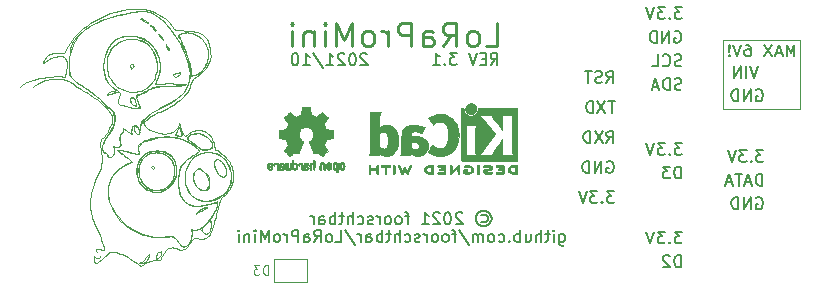
<source format=gbr>
%TF.GenerationSoftware,KiCad,Pcbnew,(5.1.10)-1*%
%TF.CreationDate,2021-10-14T17:03:46+02:00*%
%TF.ProjectId,LoRaProMini,4c6f5261-5072-46f4-9d69-6e692e6b6963,3.1*%
%TF.SameCoordinates,Original*%
%TF.FileFunction,Legend,Bot*%
%TF.FilePolarity,Positive*%
%FSLAX46Y46*%
G04 Gerber Fmt 4.6, Leading zero omitted, Abs format (unit mm)*
G04 Created by KiCad (PCBNEW (5.1.10)-1) date 2021-10-14 17:03:46*
%MOMM*%
%LPD*%
G01*
G04 APERTURE LIST*
%ADD10C,0.120000*%
%ADD11C,0.150000*%
%ADD12C,0.097999*%
%ADD13C,0.250000*%
%ADD14C,0.010000*%
G04 APERTURE END LIST*
D10*
X123630476Y-102231904D02*
X123630476Y-101431904D01*
X123440000Y-101431904D01*
X123325714Y-101470000D01*
X123249523Y-101546190D01*
X123211428Y-101622380D01*
X123173333Y-101774761D01*
X123173333Y-101889047D01*
X123211428Y-102041428D01*
X123249523Y-102117619D01*
X123325714Y-102193809D01*
X123440000Y-102231904D01*
X123630476Y-102231904D01*
X122906666Y-101431904D02*
X122411428Y-101431904D01*
X122678095Y-101736666D01*
X122563809Y-101736666D01*
X122487619Y-101774761D01*
X122449523Y-101812857D01*
X122411428Y-101889047D01*
X122411428Y-102079523D01*
X122449523Y-102155714D01*
X122487619Y-102193809D01*
X122563809Y-102231904D01*
X122792380Y-102231904D01*
X122868571Y-102193809D01*
X122906666Y-102155714D01*
X162140000Y-82390000D02*
X168640000Y-82390000D01*
X162140000Y-88190000D02*
X162140000Y-82390000D01*
X168640000Y-88190000D02*
X162140000Y-88190000D01*
X168640000Y-82390000D02*
X168640000Y-88190000D01*
D11*
X168201904Y-83742380D02*
X168201904Y-82742380D01*
X167868571Y-83456666D01*
X167535238Y-82742380D01*
X167535238Y-83742380D01*
X167106666Y-83456666D02*
X166630476Y-83456666D01*
X167201904Y-83742380D02*
X166868571Y-82742380D01*
X166535238Y-83742380D01*
X166297142Y-82742380D02*
X165630476Y-83742380D01*
X165630476Y-82742380D02*
X166297142Y-83742380D01*
X164059047Y-82742380D02*
X164249523Y-82742380D01*
X164344761Y-82790000D01*
X164392380Y-82837619D01*
X164487619Y-82980476D01*
X164535238Y-83170952D01*
X164535238Y-83551904D01*
X164487619Y-83647142D01*
X164440000Y-83694761D01*
X164344761Y-83742380D01*
X164154285Y-83742380D01*
X164059047Y-83694761D01*
X164011428Y-83647142D01*
X163963809Y-83551904D01*
X163963809Y-83313809D01*
X164011428Y-83218571D01*
X164059047Y-83170952D01*
X164154285Y-83123333D01*
X164344761Y-83123333D01*
X164440000Y-83170952D01*
X164487619Y-83218571D01*
X164535238Y-83313809D01*
X163678095Y-82742380D02*
X163344761Y-83742380D01*
X163011428Y-82742380D01*
X162678095Y-83647142D02*
X162630476Y-83694761D01*
X162678095Y-83742380D01*
X162725714Y-83694761D01*
X162678095Y-83647142D01*
X162678095Y-83742380D01*
X162678095Y-83361428D02*
X162725714Y-82790000D01*
X162678095Y-82742380D01*
X162630476Y-82790000D01*
X162678095Y-83361428D01*
X162678095Y-82742380D01*
D12*
X102640000Y-86290000D02*
X102774952Y-86163458D01*
X102774952Y-86163458D02*
X102858158Y-86103741D01*
X102858158Y-86103741D02*
X102950866Y-86046414D01*
X102950866Y-86046414D02*
X103052337Y-85991494D01*
X103052337Y-85991494D02*
X103161830Y-85938994D01*
X103161830Y-85938994D02*
X103278609Y-85888931D01*
X103278609Y-85888931D02*
X103401932Y-85841319D01*
X103401932Y-85841319D02*
X103531062Y-85796176D01*
X103531062Y-85796176D02*
X103665258Y-85753515D01*
X103665258Y-85753515D02*
X103803783Y-85713352D01*
X103803783Y-85713352D02*
X103945897Y-85675704D01*
X103945897Y-85675704D02*
X104090860Y-85640585D01*
X104090860Y-85640585D02*
X104237935Y-85608010D01*
X104237935Y-85608010D02*
X104386381Y-85577996D01*
X104386381Y-85577996D02*
X104535460Y-85550558D01*
X104535460Y-85550558D02*
X104684432Y-85525711D01*
X104684432Y-85525711D02*
X104832559Y-85503470D01*
X104832559Y-85503470D02*
X104979102Y-85483852D01*
X104979102Y-85483852D02*
X105123320Y-85466871D01*
X105123320Y-85466871D02*
X105264476Y-85452543D01*
X105264476Y-85452543D02*
X105401831Y-85440884D01*
X105401831Y-85440884D02*
X105534644Y-85431909D01*
X105534644Y-85431909D02*
X105662178Y-85425634D01*
X105662178Y-85425634D02*
X105783692Y-85422073D01*
X105783692Y-85422073D02*
X105898449Y-85421243D01*
X105898449Y-85421243D02*
X106005709Y-85423158D01*
X106005709Y-85423158D02*
X106104732Y-85427835D01*
X106104732Y-85427835D02*
X106275113Y-85445535D01*
X106275113Y-85445535D02*
X106403682Y-85474466D01*
D11*
X158578095Y-94074880D02*
X158578095Y-93074880D01*
X158340000Y-93074880D01*
X158197142Y-93122500D01*
X158101904Y-93217738D01*
X158054285Y-93312976D01*
X158006666Y-93503452D01*
X158006666Y-93646309D01*
X158054285Y-93836785D01*
X158101904Y-93932023D01*
X158197142Y-94027261D01*
X158340000Y-94074880D01*
X158578095Y-94074880D01*
X157673333Y-93074880D02*
X157054285Y-93074880D01*
X157387619Y-93455833D01*
X157244761Y-93455833D01*
X157149523Y-93503452D01*
X157101904Y-93551071D01*
X157054285Y-93646309D01*
X157054285Y-93884404D01*
X157101904Y-93979642D01*
X157149523Y-94027261D01*
X157244761Y-94074880D01*
X157530476Y-94074880D01*
X157625714Y-94027261D01*
X157673333Y-93979642D01*
X158578095Y-101574880D02*
X158578095Y-100574880D01*
X158340000Y-100574880D01*
X158197142Y-100622500D01*
X158101904Y-100717738D01*
X158054285Y-100812976D01*
X158006666Y-101003452D01*
X158006666Y-101146309D01*
X158054285Y-101336785D01*
X158101904Y-101432023D01*
X158197142Y-101527261D01*
X158340000Y-101574880D01*
X158578095Y-101574880D01*
X157625714Y-100670119D02*
X157578095Y-100622500D01*
X157482857Y-100574880D01*
X157244761Y-100574880D01*
X157149523Y-100622500D01*
X157101904Y-100670119D01*
X157054285Y-100765357D01*
X157054285Y-100860595D01*
X157101904Y-101003452D01*
X157673333Y-101574880D01*
X157054285Y-101574880D01*
X158673333Y-98574880D02*
X158054285Y-98574880D01*
X158387619Y-98955833D01*
X158244762Y-98955833D01*
X158149523Y-99003452D01*
X158101904Y-99051071D01*
X158054285Y-99146309D01*
X158054285Y-99384404D01*
X158101904Y-99479642D01*
X158149523Y-99527261D01*
X158244762Y-99574880D01*
X158530476Y-99574880D01*
X158625714Y-99527261D01*
X158673333Y-99479642D01*
X157625714Y-99479642D02*
X157578095Y-99527261D01*
X157625714Y-99574880D01*
X157673333Y-99527261D01*
X157625714Y-99479642D01*
X157625714Y-99574880D01*
X157244762Y-98574880D02*
X156625714Y-98574880D01*
X156959047Y-98955833D01*
X156816190Y-98955833D01*
X156720952Y-99003452D01*
X156673333Y-99051071D01*
X156625714Y-99146309D01*
X156625714Y-99384404D01*
X156673333Y-99479642D01*
X156720952Y-99527261D01*
X156816190Y-99574880D01*
X157101904Y-99574880D01*
X157197143Y-99527261D01*
X157244762Y-99479642D01*
X156340000Y-98574880D02*
X156006666Y-99574880D01*
X155673333Y-98574880D01*
X158673333Y-91074880D02*
X158054285Y-91074880D01*
X158387619Y-91455833D01*
X158244762Y-91455833D01*
X158149523Y-91503452D01*
X158101904Y-91551071D01*
X158054285Y-91646309D01*
X158054285Y-91884404D01*
X158101904Y-91979642D01*
X158149523Y-92027261D01*
X158244762Y-92074880D01*
X158530476Y-92074880D01*
X158625714Y-92027261D01*
X158673333Y-91979642D01*
X157625714Y-91979642D02*
X157578095Y-92027261D01*
X157625714Y-92074880D01*
X157673333Y-92027261D01*
X157625714Y-91979642D01*
X157625714Y-92074880D01*
X157244762Y-91074880D02*
X156625714Y-91074880D01*
X156959047Y-91455833D01*
X156816190Y-91455833D01*
X156720952Y-91503452D01*
X156673333Y-91551071D01*
X156625714Y-91646309D01*
X156625714Y-91884404D01*
X156673333Y-91979642D01*
X156720952Y-92027261D01*
X156816190Y-92074880D01*
X157101904Y-92074880D01*
X157197143Y-92027261D01*
X157244762Y-91979642D01*
X156340000Y-91074880D02*
X156006666Y-92074880D01*
X155673333Y-91074880D01*
X152287619Y-85994880D02*
X152620952Y-85518690D01*
X152859047Y-85994880D02*
X152859047Y-84994880D01*
X152478095Y-84994880D01*
X152382857Y-85042500D01*
X152335238Y-85090119D01*
X152287619Y-85185357D01*
X152287619Y-85328214D01*
X152335238Y-85423452D01*
X152382857Y-85471071D01*
X152478095Y-85518690D01*
X152859047Y-85518690D01*
X151906666Y-85947261D02*
X151763809Y-85994880D01*
X151525714Y-85994880D01*
X151430476Y-85947261D01*
X151382857Y-85899642D01*
X151335238Y-85804404D01*
X151335238Y-85709166D01*
X151382857Y-85613928D01*
X151430476Y-85566309D01*
X151525714Y-85518690D01*
X151716190Y-85471071D01*
X151811428Y-85423452D01*
X151859047Y-85375833D01*
X151906666Y-85280595D01*
X151906666Y-85185357D01*
X151859047Y-85090119D01*
X151811428Y-85042500D01*
X151716190Y-84994880D01*
X151478095Y-84994880D01*
X151335238Y-85042500D01*
X151049523Y-84994880D02*
X150478095Y-84994880D01*
X150763809Y-85994880D02*
X150763809Y-84994880D01*
X152287618Y-91074880D02*
X152620952Y-90598690D01*
X152859047Y-91074880D02*
X152859047Y-90074880D01*
X152478094Y-90074880D01*
X152382856Y-90122500D01*
X152335237Y-90170119D01*
X152287618Y-90265357D01*
X152287618Y-90408214D01*
X152335237Y-90503452D01*
X152382856Y-90551071D01*
X152478094Y-90598690D01*
X152859047Y-90598690D01*
X151954285Y-90074880D02*
X151287618Y-91074880D01*
X151287618Y-90074880D02*
X151954285Y-91074880D01*
X150906666Y-91074880D02*
X150906666Y-90074880D01*
X150668571Y-90074880D01*
X150525713Y-90122500D01*
X150430475Y-90217738D01*
X150382856Y-90312976D01*
X150335237Y-90503452D01*
X150335237Y-90646309D01*
X150382856Y-90836785D01*
X150430475Y-90932023D01*
X150525713Y-91027261D01*
X150668571Y-91074880D01*
X150906666Y-91074880D01*
X153001904Y-87534880D02*
X152430476Y-87534880D01*
X152716190Y-88534880D02*
X152716190Y-87534880D01*
X152192380Y-87534880D02*
X151525714Y-88534880D01*
X151525714Y-87534880D02*
X152192380Y-88534880D01*
X151144761Y-88534880D02*
X151144761Y-87534880D01*
X150906666Y-87534880D01*
X150763809Y-87582500D01*
X150668571Y-87677738D01*
X150620952Y-87772976D01*
X150573333Y-87963452D01*
X150573333Y-88106309D01*
X150620952Y-88296785D01*
X150668571Y-88392023D01*
X150763809Y-88487261D01*
X150906666Y-88534880D01*
X151144761Y-88534880D01*
X152335237Y-92662500D02*
X152430475Y-92614880D01*
X152573333Y-92614880D01*
X152716190Y-92662500D01*
X152811428Y-92757738D01*
X152859047Y-92852976D01*
X152906666Y-93043452D01*
X152906666Y-93186309D01*
X152859047Y-93376785D01*
X152811428Y-93472023D01*
X152716190Y-93567261D01*
X152573333Y-93614880D01*
X152478094Y-93614880D01*
X152335237Y-93567261D01*
X152287618Y-93519642D01*
X152287618Y-93186309D01*
X152478094Y-93186309D01*
X151859047Y-93614880D02*
X151859047Y-92614880D01*
X151287618Y-93614880D01*
X151287618Y-92614880D01*
X150811428Y-93614880D02*
X150811428Y-92614880D01*
X150573333Y-92614880D01*
X150430475Y-92662500D01*
X150335237Y-92757738D01*
X150287618Y-92852976D01*
X150239999Y-93043452D01*
X150239999Y-93186309D01*
X150287618Y-93376785D01*
X150335237Y-93472023D01*
X150430475Y-93567261D01*
X150573333Y-93614880D01*
X150811428Y-93614880D01*
X152954285Y-95154880D02*
X152335237Y-95154880D01*
X152668571Y-95535833D01*
X152525714Y-95535833D01*
X152430475Y-95583452D01*
X152382856Y-95631071D01*
X152335237Y-95726309D01*
X152335237Y-95964404D01*
X152382856Y-96059642D01*
X152430475Y-96107261D01*
X152525714Y-96154880D01*
X152811428Y-96154880D01*
X152906666Y-96107261D01*
X152954285Y-96059642D01*
X151906666Y-96059642D02*
X151859047Y-96107261D01*
X151906666Y-96154880D01*
X151954285Y-96107261D01*
X151906666Y-96059642D01*
X151906666Y-96154880D01*
X151525714Y-95154880D02*
X150906666Y-95154880D01*
X151239999Y-95535833D01*
X151097142Y-95535833D01*
X151001904Y-95583452D01*
X150954285Y-95631071D01*
X150906666Y-95726309D01*
X150906666Y-95964404D01*
X150954285Y-96059642D01*
X151001904Y-96107261D01*
X151097142Y-96154880D01*
X151382856Y-96154880D01*
X151478095Y-96107261D01*
X151525714Y-96059642D01*
X150620952Y-95154880D02*
X150287618Y-96154880D01*
X149954285Y-95154880D01*
D13*
X142054285Y-82894761D02*
X143006666Y-82894761D01*
X143006666Y-80894761D01*
X141101904Y-82894761D02*
X141292380Y-82799523D01*
X141387619Y-82704285D01*
X141482857Y-82513809D01*
X141482857Y-81942380D01*
X141387619Y-81751904D01*
X141292380Y-81656666D01*
X141101904Y-81561428D01*
X140816190Y-81561428D01*
X140625714Y-81656666D01*
X140530476Y-81751904D01*
X140435238Y-81942380D01*
X140435238Y-82513809D01*
X140530476Y-82704285D01*
X140625714Y-82799523D01*
X140816190Y-82894761D01*
X141101904Y-82894761D01*
X138435238Y-82894761D02*
X139101904Y-81942380D01*
X139578095Y-82894761D02*
X139578095Y-80894761D01*
X138816190Y-80894761D01*
X138625714Y-80990000D01*
X138530476Y-81085238D01*
X138435238Y-81275714D01*
X138435238Y-81561428D01*
X138530476Y-81751904D01*
X138625714Y-81847142D01*
X138816190Y-81942380D01*
X139578095Y-81942380D01*
X136720952Y-82894761D02*
X136720952Y-81847142D01*
X136816190Y-81656666D01*
X137006666Y-81561428D01*
X137387619Y-81561428D01*
X137578095Y-81656666D01*
X136720952Y-82799523D02*
X136911428Y-82894761D01*
X137387619Y-82894761D01*
X137578095Y-82799523D01*
X137673333Y-82609047D01*
X137673333Y-82418571D01*
X137578095Y-82228095D01*
X137387619Y-82132857D01*
X136911428Y-82132857D01*
X136720952Y-82037619D01*
X135768571Y-82894761D02*
X135768571Y-80894761D01*
X135006666Y-80894761D01*
X134816190Y-80990000D01*
X134720952Y-81085238D01*
X134625714Y-81275714D01*
X134625714Y-81561428D01*
X134720952Y-81751904D01*
X134816190Y-81847142D01*
X135006666Y-81942380D01*
X135768571Y-81942380D01*
X133768571Y-82894761D02*
X133768571Y-81561428D01*
X133768571Y-81942380D02*
X133673333Y-81751904D01*
X133578095Y-81656666D01*
X133387619Y-81561428D01*
X133197142Y-81561428D01*
X132244761Y-82894761D02*
X132435238Y-82799523D01*
X132530476Y-82704285D01*
X132625714Y-82513809D01*
X132625714Y-81942380D01*
X132530476Y-81751904D01*
X132435238Y-81656666D01*
X132244761Y-81561428D01*
X131959047Y-81561428D01*
X131768571Y-81656666D01*
X131673333Y-81751904D01*
X131578095Y-81942380D01*
X131578095Y-82513809D01*
X131673333Y-82704285D01*
X131768571Y-82799523D01*
X131959047Y-82894761D01*
X132244761Y-82894761D01*
X130720952Y-82894761D02*
X130720952Y-80894761D01*
X130054285Y-82323333D01*
X129387619Y-80894761D01*
X129387619Y-82894761D01*
X128435238Y-82894761D02*
X128435238Y-81561428D01*
X128435238Y-80894761D02*
X128530476Y-80990000D01*
X128435238Y-81085238D01*
X128340000Y-80990000D01*
X128435238Y-80894761D01*
X128435238Y-81085238D01*
X127482857Y-81561428D02*
X127482857Y-82894761D01*
X127482857Y-81751904D02*
X127387619Y-81656666D01*
X127197142Y-81561428D01*
X126911428Y-81561428D01*
X126720952Y-81656666D01*
X126625714Y-81847142D01*
X126625714Y-82894761D01*
X125673333Y-82894761D02*
X125673333Y-81561428D01*
X125673333Y-80894761D02*
X125768571Y-80990000D01*
X125673333Y-81085238D01*
X125578095Y-80990000D01*
X125673333Y-80894761D01*
X125673333Y-81085238D01*
D11*
X132008928Y-83572952D02*
X131961309Y-83525333D01*
X131866071Y-83477713D01*
X131627976Y-83477713D01*
X131532738Y-83525333D01*
X131485119Y-83572952D01*
X131437500Y-83668190D01*
X131437500Y-83763428D01*
X131485119Y-83906285D01*
X132056547Y-84477713D01*
X131437500Y-84477713D01*
X130818452Y-83477713D02*
X130723214Y-83477713D01*
X130627976Y-83525333D01*
X130580357Y-83572952D01*
X130532738Y-83668190D01*
X130485119Y-83858666D01*
X130485119Y-84096761D01*
X130532738Y-84287237D01*
X130580357Y-84382475D01*
X130627976Y-84430094D01*
X130723214Y-84477713D01*
X130818452Y-84477713D01*
X130913690Y-84430094D01*
X130961309Y-84382475D01*
X131008928Y-84287237D01*
X131056547Y-84096761D01*
X131056547Y-83858666D01*
X131008928Y-83668190D01*
X130961309Y-83572952D01*
X130913690Y-83525333D01*
X130818452Y-83477713D01*
X130104166Y-83572952D02*
X130056547Y-83525333D01*
X129961309Y-83477713D01*
X129723214Y-83477713D01*
X129627976Y-83525333D01*
X129580357Y-83572952D01*
X129532738Y-83668190D01*
X129532738Y-83763428D01*
X129580357Y-83906285D01*
X130151785Y-84477713D01*
X129532738Y-84477713D01*
X128580357Y-84477713D02*
X129151785Y-84477713D01*
X128866071Y-84477713D02*
X128866071Y-83477713D01*
X128961309Y-83620571D01*
X129056547Y-83715809D01*
X129151785Y-83763428D01*
X127437500Y-83430094D02*
X128294642Y-84715809D01*
X126580357Y-84477713D02*
X127151785Y-84477713D01*
X126866071Y-84477713D02*
X126866071Y-83477713D01*
X126961309Y-83620571D01*
X127056547Y-83715809D01*
X127151785Y-83763428D01*
X125961309Y-83477713D02*
X125866071Y-83477713D01*
X125770833Y-83525333D01*
X125723214Y-83572952D01*
X125675595Y-83668190D01*
X125627976Y-83858666D01*
X125627976Y-84096761D01*
X125675595Y-84287237D01*
X125723214Y-84382475D01*
X125770833Y-84430094D01*
X125866071Y-84477713D01*
X125961309Y-84477713D01*
X126056547Y-84430094D01*
X126104166Y-84382475D01*
X126151785Y-84287237D01*
X126199404Y-84096761D01*
X126199404Y-83858666D01*
X126151785Y-83668190D01*
X126104166Y-83572952D01*
X126056547Y-83525333D01*
X125961309Y-83477713D01*
X142482857Y-84442380D02*
X142816190Y-83966190D01*
X143054285Y-84442380D02*
X143054285Y-83442380D01*
X142673333Y-83442380D01*
X142578095Y-83490000D01*
X142530476Y-83537619D01*
X142482857Y-83632857D01*
X142482857Y-83775714D01*
X142530476Y-83870952D01*
X142578095Y-83918571D01*
X142673333Y-83966190D01*
X143054285Y-83966190D01*
X142054285Y-83918571D02*
X141720952Y-83918571D01*
X141578095Y-84442380D02*
X142054285Y-84442380D01*
X142054285Y-83442380D01*
X141578095Y-83442380D01*
X141292380Y-83442380D02*
X140959047Y-84442380D01*
X140625714Y-83442380D01*
X139625714Y-83442380D02*
X139006666Y-83442380D01*
X139340000Y-83823333D01*
X139197142Y-83823333D01*
X139101904Y-83870952D01*
X139054285Y-83918571D01*
X139006666Y-84013809D01*
X139006666Y-84251904D01*
X139054285Y-84347142D01*
X139101904Y-84394761D01*
X139197142Y-84442380D01*
X139482857Y-84442380D01*
X139578095Y-84394761D01*
X139625714Y-84347142D01*
X138578095Y-84347142D02*
X138530476Y-84394761D01*
X138578095Y-84442380D01*
X138625714Y-84394761D01*
X138578095Y-84347142D01*
X138578095Y-84442380D01*
X137578095Y-84442380D02*
X138149523Y-84442380D01*
X137863809Y-84442380D02*
X137863809Y-83442380D01*
X137959047Y-83585238D01*
X138054285Y-83680476D01*
X138149523Y-83728095D01*
X141696904Y-97180476D02*
X141792142Y-97132857D01*
X141982619Y-97132857D01*
X142077857Y-97180476D01*
X142173095Y-97275714D01*
X142220714Y-97370952D01*
X142220714Y-97561428D01*
X142173095Y-97656666D01*
X142077857Y-97751904D01*
X141982619Y-97799523D01*
X141792142Y-97799523D01*
X141696904Y-97751904D01*
X141887380Y-96799523D02*
X142125476Y-96847142D01*
X142363571Y-96990000D01*
X142506428Y-97228095D01*
X142554047Y-97466190D01*
X142506428Y-97704285D01*
X142363571Y-97942380D01*
X142125476Y-98085238D01*
X141887380Y-98132857D01*
X141649285Y-98085238D01*
X141411190Y-97942380D01*
X141268333Y-97704285D01*
X141220714Y-97466190D01*
X141268333Y-97228095D01*
X141411190Y-96990000D01*
X141649285Y-96847142D01*
X141887380Y-96799523D01*
X140077857Y-97037619D02*
X140030238Y-96990000D01*
X139935000Y-96942380D01*
X139696904Y-96942380D01*
X139601666Y-96990000D01*
X139554047Y-97037619D01*
X139506428Y-97132857D01*
X139506428Y-97228095D01*
X139554047Y-97370952D01*
X140125476Y-97942380D01*
X139506428Y-97942380D01*
X138887380Y-96942380D02*
X138792142Y-96942380D01*
X138696904Y-96990000D01*
X138649285Y-97037619D01*
X138601666Y-97132857D01*
X138554047Y-97323333D01*
X138554047Y-97561428D01*
X138601666Y-97751904D01*
X138649285Y-97847142D01*
X138696904Y-97894761D01*
X138792142Y-97942380D01*
X138887380Y-97942380D01*
X138982619Y-97894761D01*
X139030238Y-97847142D01*
X139077857Y-97751904D01*
X139125476Y-97561428D01*
X139125476Y-97323333D01*
X139077857Y-97132857D01*
X139030238Y-97037619D01*
X138982619Y-96990000D01*
X138887380Y-96942380D01*
X138173095Y-97037619D02*
X138125476Y-96990000D01*
X138030238Y-96942380D01*
X137792142Y-96942380D01*
X137696904Y-96990000D01*
X137649285Y-97037619D01*
X137601666Y-97132857D01*
X137601666Y-97228095D01*
X137649285Y-97370952D01*
X138220714Y-97942380D01*
X137601666Y-97942380D01*
X136649285Y-97942380D02*
X137220714Y-97942380D01*
X136935000Y-97942380D02*
X136935000Y-96942380D01*
X137030238Y-97085238D01*
X137125476Y-97180476D01*
X137220714Y-97228095D01*
X135601666Y-97275714D02*
X135220714Y-97275714D01*
X135458809Y-97942380D02*
X135458809Y-97085238D01*
X135411190Y-96990000D01*
X135315952Y-96942380D01*
X135220714Y-96942380D01*
X134744523Y-97942380D02*
X134839761Y-97894761D01*
X134887380Y-97847142D01*
X134935000Y-97751904D01*
X134935000Y-97466190D01*
X134887380Y-97370952D01*
X134839761Y-97323333D01*
X134744523Y-97275714D01*
X134601666Y-97275714D01*
X134506428Y-97323333D01*
X134458809Y-97370952D01*
X134411190Y-97466190D01*
X134411190Y-97751904D01*
X134458809Y-97847142D01*
X134506428Y-97894761D01*
X134601666Y-97942380D01*
X134744523Y-97942380D01*
X133839761Y-97942380D02*
X133935000Y-97894761D01*
X133982619Y-97847142D01*
X134030238Y-97751904D01*
X134030238Y-97466190D01*
X133982619Y-97370952D01*
X133935000Y-97323333D01*
X133839761Y-97275714D01*
X133696904Y-97275714D01*
X133601666Y-97323333D01*
X133554047Y-97370952D01*
X133506428Y-97466190D01*
X133506428Y-97751904D01*
X133554047Y-97847142D01*
X133601666Y-97894761D01*
X133696904Y-97942380D01*
X133839761Y-97942380D01*
X133077857Y-97942380D02*
X133077857Y-97275714D01*
X133077857Y-97466190D02*
X133030238Y-97370952D01*
X132982619Y-97323333D01*
X132887380Y-97275714D01*
X132792142Y-97275714D01*
X132506428Y-97894761D02*
X132411190Y-97942380D01*
X132220714Y-97942380D01*
X132125476Y-97894761D01*
X132077857Y-97799523D01*
X132077857Y-97751904D01*
X132125476Y-97656666D01*
X132220714Y-97609047D01*
X132363571Y-97609047D01*
X132458809Y-97561428D01*
X132506428Y-97466190D01*
X132506428Y-97418571D01*
X132458809Y-97323333D01*
X132363571Y-97275714D01*
X132220714Y-97275714D01*
X132125476Y-97323333D01*
X131220714Y-97894761D02*
X131315952Y-97942380D01*
X131506428Y-97942380D01*
X131601666Y-97894761D01*
X131649285Y-97847142D01*
X131696904Y-97751904D01*
X131696904Y-97466190D01*
X131649285Y-97370952D01*
X131601666Y-97323333D01*
X131506428Y-97275714D01*
X131315952Y-97275714D01*
X131220714Y-97323333D01*
X130792142Y-97942380D02*
X130792142Y-96942380D01*
X130363571Y-97942380D02*
X130363571Y-97418571D01*
X130411190Y-97323333D01*
X130506428Y-97275714D01*
X130649285Y-97275714D01*
X130744523Y-97323333D01*
X130792142Y-97370952D01*
X130030238Y-97275714D02*
X129649285Y-97275714D01*
X129887380Y-96942380D02*
X129887380Y-97799523D01*
X129839761Y-97894761D01*
X129744523Y-97942380D01*
X129649285Y-97942380D01*
X129315952Y-97942380D02*
X129315952Y-96942380D01*
X129315952Y-97323333D02*
X129220714Y-97275714D01*
X129030238Y-97275714D01*
X128935000Y-97323333D01*
X128887380Y-97370952D01*
X128839761Y-97466190D01*
X128839761Y-97751904D01*
X128887380Y-97847142D01*
X128935000Y-97894761D01*
X129030238Y-97942380D01*
X129220714Y-97942380D01*
X129315952Y-97894761D01*
X127982619Y-97942380D02*
X127982619Y-97418571D01*
X128030238Y-97323333D01*
X128125476Y-97275714D01*
X128315952Y-97275714D01*
X128411190Y-97323333D01*
X127982619Y-97894761D02*
X128077857Y-97942380D01*
X128315952Y-97942380D01*
X128411190Y-97894761D01*
X128458809Y-97799523D01*
X128458809Y-97704285D01*
X128411190Y-97609047D01*
X128315952Y-97561428D01*
X128077857Y-97561428D01*
X127982619Y-97513809D01*
X127506428Y-97942380D02*
X127506428Y-97275714D01*
X127506428Y-97466190D02*
X127458809Y-97370952D01*
X127411190Y-97323333D01*
X127315952Y-97275714D01*
X127220714Y-97275714D01*
X148292142Y-98775714D02*
X148292142Y-99585238D01*
X148339761Y-99680476D01*
X148387380Y-99728095D01*
X148482619Y-99775714D01*
X148625476Y-99775714D01*
X148720714Y-99728095D01*
X148292142Y-99394761D02*
X148387380Y-99442380D01*
X148577857Y-99442380D01*
X148673095Y-99394761D01*
X148720714Y-99347142D01*
X148768333Y-99251904D01*
X148768333Y-98966190D01*
X148720714Y-98870952D01*
X148673095Y-98823333D01*
X148577857Y-98775714D01*
X148387380Y-98775714D01*
X148292142Y-98823333D01*
X147815952Y-99442380D02*
X147815952Y-98775714D01*
X147815952Y-98442380D02*
X147863571Y-98490000D01*
X147815952Y-98537619D01*
X147768333Y-98490000D01*
X147815952Y-98442380D01*
X147815952Y-98537619D01*
X147482619Y-98775714D02*
X147101666Y-98775714D01*
X147339761Y-98442380D02*
X147339761Y-99299523D01*
X147292142Y-99394761D01*
X147196904Y-99442380D01*
X147101666Y-99442380D01*
X146768333Y-99442380D02*
X146768333Y-98442380D01*
X146339761Y-99442380D02*
X146339761Y-98918571D01*
X146387380Y-98823333D01*
X146482619Y-98775714D01*
X146625476Y-98775714D01*
X146720714Y-98823333D01*
X146768333Y-98870952D01*
X145435000Y-98775714D02*
X145435000Y-99442380D01*
X145863571Y-98775714D02*
X145863571Y-99299523D01*
X145815952Y-99394761D01*
X145720714Y-99442380D01*
X145577857Y-99442380D01*
X145482619Y-99394761D01*
X145435000Y-99347142D01*
X144958809Y-99442380D02*
X144958809Y-98442380D01*
X144958809Y-98823333D02*
X144863571Y-98775714D01*
X144673095Y-98775714D01*
X144577857Y-98823333D01*
X144530238Y-98870952D01*
X144482619Y-98966190D01*
X144482619Y-99251904D01*
X144530238Y-99347142D01*
X144577857Y-99394761D01*
X144673095Y-99442380D01*
X144863571Y-99442380D01*
X144958809Y-99394761D01*
X144054047Y-99347142D02*
X144006428Y-99394761D01*
X144054047Y-99442380D01*
X144101666Y-99394761D01*
X144054047Y-99347142D01*
X144054047Y-99442380D01*
X143149285Y-99394761D02*
X143244523Y-99442380D01*
X143435000Y-99442380D01*
X143530238Y-99394761D01*
X143577857Y-99347142D01*
X143625476Y-99251904D01*
X143625476Y-98966190D01*
X143577857Y-98870952D01*
X143530238Y-98823333D01*
X143435000Y-98775714D01*
X143244523Y-98775714D01*
X143149285Y-98823333D01*
X142577857Y-99442380D02*
X142673095Y-99394761D01*
X142720714Y-99347142D01*
X142768333Y-99251904D01*
X142768333Y-98966190D01*
X142720714Y-98870952D01*
X142673095Y-98823333D01*
X142577857Y-98775714D01*
X142435000Y-98775714D01*
X142339761Y-98823333D01*
X142292142Y-98870952D01*
X142244523Y-98966190D01*
X142244523Y-99251904D01*
X142292142Y-99347142D01*
X142339761Y-99394761D01*
X142435000Y-99442380D01*
X142577857Y-99442380D01*
X141815952Y-99442380D02*
X141815952Y-98775714D01*
X141815952Y-98870952D02*
X141768333Y-98823333D01*
X141673095Y-98775714D01*
X141530238Y-98775714D01*
X141435000Y-98823333D01*
X141387380Y-98918571D01*
X141387380Y-99442380D01*
X141387380Y-98918571D02*
X141339761Y-98823333D01*
X141244523Y-98775714D01*
X141101666Y-98775714D01*
X141006428Y-98823333D01*
X140958809Y-98918571D01*
X140958809Y-99442380D01*
X139768333Y-98394761D02*
X140625476Y-99680476D01*
X139577857Y-98775714D02*
X139196904Y-98775714D01*
X139435000Y-99442380D02*
X139435000Y-98585238D01*
X139387380Y-98490000D01*
X139292142Y-98442380D01*
X139196904Y-98442380D01*
X138720714Y-99442380D02*
X138815952Y-99394761D01*
X138863571Y-99347142D01*
X138911190Y-99251904D01*
X138911190Y-98966190D01*
X138863571Y-98870952D01*
X138815952Y-98823333D01*
X138720714Y-98775714D01*
X138577857Y-98775714D01*
X138482619Y-98823333D01*
X138435000Y-98870952D01*
X138387380Y-98966190D01*
X138387380Y-99251904D01*
X138435000Y-99347142D01*
X138482619Y-99394761D01*
X138577857Y-99442380D01*
X138720714Y-99442380D01*
X137815952Y-99442380D02*
X137911190Y-99394761D01*
X137958809Y-99347142D01*
X138006428Y-99251904D01*
X138006428Y-98966190D01*
X137958809Y-98870952D01*
X137911190Y-98823333D01*
X137815952Y-98775714D01*
X137673095Y-98775714D01*
X137577857Y-98823333D01*
X137530238Y-98870952D01*
X137482619Y-98966190D01*
X137482619Y-99251904D01*
X137530238Y-99347142D01*
X137577857Y-99394761D01*
X137673095Y-99442380D01*
X137815952Y-99442380D01*
X137054047Y-99442380D02*
X137054047Y-98775714D01*
X137054047Y-98966190D02*
X137006428Y-98870952D01*
X136958809Y-98823333D01*
X136863571Y-98775714D01*
X136768333Y-98775714D01*
X136482619Y-99394761D02*
X136387380Y-99442380D01*
X136196904Y-99442380D01*
X136101666Y-99394761D01*
X136054047Y-99299523D01*
X136054047Y-99251904D01*
X136101666Y-99156666D01*
X136196904Y-99109047D01*
X136339761Y-99109047D01*
X136435000Y-99061428D01*
X136482619Y-98966190D01*
X136482619Y-98918571D01*
X136435000Y-98823333D01*
X136339761Y-98775714D01*
X136196904Y-98775714D01*
X136101666Y-98823333D01*
X135196904Y-99394761D02*
X135292142Y-99442380D01*
X135482619Y-99442380D01*
X135577857Y-99394761D01*
X135625476Y-99347142D01*
X135673095Y-99251904D01*
X135673095Y-98966190D01*
X135625476Y-98870952D01*
X135577857Y-98823333D01*
X135482619Y-98775714D01*
X135292142Y-98775714D01*
X135196904Y-98823333D01*
X134768333Y-99442380D02*
X134768333Y-98442380D01*
X134339761Y-99442380D02*
X134339761Y-98918571D01*
X134387380Y-98823333D01*
X134482619Y-98775714D01*
X134625476Y-98775714D01*
X134720714Y-98823333D01*
X134768333Y-98870952D01*
X134006428Y-98775714D02*
X133625476Y-98775714D01*
X133863571Y-98442380D02*
X133863571Y-99299523D01*
X133815952Y-99394761D01*
X133720714Y-99442380D01*
X133625476Y-99442380D01*
X133292142Y-99442380D02*
X133292142Y-98442380D01*
X133292142Y-98823333D02*
X133196904Y-98775714D01*
X133006428Y-98775714D01*
X132911190Y-98823333D01*
X132863571Y-98870952D01*
X132815952Y-98966190D01*
X132815952Y-99251904D01*
X132863571Y-99347142D01*
X132911190Y-99394761D01*
X133006428Y-99442380D01*
X133196904Y-99442380D01*
X133292142Y-99394761D01*
X131958809Y-99442380D02*
X131958809Y-98918571D01*
X132006428Y-98823333D01*
X132101666Y-98775714D01*
X132292142Y-98775714D01*
X132387380Y-98823333D01*
X131958809Y-99394761D02*
X132054047Y-99442380D01*
X132292142Y-99442380D01*
X132387380Y-99394761D01*
X132435000Y-99299523D01*
X132435000Y-99204285D01*
X132387380Y-99109047D01*
X132292142Y-99061428D01*
X132054047Y-99061428D01*
X131958809Y-99013809D01*
X131482619Y-99442380D02*
X131482619Y-98775714D01*
X131482619Y-98966190D02*
X131435000Y-98870952D01*
X131387380Y-98823333D01*
X131292142Y-98775714D01*
X131196904Y-98775714D01*
X130149285Y-98394761D02*
X131006428Y-99680476D01*
X129339761Y-99442380D02*
X129815952Y-99442380D01*
X129815952Y-98442380D01*
X128863571Y-99442380D02*
X128958809Y-99394761D01*
X129006428Y-99347142D01*
X129054047Y-99251904D01*
X129054047Y-98966190D01*
X129006428Y-98870952D01*
X128958809Y-98823333D01*
X128863571Y-98775714D01*
X128720714Y-98775714D01*
X128625476Y-98823333D01*
X128577857Y-98870952D01*
X128530238Y-98966190D01*
X128530238Y-99251904D01*
X128577857Y-99347142D01*
X128625476Y-99394761D01*
X128720714Y-99442380D01*
X128863571Y-99442380D01*
X127530238Y-99442380D02*
X127863571Y-98966190D01*
X128101666Y-99442380D02*
X128101666Y-98442380D01*
X127720714Y-98442380D01*
X127625476Y-98490000D01*
X127577857Y-98537619D01*
X127530238Y-98632857D01*
X127530238Y-98775714D01*
X127577857Y-98870952D01*
X127625476Y-98918571D01*
X127720714Y-98966190D01*
X128101666Y-98966190D01*
X126673095Y-99442380D02*
X126673095Y-98918571D01*
X126720714Y-98823333D01*
X126815952Y-98775714D01*
X127006428Y-98775714D01*
X127101666Y-98823333D01*
X126673095Y-99394761D02*
X126768333Y-99442380D01*
X127006428Y-99442380D01*
X127101666Y-99394761D01*
X127149285Y-99299523D01*
X127149285Y-99204285D01*
X127101666Y-99109047D01*
X127006428Y-99061428D01*
X126768333Y-99061428D01*
X126673095Y-99013809D01*
X126196904Y-99442380D02*
X126196904Y-98442380D01*
X125815952Y-98442380D01*
X125720714Y-98490000D01*
X125673095Y-98537619D01*
X125625476Y-98632857D01*
X125625476Y-98775714D01*
X125673095Y-98870952D01*
X125720714Y-98918571D01*
X125815952Y-98966190D01*
X126196904Y-98966190D01*
X125196904Y-99442380D02*
X125196904Y-98775714D01*
X125196904Y-98966190D02*
X125149285Y-98870952D01*
X125101666Y-98823333D01*
X125006428Y-98775714D01*
X124911190Y-98775714D01*
X124435000Y-99442380D02*
X124530238Y-99394761D01*
X124577857Y-99347142D01*
X124625476Y-99251904D01*
X124625476Y-98966190D01*
X124577857Y-98870952D01*
X124530238Y-98823333D01*
X124435000Y-98775714D01*
X124292142Y-98775714D01*
X124196904Y-98823333D01*
X124149285Y-98870952D01*
X124101666Y-98966190D01*
X124101666Y-99251904D01*
X124149285Y-99347142D01*
X124196904Y-99394761D01*
X124292142Y-99442380D01*
X124435000Y-99442380D01*
X123673095Y-99442380D02*
X123673095Y-98442380D01*
X123339761Y-99156666D01*
X123006428Y-98442380D01*
X123006428Y-99442380D01*
X122530238Y-99442380D02*
X122530238Y-98775714D01*
X122530238Y-98442380D02*
X122577857Y-98490000D01*
X122530238Y-98537619D01*
X122482619Y-98490000D01*
X122530238Y-98442380D01*
X122530238Y-98537619D01*
X122054047Y-98775714D02*
X122054047Y-99442380D01*
X122054047Y-98870952D02*
X122006428Y-98823333D01*
X121911190Y-98775714D01*
X121768333Y-98775714D01*
X121673095Y-98823333D01*
X121625476Y-98918571D01*
X121625476Y-99442380D01*
X121149285Y-99442380D02*
X121149285Y-98775714D01*
X121149285Y-98442380D02*
X121196904Y-98490000D01*
X121149285Y-98537619D01*
X121101666Y-98490000D01*
X121149285Y-98442380D01*
X121149285Y-98537619D01*
D12*
X120511559Y-93875795D02*
X120478042Y-93614820D01*
X120478042Y-93614820D02*
X120425798Y-93372553D01*
X120425798Y-93372553D02*
X120356120Y-93148829D01*
X120356120Y-93148829D02*
X120270300Y-92943484D01*
X120270300Y-92943484D02*
X120169631Y-92756354D01*
X120169631Y-92756354D02*
X120055405Y-92587275D01*
X120055405Y-92587275D02*
X119928916Y-92436083D01*
X119928916Y-92436083D02*
X119791456Y-92302615D01*
X119791456Y-92302615D02*
X119644318Y-92186707D01*
X119644318Y-92186707D02*
X119488795Y-92088194D01*
X119488795Y-92088194D02*
X119326179Y-92006912D01*
X119326179Y-92006912D02*
X119157763Y-91942698D01*
X119157763Y-91942698D02*
X118984840Y-91895389D01*
X118984840Y-91895389D02*
X118808703Y-91864819D01*
X118808703Y-91864819D02*
X118630645Y-91850825D01*
X118630645Y-91850825D02*
X118451958Y-91853243D01*
X118451958Y-91853243D02*
X118273934Y-91871910D01*
X118273934Y-91871910D02*
X118097867Y-91906661D01*
X118097867Y-91906661D02*
X117925050Y-91957332D01*
X117925050Y-91957332D02*
X117756775Y-92023759D01*
X117756775Y-92023759D02*
X117594335Y-92105780D01*
X117594335Y-92105780D02*
X117439023Y-92203228D01*
X117439023Y-92203228D02*
X117292131Y-92315942D01*
X117292131Y-92315942D02*
X117154953Y-92443756D01*
X117154953Y-92443756D02*
X117028780Y-92586508D01*
X117028780Y-92586508D02*
X116914906Y-92744032D01*
X116914906Y-92744032D02*
X116814624Y-92916166D01*
X116814624Y-92916166D02*
X116729226Y-93102744D01*
X116729226Y-93102744D02*
X116660004Y-93303604D01*
X116660004Y-93303604D02*
X116608253Y-93518581D01*
X116608253Y-93518581D02*
X116575264Y-93747512D01*
X116575264Y-93747512D02*
X116562331Y-93990233D01*
X110026503Y-92021245D02*
X110069531Y-92151247D01*
X110069531Y-92151247D02*
X110120756Y-92237527D01*
X110120756Y-92237527D02*
X110208270Y-92294777D01*
X110208270Y-92294777D02*
X110333629Y-92259947D01*
X110333629Y-92259947D02*
X110424772Y-92170079D01*
X110424772Y-92170079D02*
X110480144Y-92088224D01*
X110480144Y-92088224D02*
X110528702Y-91994048D01*
X110528702Y-91994048D02*
X110568303Y-91892037D01*
X110568303Y-91892037D02*
X110596800Y-91786676D01*
X110596800Y-91786676D02*
X110612052Y-91682454D01*
X110612052Y-91682454D02*
X110611912Y-91583854D01*
X110611912Y-91583854D02*
X110578154Y-91456312D01*
X110578154Y-91456312D02*
X110497705Y-91366658D01*
X115660611Y-81448180D02*
X115811549Y-81474385D01*
X115811549Y-81474385D02*
X115960725Y-81495758D01*
X115960725Y-81495758D02*
X116107970Y-81513065D01*
X116107970Y-81513065D02*
X116253114Y-81527074D01*
X116253114Y-81527074D02*
X116395988Y-81538554D01*
X116395988Y-81538554D02*
X116536423Y-81548273D01*
X116536423Y-81548273D02*
X116674249Y-81556998D01*
X116674249Y-81556998D02*
X116809297Y-81565499D01*
X116809297Y-81565499D02*
X116941398Y-81574542D01*
X116941398Y-81574542D02*
X117070381Y-81584896D01*
X117070381Y-81584896D02*
X117196079Y-81597329D01*
X117196079Y-81597329D02*
X117318321Y-81612609D01*
X117318321Y-81612609D02*
X117436939Y-81631504D01*
X117436939Y-81631504D02*
X117551762Y-81654782D01*
X117551762Y-81654782D02*
X117662622Y-81683211D01*
X117662622Y-81683211D02*
X117769349Y-81717559D01*
X117769349Y-81717559D02*
X117871775Y-81758595D01*
X117871775Y-81758595D02*
X117969728Y-81807086D01*
X117969728Y-81807086D02*
X118063041Y-81863800D01*
X118063041Y-81863800D02*
X118151544Y-81929505D01*
X118151544Y-81929505D02*
X118235067Y-82004970D01*
X118235067Y-82004970D02*
X118313442Y-82090963D01*
X118313442Y-82090963D02*
X118386498Y-82188251D01*
X118386498Y-82188251D02*
X118454067Y-82297603D01*
X118454067Y-82297603D02*
X118515980Y-82419786D01*
X118515980Y-82419786D02*
X118572066Y-82555569D01*
X118572066Y-82555569D02*
X118622157Y-82705720D01*
X118622157Y-82705720D02*
X118666082Y-82871006D01*
X118666082Y-82871006D02*
X118703674Y-83052197D01*
X118703674Y-83052197D02*
X118734763Y-83250059D01*
X118734763Y-83250059D02*
X118759178Y-83465361D01*
X118759178Y-83465361D02*
X118776752Y-83698872D01*
X118581590Y-83533513D02*
X118569468Y-83409290D01*
X118569468Y-83409290D02*
X118549832Y-83287594D01*
X118549832Y-83287594D02*
X118522989Y-83168651D01*
X118522989Y-83168651D02*
X118489245Y-83052688D01*
X118489245Y-83052688D02*
X118448906Y-82939932D01*
X118448906Y-82939932D02*
X118402281Y-82830609D01*
X118402281Y-82830609D02*
X118349675Y-82724947D01*
X118349675Y-82724947D02*
X118291395Y-82623172D01*
X118291395Y-82623172D02*
X118227749Y-82525512D01*
X118227749Y-82525512D02*
X118159043Y-82432192D01*
X118159043Y-82432192D02*
X118085583Y-82343441D01*
X118085583Y-82343441D02*
X118007677Y-82259484D01*
X118007677Y-82259484D02*
X117925631Y-82180548D01*
X117925631Y-82180548D02*
X117839753Y-82106861D01*
X117839753Y-82106861D02*
X117750349Y-82038650D01*
X117750349Y-82038650D02*
X117657725Y-81976141D01*
X117657725Y-81976141D02*
X117562189Y-81919560D01*
X117562189Y-81919560D02*
X117464047Y-81869136D01*
X117464047Y-81869136D02*
X117363607Y-81825094D01*
X117363607Y-81825094D02*
X117261175Y-81787662D01*
X117261175Y-81787662D02*
X117157057Y-81757066D01*
X117157057Y-81757066D02*
X117051561Y-81733534D01*
X117051561Y-81733534D02*
X116944993Y-81717292D01*
X116944993Y-81717292D02*
X116837661Y-81708566D01*
X116837661Y-81708566D02*
X116729871Y-81707585D01*
X116729871Y-81707585D02*
X116621929Y-81714574D01*
X116621929Y-81714574D02*
X116514143Y-81729761D01*
X116514143Y-81729761D02*
X116406819Y-81753372D01*
X116406819Y-81753372D02*
X116300265Y-81785635D01*
X116300265Y-81785635D02*
X116194787Y-81826775D01*
X116194787Y-81826775D02*
X116090691Y-81877021D01*
X116090691Y-81877021D02*
X115988286Y-81936599D01*
X116199890Y-99695879D02*
X116332097Y-99767816D01*
X116332097Y-99767816D02*
X116456552Y-99799233D01*
X116456552Y-99799233D02*
X116572751Y-99794320D01*
X116572751Y-99794320D02*
X116680188Y-99757266D01*
X116680188Y-99757266D02*
X116778359Y-99692260D01*
X116778359Y-99692260D02*
X116866759Y-99603493D01*
X116866759Y-99603493D02*
X116944882Y-99495153D01*
X116944882Y-99495153D02*
X117012225Y-99371430D01*
X117012225Y-99371430D02*
X117068282Y-99236513D01*
X117068282Y-99236513D02*
X117112549Y-99094593D01*
X117112549Y-99094593D02*
X117144519Y-98949858D01*
X117144519Y-98949858D02*
X117163690Y-98806498D01*
X117163690Y-98806498D02*
X117169556Y-98668702D01*
X117169556Y-98668702D02*
X117161611Y-98540661D01*
X117161611Y-98540661D02*
X117139352Y-98426563D01*
X117139352Y-98426563D02*
X117102273Y-98330599D01*
X104587998Y-84285446D02*
X104618321Y-84179880D01*
X104618321Y-84179880D02*
X104652095Y-84083542D01*
X104652095Y-84083542D02*
X104729340Y-83916863D01*
X104729340Y-83916863D02*
X104818417Y-83782034D01*
X104818417Y-83782034D02*
X104918012Y-83675682D01*
X104918012Y-83675682D02*
X105026808Y-83594432D01*
X105026808Y-83594432D02*
X105143493Y-83534909D01*
X105143493Y-83534909D02*
X105266749Y-83493739D01*
X105266749Y-83493739D02*
X105395262Y-83467548D01*
X105395262Y-83467548D02*
X105527718Y-83452961D01*
X105527718Y-83452961D02*
X105662800Y-83446605D01*
X105662800Y-83446605D02*
X105799195Y-83445104D01*
X105799195Y-83445104D02*
X105935586Y-83445086D01*
X105935586Y-83445086D02*
X106070659Y-83443174D01*
X106070659Y-83443174D02*
X106203099Y-83435995D01*
X106203099Y-83435995D02*
X106331591Y-83420175D01*
X106331591Y-83420175D02*
X106454820Y-83392340D01*
X114712006Y-99019664D02*
X114809280Y-98998749D01*
X114809280Y-98998749D02*
X114987757Y-98969376D01*
X114987757Y-98969376D02*
X115146241Y-98955620D01*
X115146241Y-98955620D02*
X115286452Y-98956288D01*
X115286452Y-98956288D02*
X115410115Y-98970190D01*
X115410115Y-98970190D02*
X115518952Y-98996133D01*
X115518952Y-98996133D02*
X115614684Y-99032928D01*
X115614684Y-99032928D02*
X115737481Y-99105858D01*
X115737481Y-99105858D02*
X115840482Y-99196501D01*
X115840482Y-99196501D02*
X115929501Y-99300836D01*
X115929501Y-99300836D02*
X116010351Y-99414842D01*
X116010351Y-99414842D02*
X116088846Y-99534498D01*
X116088846Y-99534498D02*
X116170799Y-99655783D01*
X116170799Y-99655783D02*
X116199890Y-99695879D01*
X116078115Y-89369053D02*
X116136971Y-89550033D01*
X116136971Y-89550033D02*
X116191883Y-89711135D01*
X116191883Y-89711135D02*
X116243214Y-89853299D01*
X116243214Y-89853299D02*
X116291327Y-89977465D01*
X116291327Y-89977465D02*
X116336584Y-90084575D01*
X116336584Y-90084575D02*
X116379349Y-90175569D01*
X116379349Y-90175569D02*
X116458852Y-90312972D01*
X116458852Y-90312972D02*
X116532740Y-90397201D01*
X116532740Y-90397201D02*
X116639395Y-90440307D01*
X116639395Y-90440307D02*
X116749749Y-90406107D01*
X116749749Y-90406107D02*
X116873598Y-90320001D01*
X116873598Y-90320001D02*
X116968502Y-90246304D01*
X116968502Y-90246304D02*
X117076662Y-90168354D01*
X117076662Y-90168354D02*
X117200983Y-90093676D01*
X117200983Y-90093676D02*
X117344368Y-90029797D01*
X117344368Y-90029797D02*
X117509719Y-89984243D01*
X117509719Y-89984243D02*
X117699942Y-89964541D01*
X117699942Y-89964541D02*
X117805287Y-89966736D01*
X108891066Y-100677675D02*
X108977579Y-100736435D01*
X108977579Y-100736435D02*
X109076950Y-100794335D01*
X109076950Y-100794335D02*
X109178204Y-100834972D01*
X109178204Y-100834972D02*
X109283875Y-100835405D01*
X109283875Y-100835405D02*
X109365190Y-100760227D01*
X109365190Y-100760227D02*
X109401195Y-100674951D01*
X118776752Y-83698872D02*
X118770263Y-83800059D01*
X118770263Y-83800059D02*
X118758269Y-83897517D01*
X118758269Y-83897517D02*
X118718830Y-84081801D01*
X118718830Y-84081801D02*
X118660563Y-84252850D01*
X118660563Y-84252850D02*
X118585597Y-84411786D01*
X118585597Y-84411786D02*
X118496060Y-84559736D01*
X118496060Y-84559736D02*
X118394081Y-84697822D01*
X118394081Y-84697822D02*
X118281787Y-84827170D01*
X118281787Y-84827170D02*
X118161307Y-84948905D01*
X118161307Y-84948905D02*
X118034770Y-85064149D01*
X118034770Y-85064149D02*
X117904304Y-85174029D01*
X117904304Y-85174029D02*
X117772038Y-85279668D01*
X117772038Y-85279668D02*
X117640099Y-85382191D01*
X117640099Y-85382191D02*
X117510617Y-85482723D01*
X117510617Y-85482723D02*
X117385719Y-85582387D01*
X117385719Y-85582387D02*
X117267534Y-85682308D01*
X117267534Y-85682308D02*
X117158191Y-85783612D01*
X106454820Y-83392340D02*
X106552703Y-83119824D01*
X106552703Y-83119824D02*
X106680715Y-82850114D01*
X106680715Y-82850114D02*
X106837069Y-82584294D01*
X106837069Y-82584294D02*
X107019975Y-82323451D01*
X107019975Y-82323451D02*
X107227646Y-82068669D01*
X107227646Y-82068669D02*
X107458292Y-81821036D01*
X107458292Y-81821036D02*
X107710126Y-81581636D01*
X107710126Y-81581636D02*
X107981358Y-81351555D01*
X107981358Y-81351555D02*
X108270201Y-81131879D01*
X108270201Y-81131879D02*
X108574866Y-80923693D01*
X108574866Y-80923693D02*
X108893564Y-80728084D01*
X108893564Y-80728084D02*
X109224507Y-80546136D01*
X109224507Y-80546136D02*
X109565907Y-80378937D01*
X109565907Y-80378937D02*
X109915975Y-80227570D01*
X109915975Y-80227570D02*
X110272922Y-80093123D01*
X110272922Y-80093123D02*
X110634961Y-79976680D01*
X110634961Y-79976680D02*
X111000303Y-79879328D01*
X111000303Y-79879328D02*
X111367158Y-79802152D01*
X111367158Y-79802152D02*
X111733740Y-79746238D01*
X111733740Y-79746238D02*
X112098259Y-79712672D01*
X112098259Y-79712672D02*
X112458927Y-79702539D01*
X112458927Y-79702539D02*
X112813956Y-79716924D01*
X112813956Y-79716924D02*
X113161556Y-79756915D01*
X113161556Y-79756915D02*
X113499941Y-79823596D01*
X113499941Y-79823596D02*
X113827320Y-79918052D01*
X113827320Y-79918052D02*
X114141906Y-80041371D01*
X114141906Y-80041371D02*
X114441911Y-80194637D01*
X114441911Y-80194637D02*
X114725545Y-80378936D01*
X114725545Y-80378936D02*
X114991020Y-80595355D01*
X114991020Y-80595355D02*
X115236549Y-80844977D01*
X115236549Y-80844977D02*
X115460342Y-81128890D01*
X115460342Y-81128890D02*
X115660611Y-81448180D01*
X115833442Y-99967565D02*
X115663210Y-99930277D01*
X115663210Y-99930277D02*
X115514282Y-99915471D01*
X115514282Y-99915471D02*
X115384497Y-99921150D01*
X115384497Y-99921150D02*
X115271691Y-99945316D01*
X115271691Y-99945316D02*
X115173703Y-99985971D01*
X115173703Y-99985971D02*
X115088372Y-100041118D01*
X115088372Y-100041118D02*
X115013535Y-100108758D01*
X115013535Y-100108758D02*
X114947030Y-100186893D01*
X114947030Y-100186893D02*
X114886695Y-100273527D01*
X114886695Y-100273527D02*
X114830368Y-100366661D01*
X114830368Y-100366661D02*
X114775888Y-100464298D01*
X114775888Y-100464298D02*
X114721093Y-100564439D01*
X114721093Y-100564439D02*
X114663819Y-100665087D01*
X114663819Y-100665087D02*
X114601906Y-100764245D01*
X114601906Y-100764245D02*
X114533192Y-100859914D01*
X114533192Y-100859914D02*
X114455515Y-100950097D01*
X117135268Y-85366981D02*
X117295178Y-85337966D01*
X117295178Y-85337966D02*
X117446630Y-85293171D01*
X117446630Y-85293171D02*
X117589450Y-85233533D01*
X117589450Y-85233533D02*
X117723465Y-85159987D01*
X117723465Y-85159987D02*
X117848500Y-85073471D01*
X117848500Y-85073471D02*
X117964382Y-84974920D01*
X117964382Y-84974920D02*
X118070938Y-84865272D01*
X118070938Y-84865272D02*
X118167994Y-84745461D01*
X118167994Y-84745461D02*
X118255375Y-84616425D01*
X118255375Y-84616425D02*
X118332909Y-84479100D01*
X118332909Y-84479100D02*
X118400422Y-84334422D01*
X118400422Y-84334422D02*
X118457740Y-84183328D01*
X118457740Y-84183328D02*
X118504689Y-84026753D01*
X118504689Y-84026753D02*
X118541097Y-83865635D01*
X118541097Y-83865635D02*
X118566788Y-83700909D01*
X118566788Y-83700909D02*
X118581590Y-83533513D01*
X115988286Y-81936599D02*
X116049434Y-82039848D01*
X116049434Y-82039848D02*
X116108829Y-82143959D01*
X116108829Y-82143959D02*
X116166482Y-82248872D01*
X116166482Y-82248872D02*
X116222404Y-82354524D01*
X116222404Y-82354524D02*
X116276609Y-82460856D01*
X116276609Y-82460856D02*
X116329108Y-82567807D01*
X116329108Y-82567807D02*
X116379914Y-82675316D01*
X116379914Y-82675316D02*
X116429039Y-82783323D01*
X116429039Y-82783323D02*
X116476494Y-82891767D01*
X116476494Y-82891767D02*
X116522293Y-83000586D01*
X116522293Y-83000586D02*
X116566446Y-83109722D01*
X116566446Y-83109722D02*
X116608967Y-83219112D01*
X116608967Y-83219112D02*
X116649868Y-83328696D01*
X116649868Y-83328696D02*
X116689160Y-83438414D01*
X116689160Y-83438414D02*
X116726856Y-83548204D01*
X116726856Y-83548204D02*
X116762969Y-83658007D01*
X116762969Y-83658007D02*
X116797509Y-83767761D01*
X116797509Y-83767761D02*
X116830490Y-83877406D01*
X116830490Y-83877406D02*
X116861923Y-83986881D01*
X116861923Y-83986881D02*
X116891821Y-84096125D01*
X116891821Y-84096125D02*
X116920195Y-84205078D01*
X116920195Y-84205078D02*
X116947059Y-84313679D01*
X116947059Y-84313679D02*
X116972424Y-84421867D01*
X116972424Y-84421867D02*
X116996302Y-84529582D01*
X116996302Y-84529582D02*
X117018706Y-84636763D01*
X117018706Y-84636763D02*
X117039647Y-84743350D01*
X117039647Y-84743350D02*
X117059139Y-84849280D01*
X117059139Y-84849280D02*
X117077192Y-84954495D01*
X117077192Y-84954495D02*
X117093819Y-85058933D01*
X117093819Y-85058933D02*
X117109033Y-85162534D01*
X117109033Y-85162534D02*
X117122845Y-85265237D01*
X117122845Y-85265237D02*
X117135268Y-85366981D01*
X112660952Y-89893765D02*
X112749328Y-89940721D01*
X112749328Y-89940721D02*
X112783911Y-89959096D01*
X112783911Y-89959096D02*
X112783561Y-89732149D01*
X112783561Y-89732149D02*
X112819689Y-89524605D01*
X112819689Y-89524605D02*
X112889355Y-89334560D01*
X112889355Y-89334560D02*
X112989622Y-89160113D01*
X112989622Y-89160113D02*
X113117554Y-88999362D01*
X113117554Y-88999362D02*
X113270211Y-88850403D01*
X113270211Y-88850403D02*
X113444656Y-88711335D01*
X113444656Y-88711335D02*
X113637953Y-88580256D01*
X113637953Y-88580256D02*
X113847162Y-88455264D01*
X113847162Y-88455264D02*
X114069347Y-88334455D01*
X114069347Y-88334455D02*
X114301570Y-88215928D01*
X114301570Y-88215928D02*
X114540892Y-88097781D01*
X114540892Y-88097781D02*
X114784377Y-87978111D01*
X114784377Y-87978111D02*
X115029087Y-87855016D01*
X115029087Y-87855016D02*
X115272085Y-87726594D01*
X115272085Y-87726594D02*
X115510432Y-87590943D01*
X115510432Y-87590943D02*
X115741190Y-87446159D01*
X115741190Y-87446159D02*
X115961423Y-87290342D01*
X115961423Y-87290342D02*
X116168193Y-87121589D01*
X116168193Y-87121589D02*
X116358561Y-86937997D01*
X116358561Y-86937997D02*
X116529591Y-86737665D01*
X116529591Y-86737665D02*
X116678345Y-86518690D01*
X116678345Y-86518690D02*
X116801884Y-86279169D01*
X116801884Y-86279169D02*
X116897272Y-86017201D01*
X116897272Y-86017201D02*
X116961571Y-85730883D01*
X116961571Y-85730883D02*
X116991843Y-85418314D01*
X116991843Y-85418314D02*
X116985150Y-85077590D01*
X116985150Y-85077590D02*
X116938556Y-84706809D01*
X116938556Y-84706809D02*
X116849121Y-84304070D01*
X116849121Y-84304070D02*
X116713909Y-83867470D01*
X116713909Y-83867470D02*
X116529982Y-83395107D01*
X116529982Y-83395107D02*
X116294402Y-82885079D01*
X106697022Y-85778866D02*
X106546445Y-85736872D01*
X106546445Y-85736872D02*
X106399366Y-85702070D01*
X106399366Y-85702070D02*
X106255808Y-85674114D01*
X106255808Y-85674114D02*
X106115799Y-85652658D01*
X106115799Y-85652658D02*
X105979363Y-85637358D01*
X105979363Y-85637358D02*
X105846526Y-85627868D01*
X105846526Y-85627868D02*
X105717314Y-85623843D01*
X105717314Y-85623843D02*
X105591752Y-85624939D01*
X105591752Y-85624939D02*
X105469867Y-85630810D01*
X105469867Y-85630810D02*
X105351682Y-85641111D01*
X105351682Y-85641111D02*
X105237226Y-85655496D01*
X105237226Y-85655496D02*
X105126522Y-85673622D01*
X105126522Y-85673622D02*
X105019596Y-85695142D01*
X105019596Y-85695142D02*
X104916475Y-85719711D01*
X104916475Y-85719711D02*
X104817183Y-85746985D01*
X104817183Y-85746985D02*
X104721747Y-85776618D01*
X104721747Y-85776618D02*
X104542542Y-85841582D01*
X104542542Y-85841582D02*
X104379067Y-85911842D01*
X104379067Y-85911842D02*
X104231525Y-85984636D01*
X104231525Y-85984636D02*
X104100123Y-86057204D01*
X104100123Y-86057204D02*
X103985064Y-86126786D01*
X103985064Y-86126786D02*
X103886554Y-86190620D01*
X103886554Y-86190620D02*
X103804797Y-86245944D01*
X103804797Y-86245944D02*
X103740000Y-86290000D01*
X111345489Y-89770903D02*
X111422166Y-89853939D01*
X111422166Y-89853939D02*
X111497052Y-89923433D01*
X111497052Y-89923433D02*
X111594170Y-89999133D01*
X111594170Y-89999133D02*
X111688235Y-90060614D01*
X111688235Y-90060614D02*
X111779323Y-90113508D01*
X111779323Y-90113508D02*
X111867507Y-90163446D01*
X111867507Y-90163446D02*
X111952862Y-90216061D01*
X111952862Y-90216061D02*
X112035464Y-90276985D01*
X112035464Y-90276985D02*
X112075756Y-90312323D01*
X114455515Y-100950097D02*
X114322368Y-100954411D01*
X114322368Y-100954411D02*
X114198139Y-100962774D01*
X114198139Y-100962774D02*
X114081939Y-100975108D01*
X114081939Y-100975108D02*
X113972877Y-100991338D01*
X113972877Y-100991338D02*
X113870066Y-101011386D01*
X113870066Y-101011386D02*
X113772615Y-101035175D01*
X113772615Y-101035175D02*
X113634544Y-101077705D01*
X113634544Y-101077705D02*
X113503532Y-101128221D01*
X113503532Y-101128221D02*
X113376578Y-101186464D01*
X113376578Y-101186464D02*
X113250681Y-101252173D01*
X113250681Y-101252173D02*
X113122839Y-101325091D01*
X113122839Y-101325091D02*
X113035048Y-101377579D01*
X113035048Y-101377579D02*
X112944170Y-101433078D01*
X112944170Y-101433078D02*
X112897296Y-101461933D01*
X117509136Y-99082108D02*
X117392373Y-99142105D01*
X117392373Y-99142105D02*
X117289812Y-99218668D01*
X117289812Y-99218668D02*
X117198751Y-99308114D01*
X117198751Y-99308114D02*
X117116491Y-99406759D01*
X117116491Y-99406759D02*
X117040335Y-99510921D01*
X117040335Y-99510921D02*
X116967582Y-99616918D01*
X116967582Y-99616918D02*
X116895533Y-99721066D01*
X116895533Y-99721066D02*
X116821490Y-99819683D01*
X116821490Y-99819683D02*
X116742753Y-99909086D01*
X116742753Y-99909086D02*
X116656623Y-99985592D01*
X116656623Y-99985592D02*
X116560401Y-100045519D01*
X116560401Y-100045519D02*
X116451388Y-100085184D01*
X116451388Y-100085184D02*
X116326885Y-100100903D01*
X116326885Y-100100903D02*
X116184192Y-100088995D01*
X116184192Y-100088995D02*
X116020611Y-100045776D01*
X116020611Y-100045776D02*
X115833442Y-99967565D01*
X111079972Y-90924818D02*
X111053271Y-90789627D01*
X111053271Y-90789627D02*
X111041910Y-90673906D01*
X111041910Y-90673906D02*
X111043838Y-90575282D01*
X111043838Y-90575282D02*
X111067163Y-90454223D01*
X111067163Y-90454223D02*
X111108858Y-90358305D01*
X111108858Y-90358305D02*
X111181068Y-90255701D01*
X111181068Y-90255701D02*
X111257236Y-90164617D01*
X111257236Y-90164617D02*
X111320962Y-90066094D01*
X111320962Y-90066094D02*
X111355846Y-89941175D01*
X111355846Y-89941175D02*
X111353216Y-89818759D01*
X111353216Y-89818759D02*
X111345489Y-89770903D01*
X109468324Y-93156755D02*
X109496592Y-92994306D01*
X109496592Y-92994306D02*
X109518013Y-92842348D01*
X109518013Y-92842348D02*
X109533155Y-92699894D01*
X109533155Y-92699894D02*
X109542589Y-92565959D01*
X109542589Y-92565959D02*
X109546885Y-92439559D01*
X109546885Y-92439559D02*
X109546613Y-92319707D01*
X109546613Y-92319707D02*
X109542343Y-92205420D01*
X109542343Y-92205420D02*
X109534646Y-92095711D01*
X109534646Y-92095711D02*
X109524092Y-91989595D01*
X109524092Y-91989595D02*
X109511250Y-91886088D01*
X109511250Y-91886088D02*
X109496691Y-91784204D01*
X109496691Y-91784204D02*
X109480985Y-91682959D01*
X109480985Y-91682959D02*
X109464702Y-91581366D01*
X109464702Y-91581366D02*
X109448413Y-91478441D01*
X109448413Y-91478441D02*
X109432687Y-91373198D01*
X109432687Y-91373198D02*
X109418096Y-91264654D01*
X116562331Y-93990233D02*
X116576484Y-94244708D01*
X116576484Y-94244708D02*
X116611730Y-94480939D01*
X116611730Y-94480939D02*
X116666664Y-94699086D01*
X116666664Y-94699086D02*
X116739882Y-94899308D01*
X116739882Y-94899308D02*
X116829979Y-95081765D01*
X116829979Y-95081765D02*
X116935552Y-95246616D01*
X116935552Y-95246616D02*
X117055196Y-95394021D01*
X117055196Y-95394021D02*
X117187506Y-95524140D01*
X117187506Y-95524140D02*
X117331078Y-95637131D01*
X117331078Y-95637131D02*
X117484508Y-95733155D01*
X117484508Y-95733155D02*
X117646392Y-95812370D01*
X117646392Y-95812370D02*
X117815324Y-95874938D01*
X117815324Y-95874938D02*
X117989902Y-95921016D01*
X117989902Y-95921016D02*
X118168719Y-95950765D01*
X118168719Y-95950765D02*
X118350373Y-95964344D01*
X118350373Y-95964344D02*
X118533458Y-95961913D01*
X118533458Y-95961913D02*
X118716570Y-95943631D01*
X118716570Y-95943631D02*
X118898305Y-95909658D01*
X118898305Y-95909658D02*
X119077259Y-95860153D01*
X119077259Y-95860153D02*
X119252027Y-95795276D01*
X119252027Y-95795276D02*
X119421205Y-95715186D01*
X119421205Y-95715186D02*
X119583388Y-95620044D01*
X119583388Y-95620044D02*
X119737172Y-95510007D01*
X119737172Y-95510007D02*
X119881153Y-95385237D01*
X119881153Y-95385237D02*
X120013926Y-95245892D01*
X120013926Y-95245892D02*
X120134087Y-95092132D01*
X120134087Y-95092132D02*
X120240232Y-94924117D01*
X120240232Y-94924117D02*
X120330956Y-94742006D01*
X120330956Y-94742006D02*
X120404855Y-94545959D01*
X120404855Y-94545959D02*
X120460525Y-94336135D01*
X120460525Y-94336135D02*
X120496561Y-94112694D01*
X120496561Y-94112694D02*
X120511559Y-93875795D01*
X112743689Y-91863074D02*
X112626653Y-91941452D01*
X112626653Y-91941452D02*
X112527267Y-91964035D01*
X112527267Y-91964035D02*
X112413783Y-91966735D01*
X112413783Y-91966735D02*
X112288765Y-91952854D01*
X112288765Y-91952854D02*
X112154778Y-91925693D01*
X112154778Y-91925693D02*
X112014386Y-91888555D01*
X112014386Y-91888555D02*
X111870153Y-91844742D01*
X111870153Y-91844742D02*
X111724645Y-91797556D01*
X111724645Y-91797556D02*
X111580426Y-91750298D01*
X111580426Y-91750298D02*
X111440059Y-91706270D01*
X111440059Y-91706270D02*
X111306110Y-91668776D01*
X111306110Y-91668776D02*
X111181143Y-91641115D01*
X111181143Y-91641115D02*
X111067722Y-91626592D01*
X111067722Y-91626592D02*
X110968413Y-91628506D01*
X110968413Y-91628506D02*
X110851517Y-91669424D01*
X112897296Y-101461933D02*
X112726404Y-101368011D01*
X112726404Y-101368011D02*
X112559184Y-101268814D01*
X112559184Y-101268814D02*
X112394968Y-101166102D01*
X112394968Y-101166102D02*
X112233092Y-101061633D01*
X112233092Y-101061633D02*
X112072891Y-100957165D01*
X112072891Y-100957165D02*
X111913699Y-100854457D01*
X111913699Y-100854457D02*
X111754851Y-100755268D01*
X111754851Y-100755268D02*
X111595681Y-100661356D01*
X111595681Y-100661356D02*
X111435525Y-100574479D01*
X111435525Y-100574479D02*
X111273717Y-100496396D01*
X111273717Y-100496396D02*
X111109591Y-100428866D01*
X111109591Y-100428866D02*
X110942483Y-100373648D01*
X110942483Y-100373648D02*
X110771726Y-100332499D01*
X110771726Y-100332499D02*
X110596657Y-100307178D01*
X110596657Y-100307178D02*
X110416609Y-100299445D01*
X110416609Y-100299445D02*
X110230917Y-100311057D01*
X113067090Y-89312147D02*
X113132149Y-89483623D01*
X113132149Y-89483623D02*
X113247638Y-89645247D01*
X113247638Y-89645247D02*
X113322016Y-89721524D01*
X113322016Y-89721524D02*
X113406268Y-89794332D01*
X113406268Y-89794332D02*
X113499483Y-89863333D01*
X113499483Y-89863333D02*
X113600750Y-89928192D01*
X113600750Y-89928192D02*
X113709159Y-89988573D01*
X113709159Y-89988573D02*
X113823798Y-90044140D01*
X113823798Y-90044140D02*
X113943755Y-90094558D01*
X113943755Y-90094558D02*
X114068121Y-90139490D01*
X114068121Y-90139490D02*
X114195983Y-90178601D01*
X114195983Y-90178601D02*
X114326432Y-90211555D01*
X114326432Y-90211555D02*
X114458555Y-90238017D01*
X114458555Y-90238017D02*
X114591442Y-90257649D01*
X114591442Y-90257649D02*
X114724182Y-90270117D01*
X114724182Y-90270117D02*
X114855864Y-90275085D01*
X114855864Y-90275085D02*
X114985577Y-90272217D01*
X114985577Y-90272217D02*
X115112409Y-90261177D01*
X115112409Y-90261177D02*
X115235450Y-90241629D01*
X115235450Y-90241629D02*
X115353788Y-90213238D01*
X115353788Y-90213238D02*
X115466513Y-90175668D01*
X115466513Y-90175668D02*
X115572714Y-90128582D01*
X115572714Y-90128582D02*
X115671479Y-90071645D01*
X115671479Y-90071645D02*
X115761898Y-90004522D01*
X115761898Y-90004522D02*
X115843059Y-89926875D01*
X115843059Y-89926875D02*
X115914051Y-89838371D01*
X115914051Y-89838371D02*
X115973964Y-89738672D01*
X115973964Y-89738672D02*
X116021886Y-89627443D01*
X116021886Y-89627443D02*
X116056907Y-89504349D01*
X116056907Y-89504349D02*
X116078115Y-89369053D01*
X117158191Y-85783612D02*
X117112094Y-85979952D01*
X117112094Y-85979952D02*
X117055151Y-86165327D01*
X117055151Y-86165327D02*
X116987921Y-86340279D01*
X116987921Y-86340279D02*
X116910960Y-86505348D01*
X116910960Y-86505348D02*
X116824824Y-86661076D01*
X116824824Y-86661076D02*
X116730072Y-86808005D01*
X116730072Y-86808005D02*
X116627260Y-86946674D01*
X116627260Y-86946674D02*
X116516946Y-87077625D01*
X116516946Y-87077625D02*
X116399686Y-87201400D01*
X116399686Y-87201400D02*
X116276038Y-87318539D01*
X116276038Y-87318539D02*
X116146558Y-87429585D01*
X116146558Y-87429585D02*
X116011804Y-87535077D01*
X116011804Y-87535077D02*
X115872333Y-87635557D01*
X115872333Y-87635557D02*
X115728702Y-87731566D01*
X115728702Y-87731566D02*
X115581469Y-87823646D01*
X115581469Y-87823646D02*
X115431189Y-87912337D01*
X115431189Y-87912337D02*
X115278421Y-87998180D01*
X115278421Y-87998180D02*
X115123721Y-88081718D01*
X115123721Y-88081718D02*
X114967647Y-88163491D01*
X114967647Y-88163491D02*
X114810755Y-88244039D01*
X114810755Y-88244039D02*
X114653603Y-88323905D01*
X114653603Y-88323905D02*
X114496749Y-88403630D01*
X114496749Y-88403630D02*
X114340748Y-88483754D01*
X114340748Y-88483754D02*
X114186158Y-88564819D01*
X114186158Y-88564819D02*
X114033536Y-88647366D01*
X114033536Y-88647366D02*
X113883439Y-88731936D01*
X113883439Y-88731936D02*
X113736425Y-88819070D01*
X113736425Y-88819070D02*
X113593051Y-88909310D01*
X113593051Y-88909310D02*
X113453873Y-89003196D01*
X113453873Y-89003196D02*
X113319449Y-89101271D01*
X113319449Y-89101271D02*
X113190335Y-89204073D01*
X113190335Y-89204073D02*
X113067090Y-89312147D01*
X110182288Y-89803193D02*
X110292013Y-89658928D01*
X110292013Y-89658928D02*
X110372631Y-89513808D01*
X110372631Y-89513808D02*
X110425641Y-89368040D01*
X110425641Y-89368040D02*
X110452544Y-89221827D01*
X110452544Y-89221827D02*
X110454840Y-89075374D01*
X110454840Y-89075374D02*
X110434030Y-88928885D01*
X110434030Y-88928885D02*
X110391613Y-88782567D01*
X110391613Y-88782567D02*
X110329089Y-88636623D01*
X110329089Y-88636623D02*
X110247959Y-88491259D01*
X110247959Y-88491259D02*
X110149723Y-88346679D01*
X110149723Y-88346679D02*
X110035880Y-88203088D01*
X110035880Y-88203088D02*
X109907932Y-88060691D01*
X109907932Y-88060691D02*
X109767379Y-87919692D01*
X109767379Y-87919692D02*
X109615720Y-87780297D01*
X109615720Y-87780297D02*
X109454455Y-87642710D01*
X109454455Y-87642710D02*
X109285086Y-87507137D01*
X109285086Y-87507137D02*
X109109112Y-87373781D01*
X109109112Y-87373781D02*
X108928033Y-87242848D01*
X108928033Y-87242848D02*
X108743349Y-87114542D01*
X108743349Y-87114542D02*
X108556561Y-86989069D01*
X108556561Y-86989069D02*
X108369168Y-86866633D01*
X108369168Y-86866633D02*
X108182672Y-86747439D01*
X108182672Y-86747439D02*
X107998572Y-86631692D01*
X107998572Y-86631692D02*
X107818367Y-86519596D01*
X107818367Y-86519596D02*
X107643560Y-86411357D01*
X107643560Y-86411357D02*
X107475649Y-86307179D01*
X107475649Y-86307179D02*
X107316135Y-86207267D01*
X107316135Y-86207267D02*
X107166517Y-86111826D01*
X107166517Y-86111826D02*
X107028297Y-86021060D01*
X107028297Y-86021060D02*
X106902974Y-85935175D01*
X106902974Y-85935175D02*
X106792049Y-85854375D01*
X106792049Y-85854375D02*
X106697022Y-85778866D01*
X116294402Y-82885079D02*
X116224013Y-82762406D01*
X116224013Y-82762406D02*
X116151820Y-82638533D01*
X116151820Y-82638533D02*
X116077814Y-82513763D01*
X116077814Y-82513763D02*
X116001985Y-82388401D01*
X116001985Y-82388401D02*
X115924322Y-82262750D01*
X115924322Y-82262750D02*
X115844818Y-82137113D01*
X115844818Y-82137113D02*
X115763461Y-82011794D01*
X115763461Y-82011794D02*
X115680242Y-81887096D01*
X115680242Y-81887096D02*
X115595152Y-81763324D01*
X115595152Y-81763324D02*
X115508182Y-81640779D01*
X115508182Y-81640779D02*
X115419321Y-81519767D01*
X115419321Y-81519767D02*
X115328559Y-81400591D01*
X115328559Y-81400591D02*
X115235888Y-81283554D01*
X115235888Y-81283554D02*
X115141298Y-81168959D01*
X115141298Y-81168959D02*
X115044778Y-81057111D01*
X115044778Y-81057111D02*
X114946320Y-80948313D01*
X114946320Y-80948313D02*
X114845914Y-80842869D01*
X114845914Y-80842869D02*
X114743550Y-80741081D01*
X114743550Y-80741081D02*
X114639218Y-80643254D01*
X114639218Y-80643254D02*
X114532910Y-80549691D01*
X114532910Y-80549691D02*
X114424614Y-80460695D01*
X114424614Y-80460695D02*
X114314323Y-80376571D01*
X114314323Y-80376571D02*
X114202025Y-80297622D01*
X114202025Y-80297622D02*
X114087712Y-80224151D01*
X114087712Y-80224151D02*
X113971374Y-80156461D01*
X113971374Y-80156461D02*
X113853001Y-80094858D01*
X113853001Y-80094858D02*
X113732584Y-80039643D01*
X113732584Y-80039643D02*
X113610113Y-79991121D01*
X113610113Y-79991121D02*
X113485578Y-79949595D01*
X113485578Y-79949595D02*
X113358970Y-79915369D01*
X113358970Y-79915369D02*
X113230279Y-79888746D01*
X113230279Y-79888746D02*
X113099496Y-79870030D01*
X118684481Y-98824359D02*
X118587519Y-98925825D01*
X118587519Y-98925825D02*
X118482213Y-99010268D01*
X118482213Y-99010268D02*
X118370504Y-99078044D01*
X118370504Y-99078044D02*
X118254333Y-99129509D01*
X118254333Y-99129509D02*
X118135640Y-99165021D01*
X118135640Y-99165021D02*
X118016368Y-99184935D01*
X118016368Y-99184935D02*
X117898457Y-99189608D01*
X117898457Y-99189608D02*
X117783848Y-99179397D01*
X117783848Y-99179397D02*
X117674484Y-99154657D01*
X117674484Y-99154657D02*
X117572305Y-99115746D01*
X117572305Y-99115746D02*
X117509136Y-99082108D01*
X113627304Y-90808537D02*
X113457460Y-90847240D01*
X113457460Y-90847240D02*
X113302664Y-90885773D01*
X113302664Y-90885773D02*
X113162964Y-90924950D01*
X113162964Y-90924950D02*
X113038412Y-90965585D01*
X113038412Y-90965585D02*
X112929057Y-91008490D01*
X112929057Y-91008490D02*
X112834951Y-91054481D01*
X112834951Y-91054481D02*
X112722494Y-91131031D01*
X112722494Y-91131031D02*
X112644631Y-91219099D01*
X112644631Y-91219099D02*
X112601532Y-91321432D01*
X112601532Y-91321432D02*
X112593368Y-91440775D01*
X112593368Y-91440775D02*
X112620310Y-91579876D01*
X112620310Y-91579876D02*
X112657858Y-91684942D01*
X112657858Y-91684942D02*
X112711136Y-91800823D01*
X112711136Y-91800823D02*
X112743689Y-91863074D01*
X110497705Y-91366658D02*
X110611251Y-91383528D01*
X110611251Y-91383528D02*
X110712777Y-91394706D01*
X110712777Y-91394706D02*
X110843342Y-91400687D01*
X110843342Y-91400687D02*
X110948952Y-91393572D01*
X110948952Y-91393572D02*
X111053109Y-91363415D01*
X111053109Y-91363415D02*
X111128571Y-91291923D01*
X111128571Y-91291923D02*
X111148632Y-91182134D01*
X111148632Y-91182134D02*
X111128690Y-91066191D01*
X111128690Y-91066191D02*
X111094686Y-90962568D01*
X111094686Y-90962568D02*
X111079972Y-90924818D01*
X106403682Y-85474466D02*
X106458025Y-85295150D01*
X106458025Y-85295150D02*
X106503002Y-85126058D01*
X106503002Y-85126058D02*
X106538832Y-84967085D01*
X106538832Y-84967085D02*
X106565735Y-84818125D01*
X106565735Y-84818125D02*
X106583930Y-84679073D01*
X106583930Y-84679073D02*
X106593639Y-84549824D01*
X106593639Y-84549824D02*
X106595081Y-84430272D01*
X106595081Y-84430272D02*
X106588476Y-84320314D01*
X106588476Y-84320314D02*
X106574044Y-84219842D01*
X106574044Y-84219842D02*
X106522580Y-84046939D01*
X106522580Y-84046939D02*
X106442449Y-83910723D01*
X106442449Y-83910723D02*
X106335411Y-83810351D01*
X106335411Y-83810351D02*
X106203227Y-83744982D01*
X106203227Y-83744982D02*
X106047658Y-83713773D01*
X106047658Y-83713773D02*
X105870462Y-83715883D01*
X105870462Y-83715883D02*
X105673402Y-83750470D01*
X105673402Y-83750470D02*
X105567973Y-83779680D01*
X105567973Y-83779680D02*
X105458237Y-83816693D01*
X105458237Y-83816693D02*
X105344415Y-83861404D01*
X105344415Y-83861404D02*
X105226727Y-83913709D01*
X105226727Y-83913709D02*
X105105393Y-83973501D01*
X105105393Y-83973501D02*
X104980633Y-84040676D01*
X104980633Y-84040676D02*
X104852667Y-84115129D01*
X104852667Y-84115129D02*
X104721715Y-84196754D01*
X104721715Y-84196754D02*
X104587998Y-84285446D01*
X112299234Y-89618854D02*
X112292293Y-89790786D01*
X112292293Y-89790786D02*
X112303466Y-89936434D01*
X112303466Y-89936434D02*
X112329716Y-90057006D01*
X112329716Y-90057006D02*
X112368005Y-90153715D01*
X112368005Y-90153715D02*
X112441369Y-90256684D01*
X112441369Y-90256684D02*
X112524736Y-90312774D01*
X112524736Y-90312774D02*
X112633735Y-90321702D01*
X112633735Y-90321702D02*
X112717995Y-90264246D01*
X112717995Y-90264246D02*
X112753217Y-90150095D01*
X112753217Y-90150095D02*
X112732836Y-90033106D01*
X112732836Y-90033106D02*
X112691268Y-89942443D01*
X112691268Y-89942443D02*
X112660952Y-89893765D01*
X112075756Y-90312323D02*
X112053949Y-90139595D01*
X112053949Y-90139595D02*
X112049192Y-89992437D01*
X112049192Y-89992437D02*
X112059515Y-89869574D01*
X112059515Y-89869574D02*
X112082952Y-89769732D01*
X112082952Y-89769732D02*
X112138385Y-89660343D01*
X112138385Y-89660343D02*
X112212247Y-89595583D01*
X112212247Y-89595583D02*
X112327912Y-89571221D01*
X112327912Y-89571221D02*
X112448777Y-89608355D01*
X112448777Y-89608355D02*
X112533364Y-89670428D01*
X112533364Y-89670428D02*
X112605373Y-89757055D01*
X112605373Y-89757055D02*
X112658158Y-89863936D01*
X112658158Y-89863936D02*
X112670334Y-89903321D01*
X117102273Y-98330599D02*
X117236333Y-98435588D01*
X117236333Y-98435588D02*
X117388673Y-98475788D01*
X117388673Y-98475788D02*
X117555551Y-98458142D01*
X117555551Y-98458142D02*
X117733224Y-98389591D01*
X117733224Y-98389591D02*
X117824940Y-98338395D01*
X117824940Y-98338395D02*
X117917951Y-98277076D01*
X117917951Y-98277076D02*
X118011791Y-98206501D01*
X118011791Y-98206501D02*
X118105990Y-98127538D01*
X118105990Y-98127538D02*
X118200082Y-98041055D01*
X118200082Y-98041055D02*
X118293598Y-97947920D01*
X118293598Y-97947920D02*
X118386071Y-97849000D01*
X118386071Y-97849000D02*
X118477034Y-97745162D01*
X118477034Y-97745162D02*
X118566017Y-97637275D01*
X118566017Y-97637275D02*
X118652555Y-97526207D01*
X118652555Y-97526207D02*
X118736178Y-97412824D01*
X118736178Y-97412824D02*
X118816419Y-97297995D01*
X118816419Y-97297995D02*
X118892810Y-97182587D01*
X118892810Y-97182587D02*
X118964885Y-97067468D01*
X118964885Y-97067468D02*
X119032173Y-96953506D01*
X119032173Y-96953506D02*
X119094209Y-96841568D01*
X119094209Y-96841568D02*
X119150525Y-96732522D01*
X119150525Y-96732522D02*
X119200652Y-96627236D01*
X119200652Y-96627236D02*
X119244122Y-96526577D01*
X119244122Y-96526577D02*
X119280469Y-96431414D01*
X119280469Y-96431414D02*
X119329919Y-96261042D01*
X119329919Y-96261042D02*
X119345261Y-96123064D01*
X112130697Y-92689369D02*
X111782381Y-92804954D01*
X111782381Y-92804954D02*
X111468306Y-92944067D01*
X111468306Y-92944067D02*
X111187816Y-93104886D01*
X111187816Y-93104886D02*
X110940253Y-93285589D01*
X110940253Y-93285589D02*
X110724962Y-93484353D01*
X110724962Y-93484353D02*
X110541286Y-93699356D01*
X110541286Y-93699356D02*
X110388568Y-93928775D01*
X110388568Y-93928775D02*
X110266152Y-94170789D01*
X110266152Y-94170789D02*
X110173382Y-94423576D01*
X110173382Y-94423576D02*
X110109600Y-94685312D01*
X110109600Y-94685312D02*
X110074152Y-94954177D01*
X110074152Y-94954177D02*
X110066380Y-95228347D01*
X110066380Y-95228347D02*
X110085627Y-95506000D01*
X110085627Y-95506000D02*
X110131238Y-95785314D01*
X110131238Y-95785314D02*
X110202556Y-96064467D01*
X110202556Y-96064467D02*
X110298924Y-96341637D01*
X110298924Y-96341637D02*
X110419686Y-96615001D01*
X110419686Y-96615001D02*
X110564185Y-96882738D01*
X110564185Y-96882738D02*
X110731766Y-97143024D01*
X110731766Y-97143024D02*
X110921771Y-97394038D01*
X110921771Y-97394038D02*
X111133544Y-97633957D01*
X111133544Y-97633957D02*
X111366430Y-97860959D01*
X111366430Y-97860959D02*
X111619770Y-98073222D01*
X111619770Y-98073222D02*
X111892909Y-98268924D01*
X111892909Y-98268924D02*
X112185191Y-98446243D01*
X112185191Y-98446243D02*
X112495958Y-98603355D01*
X112495958Y-98603355D02*
X112824555Y-98738440D01*
X112824555Y-98738440D02*
X113170325Y-98849674D01*
X113170325Y-98849674D02*
X113532611Y-98935236D01*
X113532611Y-98935236D02*
X113910758Y-98993303D01*
X113910758Y-98993303D02*
X114304108Y-99022053D01*
X114304108Y-99022053D02*
X114712006Y-99019664D01*
X112670334Y-89903321D02*
X112593452Y-89817983D01*
X112593452Y-89817983D02*
X112523503Y-89746091D01*
X112523503Y-89746091D02*
X112440363Y-89681681D01*
X112440363Y-89681681D02*
X112339549Y-89637911D01*
X112339549Y-89637911D02*
X112299234Y-89618854D01*
X109570479Y-87568772D02*
X109824135Y-87743216D01*
X109824135Y-87743216D02*
X110038043Y-87916861D01*
X110038043Y-87916861D02*
X110214632Y-88089560D01*
X110214632Y-88089560D02*
X110356332Y-88261166D01*
X110356332Y-88261166D02*
X110465575Y-88431528D01*
X110465575Y-88431528D02*
X110544789Y-88600501D01*
X110544789Y-88600501D02*
X110596406Y-88767936D01*
X110596406Y-88767936D02*
X110622856Y-88933685D01*
X110622856Y-88933685D02*
X110626570Y-89097600D01*
X110626570Y-89097600D02*
X110609977Y-89259533D01*
X110609977Y-89259533D02*
X110575508Y-89419336D01*
X110575508Y-89419336D02*
X110525594Y-89576862D01*
X110525594Y-89576862D02*
X110462664Y-89731962D01*
X110462664Y-89731962D02*
X110389150Y-89884489D01*
X110389150Y-89884489D02*
X110307481Y-90034294D01*
X110307481Y-90034294D02*
X110220088Y-90181229D01*
X110220088Y-90181229D02*
X110129401Y-90325147D01*
X110129401Y-90325147D02*
X110037851Y-90465900D01*
X110037851Y-90465900D02*
X109947868Y-90603340D01*
X109947868Y-90603340D02*
X109861883Y-90737319D01*
X109861883Y-90737319D02*
X109782325Y-90867688D01*
X109782325Y-90867688D02*
X109711625Y-90994301D01*
X109711625Y-90994301D02*
X109652214Y-91117008D01*
X109652214Y-91117008D02*
X109606521Y-91235663D01*
X109606521Y-91235663D02*
X109576978Y-91350117D01*
X109576978Y-91350117D02*
X109566014Y-91460222D01*
X109566014Y-91460222D02*
X109576060Y-91565830D01*
X109576060Y-91565830D02*
X109609546Y-91666794D01*
X109609546Y-91666794D02*
X109668904Y-91762965D01*
X109668904Y-91762965D02*
X109756562Y-91854196D01*
X109756562Y-91854196D02*
X109874951Y-91940338D01*
X109874951Y-91940338D02*
X110026503Y-92021245D01*
X116125266Y-95303127D02*
X116092325Y-95099822D01*
X116092325Y-95099822D02*
X116065434Y-94906599D01*
X116065434Y-94906599D02*
X116044543Y-94723039D01*
X116044543Y-94723039D02*
X116029601Y-94548722D01*
X116029601Y-94548722D02*
X116020559Y-94383231D01*
X116020559Y-94383231D02*
X116017366Y-94226145D01*
X116017366Y-94226145D02*
X116019974Y-94077046D01*
X116019974Y-94077046D02*
X116028331Y-93935516D01*
X116028331Y-93935516D02*
X116042387Y-93801134D01*
X116042387Y-93801134D02*
X116062094Y-93673483D01*
X116062094Y-93673483D02*
X116087401Y-93552142D01*
X116087401Y-93552142D02*
X116118258Y-93436694D01*
X116118258Y-93436694D02*
X116154615Y-93326720D01*
X116154615Y-93326720D02*
X116196422Y-93221799D01*
X116196422Y-93221799D02*
X116243630Y-93121515D01*
X116243630Y-93121515D02*
X116296187Y-93025446D01*
X116296187Y-93025446D02*
X116354046Y-92933175D01*
X116354046Y-92933175D02*
X116417154Y-92844283D01*
X116417154Y-92844283D02*
X116485463Y-92758350D01*
X116485463Y-92758350D02*
X116558923Y-92674958D01*
X116558923Y-92674958D02*
X116637483Y-92593688D01*
X116637483Y-92593688D02*
X116721094Y-92514120D01*
X116721094Y-92514120D02*
X116809706Y-92435837D01*
X116809706Y-92435837D02*
X116903269Y-92358418D01*
X116903269Y-92358418D02*
X117001733Y-92281445D01*
X117001733Y-92281445D02*
X117105047Y-92204500D01*
X117105047Y-92204500D02*
X117213163Y-92127162D01*
X117213163Y-92127162D02*
X117326029Y-92049013D01*
X117326029Y-92049013D02*
X117443597Y-91969635D01*
X117443597Y-91969635D02*
X117565816Y-91888608D01*
X117565816Y-91888608D02*
X117692637Y-91805513D01*
X117692637Y-91805513D02*
X117824009Y-91719932D01*
X119345261Y-96123064D02*
X119229670Y-96132421D01*
X119229670Y-96132421D02*
X119113923Y-96145647D01*
X119113923Y-96145647D02*
X118998133Y-96162128D01*
X118998133Y-96162128D02*
X118882410Y-96181252D01*
X118882410Y-96181252D02*
X118766868Y-96202406D01*
X118766868Y-96202406D02*
X118651618Y-96224978D01*
X118651618Y-96224978D02*
X118536772Y-96248355D01*
X118536772Y-96248355D02*
X118422444Y-96271926D01*
X118422444Y-96271926D02*
X118308744Y-96295077D01*
X118308744Y-96295077D02*
X118195786Y-96317196D01*
X118195786Y-96317196D02*
X118083681Y-96337671D01*
X118083681Y-96337671D02*
X117972541Y-96355889D01*
X117972541Y-96355889D02*
X117862479Y-96371238D01*
X117862479Y-96371238D02*
X117753608Y-96383104D01*
X117753608Y-96383104D02*
X117646038Y-96390877D01*
X117646038Y-96390877D02*
X117539882Y-96393943D01*
X117539882Y-96393943D02*
X117435253Y-96391690D01*
X117435253Y-96391690D02*
X117332262Y-96383505D01*
X117332262Y-96383505D02*
X117231022Y-96368777D01*
X117231022Y-96368777D02*
X117131645Y-96346891D01*
X117131645Y-96346891D02*
X117034244Y-96317237D01*
X117034244Y-96317237D02*
X116938929Y-96279201D01*
X116938929Y-96279201D02*
X116845814Y-96232172D01*
X116845814Y-96232172D02*
X116755011Y-96175536D01*
X116755011Y-96175536D02*
X116666631Y-96108682D01*
X116666631Y-96108682D02*
X116580788Y-96030996D01*
X116580788Y-96030996D02*
X116497593Y-95941866D01*
X116497593Y-95941866D02*
X116417158Y-95840680D01*
X116417158Y-95840680D02*
X116339595Y-95726826D01*
X116339595Y-95726826D02*
X116265018Y-95599691D01*
X116265018Y-95599691D02*
X116193537Y-95458662D01*
X116193537Y-95458662D02*
X116125266Y-95303127D01*
X119670807Y-95688840D02*
X119628669Y-95800076D01*
X119628669Y-95800076D02*
X119588881Y-95909547D01*
X119588881Y-95909547D02*
X119551283Y-96017346D01*
X119551283Y-96017346D02*
X119515711Y-96123562D01*
X119515711Y-96123562D02*
X119482003Y-96228286D01*
X119482003Y-96228286D02*
X119449998Y-96331610D01*
X119449998Y-96331610D02*
X119419533Y-96433625D01*
X119419533Y-96433625D02*
X119390446Y-96534421D01*
X119390446Y-96534421D02*
X119362576Y-96634089D01*
X119362576Y-96634089D02*
X119335759Y-96732720D01*
X119335759Y-96732720D02*
X119309835Y-96830406D01*
X119309835Y-96830406D02*
X119284641Y-96927237D01*
X119284641Y-96927237D02*
X119260015Y-97023303D01*
X119260015Y-97023303D02*
X119235794Y-97118697D01*
X119235794Y-97118697D02*
X119187923Y-97307829D01*
X119187923Y-97307829D02*
X119139730Y-97495360D01*
X119139730Y-97495360D02*
X119089920Y-97682017D01*
X119089920Y-97682017D02*
X119037196Y-97868529D01*
X119037196Y-97868529D02*
X118980260Y-98055622D01*
X118980260Y-98055622D02*
X118949808Y-98149614D01*
X118949808Y-98149614D02*
X118917817Y-98244024D01*
X118917817Y-98244024D02*
X118884126Y-98338943D01*
X118884126Y-98338943D02*
X118848571Y-98434462D01*
X118848571Y-98434462D02*
X118810991Y-98530673D01*
X118810991Y-98530673D02*
X118771224Y-98627665D01*
X118771224Y-98627665D02*
X118729108Y-98725530D01*
X118729108Y-98725530D02*
X118684481Y-98824359D01*
X110230917Y-100311057D02*
X110099548Y-100415193D01*
X110099548Y-100415193D02*
X109967215Y-100526917D01*
X109967215Y-100526917D02*
X109835483Y-100642283D01*
X109835483Y-100642283D02*
X109705922Y-100757343D01*
X109705922Y-100757343D02*
X109580098Y-100868151D01*
X109580098Y-100868151D02*
X109459580Y-100970760D01*
X109459580Y-100970760D02*
X109345934Y-101061224D01*
X109345934Y-101061224D02*
X109240729Y-101135596D01*
X109240729Y-101135596D02*
X109145532Y-101189930D01*
X109145532Y-101189930D02*
X109024931Y-101225225D01*
X109024931Y-101225225D02*
X108913790Y-101165316D01*
X108913790Y-101165316D02*
X108874538Y-101022890D01*
X108874538Y-101022890D02*
X108872311Y-100874115D01*
X108872311Y-100874115D02*
X108891066Y-100677675D01*
X109771979Y-100105685D02*
X109716879Y-99882012D01*
X109716879Y-99882012D02*
X109656132Y-99668638D01*
X109656132Y-99668638D02*
X109590597Y-99464576D01*
X109590597Y-99464576D02*
X109521132Y-99268836D01*
X109521132Y-99268836D02*
X109448598Y-99080431D01*
X109448598Y-99080431D02*
X109373853Y-98898374D01*
X109373853Y-98898374D02*
X109297755Y-98721677D01*
X109297755Y-98721677D02*
X109221165Y-98549351D01*
X109221165Y-98549351D02*
X109144940Y-98380410D01*
X109144940Y-98380410D02*
X109069940Y-98213864D01*
X109069940Y-98213864D02*
X108997023Y-98048727D01*
X108997023Y-98048727D02*
X108927049Y-97884010D01*
X108927049Y-97884010D02*
X108860877Y-97718726D01*
X108860877Y-97718726D02*
X108799365Y-97551887D01*
X108799365Y-97551887D02*
X108743373Y-97382506D01*
X108743373Y-97382506D02*
X108693759Y-97209593D01*
X108693759Y-97209593D02*
X108651383Y-97032162D01*
X108651383Y-97032162D02*
X108617103Y-96849224D01*
X108617103Y-96849224D02*
X108591778Y-96659792D01*
X108591778Y-96659792D02*
X108576268Y-96462879D01*
X108576268Y-96462879D02*
X108571431Y-96257495D01*
X108571431Y-96257495D02*
X108578126Y-96042654D01*
X108578126Y-96042654D02*
X108597212Y-95817368D01*
X108597212Y-95817368D02*
X108629549Y-95580648D01*
X108629549Y-95580648D02*
X108675995Y-95331507D01*
X108675995Y-95331507D02*
X108737409Y-95068957D01*
X108737409Y-95068957D02*
X108814650Y-94792011D01*
X108814650Y-94792011D02*
X108908576Y-94499680D01*
X108908576Y-94499680D02*
X109020048Y-94190976D01*
X109020048Y-94190976D02*
X109149924Y-93864913D01*
X109149924Y-93864913D02*
X109299063Y-93520502D01*
X109299063Y-93520502D02*
X109468324Y-93156755D01*
X118236466Y-98687287D02*
X118342127Y-98742550D01*
X118342127Y-98742550D02*
X118475626Y-98757499D01*
X118475626Y-98757499D02*
X118581412Y-98704169D01*
X118581412Y-98704169D02*
X118662046Y-98597471D01*
X118662046Y-98597471D02*
X118703094Y-98504055D01*
X118703094Y-98504055D02*
X118734862Y-98397965D01*
X118734862Y-98397965D02*
X118758107Y-98283622D01*
X118758107Y-98283622D02*
X118773590Y-98165442D01*
X118773590Y-98165442D02*
X118782069Y-98047844D01*
X118782069Y-98047844D02*
X118784304Y-97935247D01*
X118784304Y-97935247D02*
X118781053Y-97832069D01*
X118781053Y-97832069D02*
X118767552Y-97704628D01*
X118767552Y-97704628D02*
X118737437Y-97608913D01*
X110851517Y-91669424D02*
X110948082Y-91746646D01*
X110948082Y-91746646D02*
X111042168Y-91820969D01*
X111042168Y-91820969D02*
X111133830Y-91892629D01*
X111133830Y-91892629D02*
X111223125Y-91961863D01*
X111223125Y-91961863D02*
X111310109Y-92028906D01*
X111310109Y-92028906D02*
X111394841Y-92093995D01*
X111394841Y-92093995D02*
X111477375Y-92157366D01*
X111477375Y-92157366D02*
X111557770Y-92219255D01*
X111557770Y-92219255D02*
X111636081Y-92279899D01*
X111636081Y-92279899D02*
X111749766Y-92369045D01*
X111749766Y-92369045D02*
X111859083Y-92456718D01*
X111859083Y-92456718D02*
X111964223Y-92543714D01*
X111964223Y-92543714D02*
X112065379Y-92630830D01*
X112065379Y-92630830D02*
X112130697Y-92689369D01*
X106847489Y-83497958D02*
X106820193Y-83764842D01*
X106820193Y-83764842D02*
X106799792Y-84008901D01*
X106799792Y-84008901D02*
X106786322Y-84231516D01*
X106786322Y-84231516D02*
X106779818Y-84434069D01*
X106779818Y-84434069D02*
X106780316Y-84617940D01*
X106780316Y-84617940D02*
X106787851Y-84784512D01*
X106787851Y-84784512D02*
X106802460Y-84935166D01*
X106802460Y-84935166D02*
X106824177Y-85071283D01*
X106824177Y-85071283D02*
X106853038Y-85194245D01*
X106853038Y-85194245D02*
X106889078Y-85305433D01*
X106889078Y-85305433D02*
X106932334Y-85406228D01*
X106932334Y-85406228D02*
X106982841Y-85498012D01*
X106982841Y-85498012D02*
X107040635Y-85582167D01*
X107040635Y-85582167D02*
X107105750Y-85660073D01*
X107105750Y-85660073D02*
X107178224Y-85733113D01*
X107178224Y-85733113D02*
X107258090Y-85802667D01*
X107258090Y-85802667D02*
X107345385Y-85870117D01*
X107345385Y-85870117D02*
X107440145Y-85936845D01*
X107440145Y-85936845D02*
X107542405Y-86004232D01*
X107542405Y-86004232D02*
X107652200Y-86073659D01*
X107652200Y-86073659D02*
X107769567Y-86146508D01*
X107769567Y-86146508D02*
X107894540Y-86224160D01*
X107894540Y-86224160D02*
X108027156Y-86307997D01*
X108027156Y-86307997D02*
X108167450Y-86399400D01*
X108167450Y-86399400D02*
X108315458Y-86499750D01*
X108315458Y-86499750D02*
X108471214Y-86610429D01*
X108471214Y-86610429D02*
X108634755Y-86732819D01*
X108634755Y-86732819D02*
X108806117Y-86868300D01*
X108806117Y-86868300D02*
X108985334Y-87018255D01*
X108985334Y-87018255D02*
X109172444Y-87184064D01*
X109172444Y-87184064D02*
X109367480Y-87367109D01*
X109367480Y-87367109D02*
X109570479Y-87568772D01*
X109418096Y-91264654D02*
X109410067Y-91153178D01*
X109410067Y-91153178D02*
X109419478Y-91049276D01*
X109419478Y-91049276D02*
X109444184Y-90951900D01*
X109444184Y-90951900D02*
X109482043Y-90860002D01*
X109482043Y-90860002D02*
X109530913Y-90772535D01*
X109530913Y-90772535D02*
X109588650Y-90688451D01*
X109588650Y-90688451D02*
X109653111Y-90606702D01*
X109653111Y-90606702D02*
X109722154Y-90526241D01*
X109722154Y-90526241D02*
X109793635Y-90446020D01*
X109793635Y-90446020D02*
X109865412Y-90364991D01*
X109865412Y-90364991D02*
X109935342Y-90282108D01*
X109935342Y-90282108D02*
X110001283Y-90196321D01*
X110001283Y-90196321D02*
X110061090Y-90106584D01*
X110061090Y-90106584D02*
X110112622Y-90011848D01*
X110112622Y-90011848D02*
X110153735Y-89911067D01*
X110153735Y-89911067D02*
X110182288Y-89803193D01*
X109150208Y-100297218D02*
X109093261Y-100178467D01*
X109093261Y-100178467D02*
X109104110Y-100070295D01*
X109104110Y-100070295D02*
X109211425Y-100044918D01*
X109211425Y-100044918D02*
X109339024Y-100061442D01*
X109339024Y-100061442D02*
X109445222Y-100083922D01*
X109445222Y-100083922D02*
X109550523Y-100106911D01*
X109550523Y-100106911D02*
X109674134Y-100125694D01*
X109674134Y-100125694D02*
X109771979Y-100105685D01*
X117824009Y-91719932D02*
X117717027Y-91612228D01*
X117717027Y-91612228D02*
X117607634Y-91509422D01*
X117607634Y-91509422D02*
X117495915Y-91411535D01*
X117495915Y-91411535D02*
X117381956Y-91318588D01*
X117381956Y-91318588D02*
X117265841Y-91230603D01*
X117265841Y-91230603D02*
X117147657Y-91147601D01*
X117147657Y-91147601D02*
X117027487Y-91069604D01*
X117027487Y-91069604D02*
X116905418Y-90996632D01*
X116905418Y-90996632D02*
X116781534Y-90928707D01*
X116781534Y-90928707D02*
X116655920Y-90865851D01*
X116655920Y-90865851D02*
X116528663Y-90808084D01*
X116528663Y-90808084D02*
X116399846Y-90755429D01*
X116399846Y-90755429D02*
X116269555Y-90707906D01*
X116269555Y-90707906D02*
X116137876Y-90665537D01*
X116137876Y-90665537D02*
X116004893Y-90628343D01*
X116004893Y-90628343D02*
X115870693Y-90596346D01*
X115870693Y-90596346D02*
X115735358Y-90569566D01*
X115735358Y-90569566D02*
X115598976Y-90548026D01*
X115598976Y-90548026D02*
X115461632Y-90531746D01*
X115461632Y-90531746D02*
X115323410Y-90520748D01*
X115323410Y-90520748D02*
X115184395Y-90515054D01*
X115184395Y-90515054D02*
X115044673Y-90514684D01*
X115044673Y-90514684D02*
X114904330Y-90519660D01*
X114904330Y-90519660D02*
X114763449Y-90530004D01*
X114763449Y-90530004D02*
X114622117Y-90545736D01*
X114622117Y-90545736D02*
X114480419Y-90566878D01*
X114480419Y-90566878D02*
X114338439Y-90593451D01*
X114338439Y-90593451D02*
X114196263Y-90625477D01*
X114196263Y-90625477D02*
X114053976Y-90662978D01*
X114053976Y-90662978D02*
X113911664Y-90705973D01*
X113911664Y-90705973D02*
X113769412Y-90754486D01*
X113769412Y-90754486D02*
X113627304Y-90808537D01*
X113099496Y-79870030D02*
X112934247Y-79881979D01*
X112934247Y-79881979D02*
X112753072Y-79899695D01*
X112753072Y-79899695D02*
X112557371Y-79923255D01*
X112557371Y-79923255D02*
X112348540Y-79952736D01*
X112348540Y-79952736D02*
X112127979Y-79988217D01*
X112127979Y-79988217D02*
X111897085Y-80029774D01*
X111897085Y-80029774D02*
X111657256Y-80077487D01*
X111657256Y-80077487D02*
X111409892Y-80131432D01*
X111409892Y-80131432D02*
X111156389Y-80191687D01*
X111156389Y-80191687D02*
X110898146Y-80258330D01*
X110898146Y-80258330D02*
X110636561Y-80331439D01*
X110636561Y-80331439D02*
X110373033Y-80411092D01*
X110373033Y-80411092D02*
X110108959Y-80497365D01*
X110108959Y-80497365D02*
X109845738Y-80590338D01*
X109845738Y-80590338D02*
X109584768Y-80690087D01*
X109584768Y-80690087D02*
X109327447Y-80796690D01*
X109327447Y-80796690D02*
X109075173Y-80910226D01*
X109075173Y-80910226D02*
X108829344Y-81030771D01*
X108829344Y-81030771D02*
X108591359Y-81158404D01*
X108591359Y-81158404D02*
X108362616Y-81293202D01*
X108362616Y-81293202D02*
X108144513Y-81435243D01*
X108144513Y-81435243D02*
X107938447Y-81584604D01*
X107938447Y-81584604D02*
X107745819Y-81741364D01*
X107745819Y-81741364D02*
X107568024Y-81905600D01*
X107568024Y-81905600D02*
X107406462Y-82077390D01*
X107406462Y-82077390D02*
X107262531Y-82256812D01*
X107262531Y-82256812D02*
X107137629Y-82443943D01*
X107137629Y-82443943D02*
X107033154Y-82638861D01*
X107033154Y-82638861D02*
X106950504Y-82841643D01*
X106950504Y-82841643D02*
X106891078Y-83052369D01*
X106891078Y-83052369D02*
X106856273Y-83271114D01*
X106856273Y-83271114D02*
X106847489Y-83497958D01*
X119129701Y-91626533D02*
X119292942Y-91702712D01*
X119292942Y-91702712D02*
X119447717Y-91787084D01*
X119447717Y-91787084D02*
X119593928Y-91879155D01*
X119593928Y-91879155D02*
X119731477Y-91978435D01*
X119731477Y-91978435D02*
X119860268Y-92084431D01*
X119860268Y-92084431D02*
X119980202Y-92196652D01*
X119980202Y-92196652D02*
X120091182Y-92314607D01*
X120091182Y-92314607D02*
X120193111Y-92437804D01*
X120193111Y-92437804D02*
X120285891Y-92565751D01*
X120285891Y-92565751D02*
X120369426Y-92697956D01*
X120369426Y-92697956D02*
X120443617Y-92833929D01*
X120443617Y-92833929D02*
X120508367Y-92973176D01*
X120508367Y-92973176D02*
X120563579Y-93115208D01*
X120563579Y-93115208D02*
X120609156Y-93259531D01*
X120609156Y-93259531D02*
X120644999Y-93405655D01*
X120644999Y-93405655D02*
X120671012Y-93553088D01*
X120671012Y-93553088D02*
X120687098Y-93701337D01*
X120687098Y-93701337D02*
X120693158Y-93849913D01*
X120693158Y-93849913D02*
X120689095Y-93998322D01*
X120689095Y-93998322D02*
X120674813Y-94146074D01*
X120674813Y-94146074D02*
X120650213Y-94292676D01*
X120650213Y-94292676D02*
X120615198Y-94437637D01*
X120615198Y-94437637D02*
X120569671Y-94580466D01*
X120569671Y-94580466D02*
X120513534Y-94720670D01*
X120513534Y-94720670D02*
X120446691Y-94857759D01*
X120446691Y-94857759D02*
X120369043Y-94991240D01*
X120369043Y-94991240D02*
X120280493Y-95120622D01*
X120280493Y-95120622D02*
X120180944Y-95245414D01*
X120180944Y-95245414D02*
X120070298Y-95365123D01*
X120070298Y-95365123D02*
X119948458Y-95479258D01*
X119948458Y-95479258D02*
X119815327Y-95587327D01*
X119815327Y-95587327D02*
X119670807Y-95688840D01*
X117805287Y-89966736D02*
X117959427Y-89985413D01*
X117959427Y-89985413D02*
X118103939Y-90022576D01*
X118103939Y-90022576D02*
X118238848Y-90076693D01*
X118238848Y-90076693D02*
X118364177Y-90146234D01*
X118364177Y-90146234D02*
X118479950Y-90229668D01*
X118479950Y-90229668D02*
X118586192Y-90325464D01*
X118586192Y-90325464D02*
X118682927Y-90432091D01*
X118682927Y-90432091D02*
X118770179Y-90548018D01*
X118770179Y-90548018D02*
X118847972Y-90671714D01*
X118847972Y-90671714D02*
X118916330Y-90801648D01*
X118916330Y-90801648D02*
X118975278Y-90936290D01*
X118975278Y-90936290D02*
X119024839Y-91074109D01*
X119024839Y-91074109D02*
X119065037Y-91213574D01*
X119065037Y-91213574D02*
X119095898Y-91353153D01*
X119095898Y-91353153D02*
X119117444Y-91491316D01*
X119117444Y-91491316D02*
X119129701Y-91626533D01*
X117602103Y-90247416D02*
X117446588Y-90268824D01*
X117446588Y-90268824D02*
X117310491Y-90293280D01*
X117310491Y-90293280D02*
X117192961Y-90320622D01*
X117192961Y-90320622D02*
X117093147Y-90350684D01*
X117093147Y-90350684D02*
X116943266Y-90418321D01*
X116943266Y-90418321D02*
X116854046Y-90494882D01*
X116854046Y-90494882D02*
X116819068Y-90623598D01*
X116819068Y-90623598D02*
X116851730Y-90716751D01*
X116851730Y-90716751D02*
X116921237Y-90814254D01*
X116921237Y-90814254D02*
X117020786Y-90914800D01*
X117020786Y-90914800D02*
X117143574Y-91017080D01*
X117143574Y-91017080D02*
X117282795Y-91119787D01*
X117282795Y-91119787D02*
X117431647Y-91221615D01*
X117431647Y-91221615D02*
X117583325Y-91321257D01*
X117583325Y-91321257D02*
X117731025Y-91417404D01*
X117731025Y-91417404D02*
X117867944Y-91508749D01*
X117867944Y-91508749D02*
X117987277Y-91593986D01*
X117987277Y-91593986D02*
X118038223Y-91633906D01*
X118038223Y-91633906D02*
X118191175Y-91639935D01*
X118191175Y-91639935D02*
X118327487Y-91636834D01*
X118327487Y-91636834D02*
X118447748Y-91625198D01*
X118447748Y-91625198D02*
X118552547Y-91605622D01*
X118552547Y-91605622D02*
X118718118Y-91545024D01*
X118718118Y-91545024D02*
X118828915Y-91459799D01*
X118828915Y-91459799D02*
X118889650Y-91354701D01*
X118889650Y-91354701D02*
X118905040Y-91234488D01*
X118905040Y-91234488D02*
X118879799Y-91103916D01*
X118879799Y-91103916D02*
X118818640Y-90967741D01*
X118818640Y-90967741D02*
X118726279Y-90830720D01*
X118726279Y-90830720D02*
X118607430Y-90697609D01*
X118607430Y-90697609D02*
X118466808Y-90573164D01*
X118466808Y-90573164D02*
X118309127Y-90462143D01*
X118309127Y-90462143D02*
X118139101Y-90369301D01*
X118139101Y-90369301D02*
X117961446Y-90299394D01*
X117961446Y-90299394D02*
X117780875Y-90257181D01*
X117780875Y-90257181D02*
X117602103Y-90247416D01*
X110821199Y-86582741D02*
X110684891Y-86621781D01*
X110684891Y-86621781D02*
X110563089Y-86654373D01*
X110563089Y-86654373D02*
X110454778Y-86682356D01*
X110454778Y-86682356D02*
X110358948Y-86707572D01*
X110358948Y-86707572D02*
X110248837Y-86740069D01*
X110248837Y-86740069D02*
X110156713Y-86775280D01*
X110156713Y-86775280D02*
X110063196Y-86829757D01*
X110063196Y-86829757D02*
X109989348Y-86903813D01*
X109989348Y-86903813D02*
X109964266Y-86940827D01*
X111075176Y-87842400D02*
X111210770Y-87860178D01*
X111210770Y-87860178D02*
X111340628Y-87881635D01*
X111340628Y-87881635D02*
X111465143Y-87905946D01*
X111465143Y-87905946D02*
X111584706Y-87932285D01*
X111584706Y-87932285D02*
X111699709Y-87959827D01*
X111699709Y-87959827D02*
X111810544Y-87987747D01*
X111810544Y-87987747D02*
X111917602Y-88015219D01*
X111917602Y-88015219D02*
X112021276Y-88041417D01*
X112021276Y-88041417D02*
X112121956Y-88065517D01*
X112121956Y-88065517D02*
X112220037Y-88086693D01*
X112220037Y-88086693D02*
X112363137Y-88111168D01*
X112363137Y-88111168D02*
X112502591Y-88124421D01*
X112502591Y-88124421D02*
X112639718Y-88123667D01*
X112639718Y-88123667D02*
X112775844Y-88106119D01*
X114024624Y-86090207D02*
X114149604Y-85861960D01*
X114149604Y-85861960D02*
X114252805Y-85633362D01*
X114252805Y-85633362D02*
X114334930Y-85405155D01*
X114334930Y-85405155D02*
X114396681Y-85178082D01*
X114396681Y-85178082D02*
X114438758Y-84952884D01*
X114438758Y-84952884D02*
X114461864Y-84730303D01*
X114461864Y-84730303D02*
X114466700Y-84511082D01*
X114466700Y-84511082D02*
X114453969Y-84295962D01*
X114453969Y-84295962D02*
X114424372Y-84085685D01*
X114424372Y-84085685D02*
X114378610Y-83880993D01*
X114378610Y-83880993D02*
X114317387Y-83682629D01*
X114317387Y-83682629D02*
X114241403Y-83491334D01*
X114241403Y-83491334D02*
X114151361Y-83307850D01*
X114151361Y-83307850D02*
X114047961Y-83132920D01*
X114047961Y-83132920D02*
X113931907Y-82967285D01*
X113931907Y-82967285D02*
X113803900Y-82811688D01*
X113803900Y-82811688D02*
X113664641Y-82666870D01*
X113664641Y-82666870D02*
X113514832Y-82533574D01*
X113514832Y-82533574D02*
X113355176Y-82412541D01*
X113355176Y-82412541D02*
X113186373Y-82304513D01*
X113186373Y-82304513D02*
X113009127Y-82210233D01*
X113009127Y-82210233D02*
X112824138Y-82130443D01*
X112824138Y-82130443D02*
X112632108Y-82065884D01*
X112632108Y-82065884D02*
X112433740Y-82017298D01*
X112433740Y-82017298D02*
X112229734Y-81985428D01*
X112229734Y-81985428D02*
X112020794Y-81971016D01*
X112020794Y-81971016D02*
X111807620Y-81974803D01*
X111807620Y-81974803D02*
X111590914Y-81997532D01*
X111590914Y-81997532D02*
X111371379Y-82039945D01*
X111371379Y-82039945D02*
X111149716Y-82102783D01*
X111149716Y-82102783D02*
X110926626Y-82186789D01*
X110926626Y-82186789D02*
X110702813Y-82292705D01*
X112783911Y-89959096D02*
X112695534Y-89912139D01*
X112695534Y-89912139D02*
X112660952Y-89893765D01*
X111082901Y-90489982D02*
X111085954Y-90672094D01*
X111085954Y-90672094D02*
X111092559Y-90828220D01*
X111092559Y-90828220D02*
X111100823Y-90960290D01*
X111100823Y-90960290D02*
X111108851Y-91070234D01*
X111108851Y-91070234D02*
X111116311Y-91197890D01*
X111116311Y-91197890D02*
X111107765Y-91308682D01*
X111107765Y-91308682D02*
X111024552Y-91378926D01*
X111024552Y-91378926D02*
X110900058Y-91384321D01*
X110900058Y-91384321D02*
X110759686Y-91377596D01*
X110759686Y-91377596D02*
X110640172Y-91371604D01*
X110640172Y-91371604D02*
X110497705Y-91366658D01*
X110023432Y-88031588D02*
X109945256Y-87928426D01*
X109945256Y-87928426D02*
X109862264Y-87827546D01*
X109862264Y-87827546D02*
X109774791Y-87728839D01*
X109774791Y-87728839D02*
X109683174Y-87632196D01*
X109683174Y-87632196D02*
X109587749Y-87537508D01*
X109587749Y-87537508D02*
X109488853Y-87444668D01*
X109488853Y-87444668D02*
X109386823Y-87353565D01*
X109386823Y-87353565D02*
X109281996Y-87264092D01*
X109281996Y-87264092D02*
X109174707Y-87176139D01*
X109174707Y-87176139D02*
X109065294Y-87089599D01*
X109065294Y-87089599D02*
X108954093Y-87004362D01*
X108954093Y-87004362D02*
X108841441Y-86920319D01*
X108841441Y-86920319D02*
X108727674Y-86837363D01*
X108727674Y-86837363D02*
X108613129Y-86755383D01*
X108613129Y-86755383D02*
X108498143Y-86674273D01*
X108498143Y-86674273D02*
X108383052Y-86593922D01*
X108383052Y-86593922D02*
X108268192Y-86514223D01*
X108268192Y-86514223D02*
X108153901Y-86435066D01*
X108153901Y-86435066D02*
X108040515Y-86356343D01*
X108040515Y-86356343D02*
X107928371Y-86277945D01*
X107928371Y-86277945D02*
X107817805Y-86199763D01*
X107817805Y-86199763D02*
X107709154Y-86121690D01*
X107709154Y-86121690D02*
X107602754Y-86043615D01*
X107602754Y-86043615D02*
X107498942Y-85965431D01*
X107498942Y-85965431D02*
X107398055Y-85887029D01*
X107398055Y-85887029D02*
X107300429Y-85808299D01*
X107300429Y-85808299D02*
X107206401Y-85729134D01*
X107206401Y-85729134D02*
X107116307Y-85649425D01*
X107116307Y-85649425D02*
X107030485Y-85569062D01*
X107030485Y-85569062D02*
X106949270Y-85487938D01*
X106949270Y-85487938D02*
X106872999Y-85405944D01*
X106872999Y-85405944D02*
X106802010Y-85322971D01*
X110026503Y-92021245D02*
X109883636Y-91957733D01*
X109883636Y-91957733D02*
X109770721Y-91884864D01*
X109770721Y-91884864D02*
X109685684Y-91803179D01*
X109685684Y-91803179D02*
X109626451Y-91713220D01*
X109626451Y-91713220D02*
X109590947Y-91615526D01*
X109590947Y-91615526D02*
X109577098Y-91510640D01*
X109577098Y-91510640D02*
X109582831Y-91399102D01*
X109582831Y-91399102D02*
X109606071Y-91281454D01*
X109606071Y-91281454D02*
X109644744Y-91158236D01*
X109644744Y-91158236D02*
X109696777Y-91029989D01*
X109696777Y-91029989D02*
X109760094Y-90897256D01*
X109760094Y-90897256D02*
X109832623Y-90760576D01*
X109832623Y-90760576D02*
X109912288Y-90620492D01*
X109912288Y-90620492D02*
X109997017Y-90477543D01*
X109997017Y-90477543D02*
X110084734Y-90332272D01*
X110084734Y-90332272D02*
X110173365Y-90185218D01*
X110173365Y-90185218D02*
X110260838Y-90036925D01*
X110260838Y-90036925D02*
X110345077Y-89887931D01*
X110345077Y-89887931D02*
X110424008Y-89738779D01*
X110424008Y-89738779D02*
X110495558Y-89590010D01*
X110495558Y-89590010D02*
X110557652Y-89442165D01*
X110557652Y-89442165D02*
X110608217Y-89295784D01*
X110608217Y-89295784D02*
X110645178Y-89151410D01*
X110645178Y-89151410D02*
X110666461Y-89009582D01*
X110666461Y-89009582D02*
X110669992Y-88870843D01*
X110669992Y-88870843D02*
X110653696Y-88735732D01*
X110653696Y-88735732D02*
X110615501Y-88604793D01*
X110615501Y-88604793D02*
X110553332Y-88478564D01*
X110553332Y-88478564D02*
X110465114Y-88357589D01*
X110465114Y-88357589D02*
X110348774Y-88242406D01*
X110348774Y-88242406D02*
X110202238Y-88133559D01*
X110202238Y-88133559D02*
X110023432Y-88031588D01*
X116086938Y-89700453D02*
X116037357Y-89791886D01*
X116037357Y-89791886D02*
X115977274Y-89905380D01*
X115977274Y-89905380D02*
X115931889Y-89994476D01*
X115931889Y-89994476D02*
X115889487Y-90083071D01*
X115889487Y-90083071D02*
X115846776Y-90184923D01*
X115846776Y-90184923D02*
X115808324Y-90281578D01*
X115808324Y-90281578D02*
X115767824Y-90367295D01*
X112775844Y-88106119D02*
X112760444Y-87992559D01*
X112760444Y-87992559D02*
X112732880Y-87880176D01*
X112732880Y-87880176D02*
X112696325Y-87769904D01*
X112696325Y-87769904D02*
X112653949Y-87662680D01*
X112653949Y-87662680D02*
X112608925Y-87559436D01*
X112608925Y-87559436D02*
X112564424Y-87461108D01*
X112564424Y-87461108D02*
X112523618Y-87368630D01*
X112523618Y-87368630D02*
X112476274Y-87242929D01*
X112476274Y-87242929D02*
X112455085Y-87135649D01*
X112455085Y-87135649D02*
X112486020Y-87026719D01*
X112486020Y-87026719D02*
X112607854Y-86963624D01*
X112607854Y-86963624D02*
X112710788Y-86951602D01*
X112710788Y-86951602D02*
X112845963Y-86953844D01*
X116150294Y-82617973D02*
X116408552Y-83130042D01*
X116408552Y-83130042D02*
X116615721Y-83604679D01*
X116615721Y-83604679D02*
X116774564Y-84043805D01*
X116774564Y-84043805D02*
X116887846Y-84449338D01*
X116887846Y-84449338D02*
X116958330Y-84823197D01*
X116958330Y-84823197D02*
X116988781Y-85167303D01*
X116988781Y-85167303D02*
X116981963Y-85483575D01*
X116981963Y-85483575D02*
X116940639Y-85773933D01*
X116940639Y-85773933D02*
X116867574Y-86040296D01*
X116867574Y-86040296D02*
X116765533Y-86284584D01*
X116765533Y-86284584D02*
X116637278Y-86508716D01*
X116637278Y-86508716D02*
X116485574Y-86714612D01*
X116485574Y-86714612D02*
X116313185Y-86904192D01*
X116313185Y-86904192D02*
X116122876Y-87079374D01*
X116122876Y-87079374D02*
X115917410Y-87242079D01*
X115917410Y-87242079D02*
X115699552Y-87394227D01*
X115699552Y-87394227D02*
X115472064Y-87537736D01*
X115472064Y-87537736D02*
X115237713Y-87674526D01*
X115237713Y-87674526D02*
X114999261Y-87806518D01*
X114999261Y-87806518D02*
X114759473Y-87935630D01*
X114759473Y-87935630D02*
X114521112Y-88063782D01*
X114521112Y-88063782D02*
X114286944Y-88192893D01*
X114286944Y-88192893D02*
X114059731Y-88324884D01*
X114059731Y-88324884D02*
X113842239Y-88461674D01*
X113842239Y-88461674D02*
X113637231Y-88605182D01*
X113637231Y-88605182D02*
X113447471Y-88757328D01*
X113447471Y-88757328D02*
X113275723Y-88920031D01*
X113275723Y-88920031D02*
X113124751Y-89095212D01*
X113124751Y-89095212D02*
X112997320Y-89284789D01*
X112997320Y-89284789D02*
X112896194Y-89490682D01*
X112896194Y-89490682D02*
X112824136Y-89714811D01*
X112824136Y-89714811D02*
X112783911Y-89959096D01*
X111345489Y-89770902D02*
X111352199Y-89875491D01*
X111352199Y-89875491D02*
X111350141Y-90000325D01*
X111350141Y-90000325D02*
X111328712Y-90117610D01*
X111328712Y-90117610D02*
X111280355Y-90208056D01*
X111280355Y-90208056D02*
X111206196Y-90276114D01*
X111206196Y-90276114D02*
X111133611Y-90351810D01*
X111133611Y-90351810D02*
X111088972Y-90460287D01*
X111088972Y-90460287D02*
X111082901Y-90489982D01*
X112727186Y-101209319D02*
X112832779Y-101230530D01*
X112832779Y-101230530D02*
X112931353Y-101234069D01*
X112931353Y-101234069D02*
X113066077Y-101210249D01*
X113066077Y-101210249D02*
X113185066Y-101156971D01*
X113185066Y-101156971D02*
X113288352Y-101080422D01*
X113288352Y-101080422D02*
X113375969Y-100986784D01*
X113375969Y-100986784D02*
X113447950Y-100882244D01*
X113447950Y-100882244D02*
X113504330Y-100772984D01*
X113504330Y-100772984D02*
X113545141Y-100665190D01*
X113545141Y-100665190D02*
X113570416Y-100565047D01*
X113570416Y-100565047D02*
X113580010Y-100454113D01*
X116172001Y-85075670D02*
X116044784Y-85103070D01*
X116044784Y-85103070D02*
X115934187Y-85130731D01*
X115934187Y-85130731D02*
X115839726Y-85158535D01*
X115839726Y-85158535D02*
X115727233Y-85200252D01*
X115727233Y-85200252D02*
X115629212Y-85255278D01*
X115629212Y-85255278D02*
X115589741Y-85347290D01*
X115589741Y-85347290D02*
X115676345Y-85418571D01*
X115676345Y-85418571D02*
X115789000Y-85460536D01*
X115789000Y-85460536D02*
X115860355Y-85479499D01*
X112879291Y-80463550D02*
X112827087Y-80544073D01*
X113431590Y-80919192D02*
X113376299Y-80812170D01*
X113376299Y-80812170D02*
X113303528Y-80728794D01*
X113303528Y-80728794D02*
X113220053Y-80664392D01*
X113220053Y-80664392D02*
X113132651Y-80614296D01*
X113132651Y-80614296D02*
X113028198Y-80564676D01*
X113028198Y-80564676D02*
X112927365Y-80512159D01*
X112927365Y-80512159D02*
X112879291Y-80463550D01*
X109964266Y-86940827D02*
X110070867Y-86945959D01*
X110070867Y-86945959D02*
X110213598Y-86937394D01*
X110213598Y-86937394D02*
X110338410Y-86913438D01*
X110338410Y-86913438D02*
X110448322Y-86878732D01*
X110448322Y-86878732D02*
X110546355Y-86837917D01*
X110546355Y-86837917D02*
X110635529Y-86795636D01*
X110635529Y-86795636D02*
X110745868Y-86744999D01*
X110745868Y-86744999D02*
X110852987Y-86711007D01*
X110852987Y-86711007D02*
X110964045Y-86704659D01*
X110964045Y-86704659D02*
X111054232Y-86724659D01*
X106802010Y-85322971D02*
X106766156Y-84983050D01*
X106766156Y-84983050D02*
X106748688Y-84657683D01*
X106748688Y-84657683D02*
X106749128Y-84346525D01*
X106749128Y-84346525D02*
X106767003Y-84049229D01*
X106767003Y-84049229D02*
X106801837Y-83765451D01*
X106801837Y-83765451D02*
X106853155Y-83494846D01*
X106853155Y-83494846D02*
X106920483Y-83237068D01*
X106920483Y-83237068D02*
X107003346Y-82991773D01*
X107003346Y-82991773D02*
X107101268Y-82758614D01*
X107101268Y-82758614D02*
X107213775Y-82537246D01*
X107213775Y-82537246D02*
X107340391Y-82327325D01*
X107340391Y-82327325D02*
X107480642Y-82128505D01*
X107480642Y-82128505D02*
X107634053Y-81940441D01*
X107634053Y-81940441D02*
X107800149Y-81762788D01*
X107800149Y-81762788D02*
X107978454Y-81595199D01*
X107978454Y-81595199D02*
X108168494Y-81437331D01*
X108168494Y-81437331D02*
X108369794Y-81288838D01*
X108369794Y-81288838D02*
X108581880Y-81149374D01*
X108581880Y-81149374D02*
X108804275Y-81018594D01*
X108804275Y-81018594D02*
X109036505Y-80896154D01*
X109036505Y-80896154D02*
X109278095Y-80781707D01*
X109278095Y-80781707D02*
X109528571Y-80674909D01*
X109528571Y-80674909D02*
X109787456Y-80575414D01*
X109787456Y-80575414D02*
X110054277Y-80482877D01*
X110054277Y-80482877D02*
X110328559Y-80396953D01*
X110328559Y-80396953D02*
X110609825Y-80317296D01*
X110609825Y-80317296D02*
X110897602Y-80243562D01*
X110897602Y-80243562D02*
X111191414Y-80175405D01*
X111191414Y-80175405D02*
X111490787Y-80112480D01*
X111490787Y-80112480D02*
X111795245Y-80054441D01*
X111795245Y-80054441D02*
X112104314Y-80000943D01*
X112104314Y-80000943D02*
X112417519Y-79951642D01*
X113580010Y-100454113D02*
X113493123Y-100529099D01*
X113493123Y-100529099D02*
X113409536Y-100612050D01*
X113409536Y-100612050D02*
X113328602Y-100699910D01*
X113328602Y-100699910D02*
X113249677Y-100789621D01*
X113249677Y-100789621D02*
X113172115Y-100878127D01*
X113172115Y-100878127D02*
X113095270Y-100962370D01*
X113095270Y-100962370D02*
X113018497Y-101039293D01*
X113018497Y-101039293D02*
X112941152Y-101105840D01*
X112941152Y-101105840D02*
X112836017Y-101173143D01*
X112836017Y-101173143D02*
X112727186Y-101209319D01*
X114153504Y-100899496D02*
X114255648Y-100860985D01*
X114255648Y-100860985D02*
X114343373Y-100808475D01*
X114343373Y-100808475D02*
X114438540Y-100722261D01*
X114438540Y-100722261D02*
X114509588Y-100624537D01*
X114509588Y-100624537D02*
X114557382Y-100522951D01*
X114557382Y-100522951D02*
X114582789Y-100425147D01*
X114582789Y-100425147D02*
X114584387Y-100319857D01*
X114584387Y-100319857D02*
X114554050Y-100247354D01*
X115860355Y-85479499D02*
X115961901Y-85403552D01*
X115961901Y-85403552D02*
X116053645Y-85335316D01*
X116053645Y-85335316D02*
X116131547Y-85274574D01*
X116131547Y-85274574D02*
X116213605Y-85197037D01*
X116213605Y-85197037D02*
X116214288Y-85094976D01*
X116214288Y-85094976D02*
X116172001Y-85075670D01*
X110497705Y-91366658D02*
X110567239Y-91511704D01*
X110567239Y-91511704D02*
X110606391Y-91646745D01*
X110606391Y-91646745D02*
X110618845Y-91770949D01*
X110618845Y-91770949D02*
X110608282Y-91883485D01*
X110608282Y-91883485D02*
X110578383Y-91983521D01*
X110578383Y-91983521D02*
X110505338Y-92108321D01*
X110505338Y-92108321D02*
X110409502Y-92200322D01*
X110409502Y-92200322D02*
X110303301Y-92256718D01*
X110303301Y-92256718D02*
X110199164Y-92274706D01*
X110199164Y-92274706D02*
X110085004Y-92234092D01*
X110085004Y-92234092D02*
X110026061Y-92113559D01*
X110026061Y-92113559D02*
X110026503Y-92021245D01*
X115767824Y-90367295D02*
X115929343Y-90430874D01*
X115929343Y-90430874D02*
X116057929Y-90470056D01*
X116057929Y-90470056D02*
X116156595Y-90487062D01*
X116156595Y-90487062D02*
X116255082Y-90475848D01*
X116255082Y-90475848D02*
X116312293Y-90377734D01*
X116312293Y-90377734D02*
X116288931Y-90247746D01*
X116288931Y-90247746D02*
X116246895Y-90131874D01*
X116246895Y-90131874D02*
X116195142Y-90008574D01*
X116195142Y-90008574D02*
X116143838Y-89885340D01*
X116143838Y-89885340D02*
X116103148Y-89769667D01*
X116103148Y-89769667D02*
X116086938Y-89700453D01*
X116670369Y-86111182D02*
X116502853Y-86093419D01*
X116502853Y-86093419D02*
X116335802Y-86077797D01*
X116335802Y-86077797D02*
X116169179Y-86064329D01*
X116169179Y-86064329D02*
X116002944Y-86053024D01*
X116002944Y-86053024D02*
X115837059Y-86043895D01*
X115837059Y-86043895D02*
X115671488Y-86036951D01*
X115671488Y-86036951D02*
X115506192Y-86032205D01*
X115506192Y-86032205D02*
X115341132Y-86029668D01*
X115341132Y-86029668D02*
X115176272Y-86029349D01*
X115176272Y-86029349D02*
X115011572Y-86031262D01*
X115011572Y-86031262D02*
X114846995Y-86035416D01*
X114846995Y-86035416D02*
X114682503Y-86041824D01*
X114682503Y-86041824D02*
X114518058Y-86050495D01*
X114518058Y-86050495D02*
X114353621Y-86061442D01*
X114353621Y-86061442D02*
X114189156Y-86074676D01*
X114189156Y-86074676D02*
X114024624Y-86090207D01*
X110702813Y-82292705D02*
X110585426Y-82394212D01*
X110585426Y-82394212D02*
X110474750Y-82503860D01*
X110474750Y-82503860D02*
X110370893Y-82621044D01*
X110370893Y-82621044D02*
X110273966Y-82745160D01*
X110273966Y-82745160D02*
X110184080Y-82875604D01*
X110184080Y-82875604D02*
X110101344Y-83011773D01*
X110101344Y-83011773D02*
X110025869Y-83153061D01*
X110025869Y-83153061D02*
X109957765Y-83298866D01*
X109957765Y-83298866D02*
X109897142Y-83448583D01*
X109897142Y-83448583D02*
X109844111Y-83601609D01*
X109844111Y-83601609D02*
X109798782Y-83757339D01*
X109798782Y-83757339D02*
X109761264Y-83915169D01*
X109761264Y-83915169D02*
X109731669Y-84074495D01*
X109731669Y-84074495D02*
X109710106Y-84234715D01*
X109710106Y-84234715D02*
X109696686Y-84395222D01*
X109696686Y-84395222D02*
X109691519Y-84555414D01*
X109691519Y-84555414D02*
X109694715Y-84714687D01*
X109694715Y-84714687D02*
X109706385Y-84872436D01*
X109706385Y-84872436D02*
X109726638Y-85028057D01*
X109726638Y-85028057D02*
X109755585Y-85180948D01*
X109755585Y-85180948D02*
X109793336Y-85330503D01*
X109793336Y-85330503D02*
X109840002Y-85476118D01*
X109840002Y-85476118D02*
X109895692Y-85617191D01*
X109895692Y-85617191D02*
X109960517Y-85753116D01*
X109960517Y-85753116D02*
X110034587Y-85883290D01*
X110034587Y-85883290D02*
X110118012Y-86007109D01*
X110118012Y-86007109D02*
X110210903Y-86123968D01*
X110210903Y-86123968D02*
X110313369Y-86233265D01*
X110313369Y-86233265D02*
X110425522Y-86334394D01*
X110425522Y-86334394D02*
X110547471Y-86426753D01*
X110547471Y-86426753D02*
X110679326Y-86509736D01*
X110679326Y-86509736D02*
X110821199Y-86582741D01*
X112845963Y-86953844D02*
X112958789Y-86863538D01*
X112958789Y-86863538D02*
X113073044Y-86781177D01*
X113073044Y-86781177D02*
X113188628Y-86706378D01*
X113188628Y-86706378D02*
X113305441Y-86638760D01*
X113305441Y-86638760D02*
X113423383Y-86577940D01*
X113423383Y-86577940D02*
X113542354Y-86523537D01*
X113542354Y-86523537D02*
X113662255Y-86475170D01*
X113662255Y-86475170D02*
X113782987Y-86432457D01*
X113782987Y-86432457D02*
X113904449Y-86395016D01*
X113904449Y-86395016D02*
X114026541Y-86362466D01*
X114026541Y-86362466D02*
X114149165Y-86334424D01*
X114149165Y-86334424D02*
X114272220Y-86310510D01*
X114272220Y-86310510D02*
X114395606Y-86290341D01*
X114395606Y-86290341D02*
X114519225Y-86273536D01*
X114519225Y-86273536D02*
X114642976Y-86259713D01*
X114642976Y-86259713D02*
X114766759Y-86248491D01*
X114766759Y-86248491D02*
X114890476Y-86239488D01*
X114890476Y-86239488D02*
X115014025Y-86232322D01*
X115014025Y-86232322D02*
X115137308Y-86226612D01*
X115137308Y-86226612D02*
X115260225Y-86221975D01*
X115260225Y-86221975D02*
X115382675Y-86218031D01*
X115382675Y-86218031D02*
X115504561Y-86214398D01*
X115504561Y-86214398D02*
X115625780Y-86210693D01*
X115625780Y-86210693D02*
X115746235Y-86206536D01*
X115746235Y-86206536D02*
X115865825Y-86201544D01*
X115865825Y-86201544D02*
X115984451Y-86195337D01*
X115984451Y-86195337D02*
X116102012Y-86187532D01*
X116102012Y-86187532D02*
X116218410Y-86177747D01*
X116218410Y-86177747D02*
X116333544Y-86165601D01*
X116333544Y-86165601D02*
X116447315Y-86150713D01*
X116447315Y-86150713D02*
X116559623Y-86132700D01*
X116559623Y-86132700D02*
X116670369Y-86111182D01*
X111054232Y-86724659D02*
X111072977Y-86859833D01*
X111072977Y-86859833D02*
X111065831Y-86996127D01*
X111065831Y-86996127D02*
X111040554Y-87130976D01*
X111040554Y-87130976D02*
X111004907Y-87261816D01*
X111004907Y-87261816D02*
X110966650Y-87386085D01*
X110966650Y-87386085D02*
X110933544Y-87501219D01*
X110933544Y-87501219D02*
X110913349Y-87604654D01*
X110913349Y-87604654D02*
X110919919Y-87719939D01*
X110919919Y-87719939D02*
X110981634Y-87803792D01*
X110981634Y-87803792D02*
X111075176Y-87842400D01*
X114554050Y-100247354D02*
X114444658Y-100261456D01*
X114444658Y-100261456D02*
X114334081Y-100317529D01*
X114334081Y-100317529D02*
X114257709Y-100405068D01*
X114257709Y-100405068D02*
X114208873Y-100511931D01*
X114208873Y-100511931D02*
X114180902Y-100625977D01*
X114180902Y-100625977D02*
X114167129Y-100735064D01*
X114167129Y-100735064D02*
X114159717Y-100845955D01*
X114159717Y-100845955D02*
X114153504Y-100899496D01*
X112670334Y-89903321D02*
X112624778Y-89815476D01*
X112624778Y-89815476D02*
X112539466Y-89675508D01*
X112539466Y-89675508D02*
X112461755Y-89579435D01*
X112461755Y-89579435D02*
X112359090Y-89507824D01*
X112359090Y-89507824D02*
X112247312Y-89524146D01*
X112247312Y-89524146D02*
X112181613Y-89600633D01*
X112181613Y-89600633D02*
X112130858Y-89715379D01*
X112130858Y-89715379D02*
X112094508Y-89853261D01*
X112094508Y-89853261D02*
X112078011Y-89950566D01*
X112078011Y-89950566D02*
X112064471Y-90093393D01*
X112064471Y-90093393D02*
X112063899Y-90219021D01*
X112063899Y-90219021D02*
X112075756Y-90312323D01*
X112660952Y-89893765D02*
X112670334Y-89903321D01*
X112417519Y-79951642D02*
X112598579Y-79920555D01*
X112598579Y-79920555D02*
X112773455Y-79901713D01*
X112773455Y-79901713D02*
X112942349Y-79894627D01*
X112942349Y-79894627D02*
X113105463Y-79898813D01*
X113105463Y-79898813D02*
X113263001Y-79913783D01*
X113263001Y-79913783D02*
X113415166Y-79939052D01*
X113415166Y-79939052D02*
X113562160Y-79974134D01*
X113562160Y-79974134D02*
X113704187Y-80018541D01*
X113704187Y-80018541D02*
X113841449Y-80071789D01*
X113841449Y-80071789D02*
X113974150Y-80133390D01*
X113974150Y-80133390D02*
X114102492Y-80202858D01*
X114102492Y-80202858D02*
X114226679Y-80279708D01*
X114226679Y-80279708D02*
X114346913Y-80363453D01*
X114346913Y-80363453D02*
X114463398Y-80453607D01*
X114463398Y-80453607D02*
X114576336Y-80549683D01*
X114576336Y-80549683D02*
X114685930Y-80651195D01*
X114685930Y-80651195D02*
X114792383Y-80757658D01*
X114792383Y-80757658D02*
X114895898Y-80868584D01*
X114895898Y-80868584D02*
X114996679Y-80983488D01*
X114996679Y-80983488D02*
X115094927Y-81101884D01*
X115094927Y-81101884D02*
X115190847Y-81223285D01*
X115190847Y-81223285D02*
X115284640Y-81347204D01*
X115284640Y-81347204D02*
X115376510Y-81473157D01*
X115376510Y-81473157D02*
X115466661Y-81600655D01*
X115466661Y-81600655D02*
X115555294Y-81729214D01*
X115555294Y-81729214D02*
X115642613Y-81858348D01*
X115642613Y-81858348D02*
X115728820Y-81987569D01*
X115728820Y-81987569D02*
X115814120Y-82116391D01*
X115814120Y-82116391D02*
X115898714Y-82244329D01*
X115898714Y-82244329D02*
X115982805Y-82370896D01*
X115982805Y-82370896D02*
X116066598Y-82495606D01*
X116066598Y-82495606D02*
X116150294Y-82617973D01*
X112075756Y-90312323D02*
X111975886Y-90229979D01*
X111975886Y-90229979D02*
X111883479Y-90162985D01*
X111883479Y-90162985D02*
X111798199Y-90108291D01*
X111798199Y-90108291D02*
X111695005Y-90049222D01*
X111695005Y-90049222D02*
X111603099Y-89999360D01*
X111603099Y-89999360D02*
X111502887Y-89938960D01*
X111502887Y-89938960D02*
X111417531Y-89867516D01*
X111417531Y-89867516D02*
X111345489Y-89770902D01*
X118737437Y-97608913D02*
X118652659Y-97683381D01*
X118652659Y-97683381D02*
X118564664Y-97757577D01*
X118564664Y-97757577D02*
X118475668Y-97831358D01*
X118475668Y-97831358D02*
X118387887Y-97904580D01*
X118387887Y-97904580D02*
X118303541Y-97977099D01*
X118303541Y-97977099D02*
X118224844Y-98048771D01*
X118224844Y-98048771D02*
X118154016Y-98119452D01*
X118154016Y-98119452D02*
X118067376Y-98223302D01*
X118067376Y-98223302D02*
X118010911Y-98324115D01*
X118010911Y-98324115D02*
X117992105Y-98421405D01*
X117992105Y-98421405D02*
X118038542Y-98544807D01*
X118038542Y-98544807D02*
X118136706Y-98631990D01*
X118136706Y-98631990D02*
X118236466Y-98687287D01*
X111916271Y-84492303D02*
X111954317Y-84589827D01*
X111954317Y-84589827D02*
X112001810Y-84675848D01*
X112001810Y-84675848D02*
X112059372Y-84771329D01*
X112059372Y-84771329D02*
X112071179Y-84790393D01*
X112071179Y-84790393D02*
X112154766Y-84730753D01*
X112154766Y-84730753D02*
X112204851Y-84621665D01*
X112204851Y-84621665D02*
X112203306Y-84503643D01*
X112203306Y-84503643D02*
X112159580Y-84408229D01*
X112159580Y-84408229D02*
X112064730Y-84367985D01*
X112064730Y-84367985D02*
X111961456Y-84433336D01*
X111961456Y-84433336D02*
X111916271Y-84492303D01*
X114138477Y-91864139D02*
X114327438Y-91871241D01*
X114327438Y-91871241D02*
X114504360Y-91897124D01*
X114504360Y-91897124D02*
X114669193Y-91940507D01*
X114669193Y-91940507D02*
X114821890Y-92000108D01*
X114821890Y-92000108D02*
X114962401Y-92074647D01*
X114962401Y-92074647D02*
X115090678Y-92162840D01*
X115090678Y-92162840D02*
X115206675Y-92263407D01*
X115206675Y-92263407D02*
X115310341Y-92375066D01*
X115310341Y-92375066D02*
X115401629Y-92496535D01*
X115401629Y-92496535D02*
X115480491Y-92626534D01*
X115480491Y-92626534D02*
X115546878Y-92763780D01*
X115546878Y-92763780D02*
X115600742Y-92906992D01*
X115600742Y-92906992D02*
X115642035Y-93054888D01*
X115642035Y-93054888D02*
X115670708Y-93206187D01*
X115670708Y-93206187D02*
X115686714Y-93359608D01*
X115686714Y-93359608D02*
X115690004Y-93513869D01*
X115690004Y-93513869D02*
X115680530Y-93667688D01*
X115680530Y-93667688D02*
X115658243Y-93819783D01*
X115658243Y-93819783D02*
X115623095Y-93968874D01*
X115623095Y-93968874D02*
X115575038Y-94113679D01*
X115575038Y-94113679D02*
X115514024Y-94252915D01*
X115514024Y-94252915D02*
X115440005Y-94385303D01*
X115440005Y-94385303D02*
X115352931Y-94509559D01*
X115352931Y-94509559D02*
X115252756Y-94624403D01*
X115252756Y-94624403D02*
X115139430Y-94728553D01*
X115139430Y-94728553D02*
X115012906Y-94820728D01*
X115012906Y-94820728D02*
X114873134Y-94899646D01*
X114873134Y-94899646D02*
X114720068Y-94964025D01*
X114720068Y-94964025D02*
X114553658Y-95012584D01*
X114553658Y-95012584D02*
X114373857Y-95044041D01*
X114373857Y-95044041D02*
X114180616Y-95057115D01*
X114180616Y-95057115D02*
X113973887Y-95050525D01*
X111935259Y-87287154D02*
X111966727Y-87392543D01*
X111966727Y-87392543D02*
X111994334Y-87498897D01*
X111994334Y-87498897D02*
X112025433Y-87601651D01*
X112025433Y-87601651D02*
X112067376Y-87696244D01*
X112067376Y-87696244D02*
X112127519Y-87778111D01*
X112127519Y-87778111D02*
X112213214Y-87842690D01*
X112213214Y-87842690D02*
X112331815Y-87885418D01*
X112331815Y-87885418D02*
X112446784Y-87900378D01*
X112446784Y-87900378D02*
X112490676Y-87901731D01*
X113719175Y-93107189D02*
X113786180Y-93192103D01*
X113786180Y-93192103D02*
X113881288Y-93234187D01*
X113881288Y-93234187D02*
X113976675Y-93157638D01*
X113976675Y-93157638D02*
X113996665Y-93134451D01*
X113996665Y-93134451D02*
X113931491Y-93047978D01*
X113931491Y-93047978D02*
X113828232Y-93014190D01*
X113828232Y-93014190D02*
X113740743Y-93083755D01*
X113740743Y-93083755D02*
X113719175Y-93107189D01*
X113719175Y-93107189D02*
X113786177Y-93202140D01*
X113786177Y-93202140D02*
X113881053Y-93236247D01*
X113881053Y-93236247D02*
X113955440Y-93163444D01*
X113955440Y-93163444D02*
X113996665Y-93134451D01*
X113996665Y-93134451D02*
X113927748Y-93050019D01*
X113927748Y-93050019D02*
X113835717Y-93012411D01*
X113835717Y-93012411D02*
X113757243Y-93080398D01*
X113757243Y-93080398D02*
X113719175Y-93107189D01*
X113973887Y-95050525D02*
X113816000Y-95014096D01*
X113816000Y-95014096D02*
X113667787Y-94964051D01*
X113667787Y-94964051D02*
X113529330Y-94901345D01*
X113529330Y-94901345D02*
X113400714Y-94826932D01*
X113400714Y-94826932D02*
X113282025Y-94741765D01*
X113282025Y-94741765D02*
X113173346Y-94646799D01*
X113173346Y-94646799D02*
X113074762Y-94542989D01*
X113074762Y-94542989D02*
X112986358Y-94431288D01*
X112986358Y-94431288D02*
X112908218Y-94312650D01*
X112908218Y-94312650D02*
X112840427Y-94188030D01*
X112840427Y-94188030D02*
X112783070Y-94058382D01*
X112783070Y-94058382D02*
X112736230Y-93924660D01*
X112736230Y-93924660D02*
X112699993Y-93787818D01*
X112699993Y-93787818D02*
X112674444Y-93648811D01*
X112674444Y-93648811D02*
X112659666Y-93508593D01*
X112659666Y-93508593D02*
X112655744Y-93368117D01*
X112655744Y-93368117D02*
X112662764Y-93228338D01*
X112662764Y-93228338D02*
X112680809Y-93090210D01*
X112680809Y-93090210D02*
X112709964Y-92954688D01*
X112709964Y-92954688D02*
X112750313Y-92822725D01*
X112750313Y-92822725D02*
X112801942Y-92695276D01*
X112801942Y-92695276D02*
X112864935Y-92573295D01*
X112864935Y-92573295D02*
X112939376Y-92457736D01*
X112939376Y-92457736D02*
X113025350Y-92349553D01*
X113025350Y-92349553D02*
X113122941Y-92249701D01*
X113122941Y-92249701D02*
X113232235Y-92159133D01*
X113232235Y-92159133D02*
X113353315Y-92078804D01*
X113353315Y-92078804D02*
X113486266Y-92009669D01*
X113486266Y-92009669D02*
X113631174Y-91952680D01*
X113631174Y-91952680D02*
X113788122Y-91908792D01*
X113788122Y-91908792D02*
X113957194Y-91878961D01*
X113957194Y-91878961D02*
X114138477Y-91864139D01*
X114968407Y-82692426D02*
X114988483Y-82788356D01*
X114988483Y-82788356D02*
X115015570Y-82883484D01*
X115015570Y-82883484D02*
X115056265Y-82987368D01*
X115056265Y-82987368D02*
X115113200Y-83088174D01*
X115113200Y-83088174D02*
X115189010Y-83174066D01*
X115189010Y-83174066D02*
X115286329Y-83233209D01*
X117662340Y-94861276D02*
X117854046Y-94949902D01*
X117854046Y-94949902D02*
X118022378Y-95008874D01*
X118022378Y-95008874D02*
X118168357Y-95040386D01*
X118168357Y-95040386D02*
X118293002Y-95046633D01*
X118293002Y-95046633D02*
X118397334Y-95029807D01*
X118397334Y-95029807D02*
X118549141Y-94935717D01*
X118549141Y-94935717D02*
X118631938Y-94775667D01*
X118631938Y-94775667D02*
X118650008Y-94676393D01*
X118650008Y-94676393D02*
X118653887Y-94567210D01*
X118653887Y-94567210D02*
X118644595Y-94450313D01*
X118644595Y-94450313D02*
X118623151Y-94327897D01*
X118623151Y-94327897D02*
X118590576Y-94202154D01*
X118590576Y-94202154D02*
X118547891Y-94075280D01*
X118547891Y-94075280D02*
X118496115Y-93949467D01*
X118496115Y-93949467D02*
X118436269Y-93826911D01*
X118436269Y-93826911D02*
X118369373Y-93709804D01*
X118369373Y-93709804D02*
X118296447Y-93600342D01*
X118296447Y-93600342D02*
X118218512Y-93500717D01*
X118218512Y-93500717D02*
X118136587Y-93413125D01*
X118136587Y-93413125D02*
X118051694Y-93339758D01*
X118051694Y-93339758D02*
X117964851Y-93282812D01*
X117964851Y-93282812D02*
X117789401Y-93226954D01*
X117789401Y-93226954D02*
X117618398Y-93263104D01*
X117618398Y-93263104D02*
X117537115Y-93321167D01*
X117537115Y-93321167D02*
X117460005Y-93408813D01*
X117460005Y-93408813D02*
X117388087Y-93528238D01*
X117388087Y-93528238D02*
X117322383Y-93681634D01*
X117322383Y-93681634D02*
X117263912Y-93871197D01*
X114138477Y-91864139D02*
X113950912Y-91878669D01*
X113950912Y-91878669D02*
X113776468Y-91910201D01*
X113776468Y-91910201D02*
X113615065Y-91957588D01*
X113615065Y-91957588D02*
X113466621Y-92019680D01*
X113466621Y-92019680D02*
X113331055Y-92095330D01*
X113331055Y-92095330D02*
X113208288Y-92183388D01*
X113208288Y-92183388D02*
X113098238Y-92282705D01*
X113098238Y-92282705D02*
X113000824Y-92392134D01*
X113000824Y-92392134D02*
X112915966Y-92510526D01*
X112915966Y-92510526D02*
X112843583Y-92636732D01*
X112843583Y-92636732D02*
X112783594Y-92769603D01*
X112783594Y-92769603D02*
X112735919Y-92907992D01*
X112735919Y-92907992D02*
X112700476Y-93050749D01*
X112700476Y-93050749D02*
X112677186Y-93196727D01*
X112677186Y-93196727D02*
X112665967Y-93344775D01*
X112665967Y-93344775D02*
X112666738Y-93493747D01*
X112666738Y-93493747D02*
X112679420Y-93642493D01*
X112679420Y-93642493D02*
X112703930Y-93789865D01*
X112703930Y-93789865D02*
X112740189Y-93934714D01*
X112740189Y-93934714D02*
X112788115Y-94075891D01*
X112788115Y-94075891D02*
X112847628Y-94212249D01*
X112847628Y-94212249D02*
X112918647Y-94342639D01*
X112918647Y-94342639D02*
X113001092Y-94465911D01*
X113001092Y-94465911D02*
X113094881Y-94580918D01*
X113094881Y-94580918D02*
X113199935Y-94686511D01*
X113199935Y-94686511D02*
X113316171Y-94781541D01*
X113316171Y-94781541D02*
X113443510Y-94864860D01*
X113443510Y-94864860D02*
X113581870Y-94935319D01*
X113581870Y-94935319D02*
X113731172Y-94991770D01*
X113731172Y-94991770D02*
X113891333Y-95033064D01*
X113891333Y-95033064D02*
X114062275Y-95058053D01*
X114062275Y-95058053D02*
X114243915Y-95065588D01*
X112299232Y-89618854D02*
X112256442Y-89723360D01*
X112256442Y-89723360D02*
X112264697Y-89847744D01*
X112264697Y-89847744D02*
X112311820Y-89979488D01*
X112311820Y-89979488D02*
X112385636Y-90106071D01*
X112385636Y-90106071D02*
X112473968Y-90214973D01*
X112473968Y-90214973D02*
X112564639Y-90293674D01*
X112564639Y-90293674D02*
X112668130Y-90329992D01*
X112668130Y-90329992D02*
X112728935Y-90223378D01*
X112728935Y-90223378D02*
X112720353Y-90121538D01*
X112720353Y-90121538D02*
X112687557Y-89980309D01*
X112687557Y-89980309D02*
X112660952Y-89893765D01*
X118665018Y-94261674D02*
X118642691Y-94114347D01*
X118642691Y-94114347D02*
X118594997Y-93970507D01*
X118594997Y-93970507D02*
X118525509Y-93832917D01*
X118525509Y-93832917D02*
X118437798Y-93704343D01*
X118437798Y-93704343D02*
X118335435Y-93587550D01*
X118335435Y-93587550D02*
X118221992Y-93485303D01*
X118221992Y-93485303D02*
X118101041Y-93400368D01*
X118101041Y-93400368D02*
X117976153Y-93335509D01*
X117976153Y-93335509D02*
X117850899Y-93293491D01*
X117850899Y-93293491D02*
X117728852Y-93277080D01*
X117728852Y-93277080D02*
X117613583Y-93289040D01*
X117613583Y-93289040D02*
X117508663Y-93332138D01*
X117508663Y-93332138D02*
X117417665Y-93409137D01*
X117417665Y-93409137D02*
X117344159Y-93522803D01*
X117344159Y-93522803D02*
X117291717Y-93675901D01*
X117291717Y-93675901D02*
X117263912Y-93871197D01*
X114085850Y-95229954D02*
X113878865Y-95189769D01*
X113878865Y-95189769D02*
X113686357Y-95133019D01*
X113686357Y-95133019D02*
X113508290Y-95060911D01*
X113508290Y-95060911D02*
X113344624Y-94974651D01*
X113344624Y-94974651D02*
X113195323Y-94875446D01*
X113195323Y-94875446D02*
X113060348Y-94764504D01*
X113060348Y-94764504D02*
X112939662Y-94643030D01*
X112939662Y-94643030D02*
X112833227Y-94512231D01*
X112833227Y-94512231D02*
X112741006Y-94373314D01*
X112741006Y-94373314D02*
X112662959Y-94227487D01*
X112662959Y-94227487D02*
X112599051Y-94075955D01*
X112599051Y-94075955D02*
X112549243Y-93919925D01*
X112549243Y-93919925D02*
X112513497Y-93760604D01*
X112513497Y-93760604D02*
X112491775Y-93599200D01*
X112491775Y-93599200D02*
X112484040Y-93436917D01*
X112484040Y-93436917D02*
X112490254Y-93274965D01*
X112490254Y-93274965D02*
X112510380Y-93114548D01*
X112510380Y-93114548D02*
X112544379Y-92956874D01*
X112544379Y-92956874D02*
X112592214Y-92803149D01*
X112592214Y-92803149D02*
X112653847Y-92654581D01*
X112653847Y-92654581D02*
X112729240Y-92512376D01*
X112729240Y-92512376D02*
X112818355Y-92377740D01*
X112818355Y-92377740D02*
X112921156Y-92251881D01*
X112921156Y-92251881D02*
X113037603Y-92136006D01*
X113037603Y-92136006D02*
X113167660Y-92031320D01*
X113167660Y-92031320D02*
X113311288Y-91939031D01*
X113311288Y-91939031D02*
X113468450Y-91860346D01*
X113468450Y-91860346D02*
X113639109Y-91796470D01*
X113639109Y-91796470D02*
X113823225Y-91748612D01*
X113823225Y-91748612D02*
X114020762Y-91717978D01*
X114020762Y-91717978D02*
X114231682Y-91705773D01*
X114231682Y-91705773D02*
X114455947Y-91713207D01*
X113640000Y-81125333D02*
X113709940Y-81199246D01*
X113709940Y-81199246D02*
X113779880Y-81273160D01*
X113779880Y-81273160D02*
X113849820Y-81347074D01*
X113849820Y-81347074D02*
X113919761Y-81420988D01*
X113919761Y-81420988D02*
X113989701Y-81494902D01*
X113989701Y-81494902D02*
X114059641Y-81568815D01*
X114059641Y-81568815D02*
X114087618Y-81598381D01*
X112827087Y-80544073D02*
X112919459Y-80587071D01*
X112919459Y-80587071D02*
X112997431Y-80651726D01*
X112997431Y-80651726D02*
X113088720Y-80726839D01*
X113088720Y-80726839D02*
X113173311Y-80783889D01*
X113173311Y-80783889D02*
X113269803Y-80829510D01*
X113269803Y-80829510D02*
X113379699Y-80855649D01*
X113379699Y-80855649D02*
X113471820Y-80857623D01*
X117263912Y-93871197D02*
X117279122Y-93997001D01*
X117279122Y-93997001D02*
X117301930Y-94116367D01*
X117301930Y-94116367D02*
X117331292Y-94229162D01*
X117331292Y-94229162D02*
X117366163Y-94335252D01*
X117366163Y-94335252D02*
X117405500Y-94434503D01*
X117405500Y-94434503D02*
X117448258Y-94526780D01*
X117448258Y-94526780D02*
X117508784Y-94638739D01*
X117508784Y-94638739D02*
X117571060Y-94737745D01*
X117571060Y-94737745D02*
X117632610Y-94823482D01*
X117632610Y-94823482D02*
X117662340Y-94861276D01*
X112170463Y-87192097D02*
X112048858Y-87221857D01*
X112048858Y-87221857D02*
X111963210Y-87309043D01*
X111963210Y-87309043D02*
X111951057Y-87432583D01*
X111951057Y-87432583D02*
X111981033Y-87537324D01*
X111981033Y-87537324D02*
X112037396Y-87643251D01*
X112037396Y-87643251D02*
X112113735Y-87742108D01*
X112113735Y-87742108D02*
X112203641Y-87825641D01*
X112203641Y-87825641D02*
X112300707Y-87885592D01*
X112300707Y-87885592D02*
X112398521Y-87913707D01*
X112398521Y-87913707D02*
X112490676Y-87901731D01*
X115860355Y-85479499D02*
X115951961Y-85416930D01*
X115951961Y-85416930D02*
X116030653Y-85356249D01*
X116030653Y-85356249D02*
X116106338Y-85290648D01*
X116106338Y-85290648D02*
X116184577Y-85206211D01*
X116184577Y-85206211D02*
X116189860Y-85107919D01*
X116189860Y-85107919D02*
X116075242Y-85105210D01*
X116075242Y-85105210D02*
X115975824Y-85124387D01*
X115975824Y-85124387D02*
X115844221Y-85159695D01*
X115844221Y-85159695D02*
X115677346Y-85212965D01*
X115677346Y-85212965D02*
X115579719Y-85246909D01*
X110575911Y-82341728D02*
X110818739Y-82224707D01*
X110818739Y-82224707D02*
X111059206Y-82131665D01*
X111059206Y-82131665D02*
X111296676Y-82061715D01*
X111296676Y-82061715D02*
X111530513Y-82013970D01*
X111530513Y-82013970D02*
X111760084Y-81987543D01*
X111760084Y-81987543D02*
X111984751Y-81981546D01*
X111984751Y-81981546D02*
X112203882Y-81995092D01*
X112203882Y-81995092D02*
X112416839Y-82027294D01*
X112416839Y-82027294D02*
X112622988Y-82077265D01*
X112622988Y-82077265D02*
X112821695Y-82144117D01*
X112821695Y-82144117D02*
X113012323Y-82226964D01*
X113012323Y-82226964D02*
X113194238Y-82324918D01*
X113194238Y-82324918D02*
X113366804Y-82437092D01*
X113366804Y-82437092D02*
X113529387Y-82562599D01*
X113529387Y-82562599D02*
X113681351Y-82700551D01*
X113681351Y-82700551D02*
X113822062Y-82850062D01*
X113822062Y-82850062D02*
X113950883Y-83010243D01*
X113950883Y-83010243D02*
X114067180Y-83180209D01*
X114067180Y-83180209D02*
X114170318Y-83359071D01*
X114170318Y-83359071D02*
X114259661Y-83545943D01*
X114259661Y-83545943D02*
X114334575Y-83739938D01*
X114334575Y-83739938D02*
X114394424Y-83940167D01*
X114394424Y-83940167D02*
X114438573Y-84145744D01*
X114438573Y-84145744D02*
X114466387Y-84355782D01*
X114466387Y-84355782D02*
X114477231Y-84569394D01*
X114477231Y-84569394D02*
X114470470Y-84785691D01*
X114470470Y-84785691D02*
X114445468Y-85003788D01*
X114445468Y-85003788D02*
X114401591Y-85222797D01*
X114401591Y-85222797D02*
X114338203Y-85441830D01*
X114338203Y-85441830D02*
X114254669Y-85660001D01*
X114254669Y-85660001D02*
X114150354Y-85876422D01*
X114150354Y-85876422D02*
X114024624Y-86090207D01*
X119211108Y-92426903D02*
X119122731Y-92556774D01*
X119122731Y-92556774D02*
X119076682Y-92705371D01*
X119076682Y-92705371D02*
X119067986Y-92866897D01*
X119067986Y-92866897D02*
X119091669Y-93035551D01*
X119091669Y-93035551D02*
X119142753Y-93205534D01*
X119142753Y-93205534D02*
X119216265Y-93371049D01*
X119216265Y-93371049D02*
X119307230Y-93526294D01*
X119307230Y-93526294D02*
X119410672Y-93665473D01*
X119410672Y-93665473D02*
X119521616Y-93782786D01*
X119521616Y-93782786D02*
X119635086Y-93872433D01*
X119635086Y-93872433D02*
X119746109Y-93928615D01*
X119746109Y-93928615D02*
X119849708Y-93945535D01*
X119849708Y-93945535D02*
X119980304Y-93884611D01*
X119980304Y-93884611D02*
X120043578Y-93778002D01*
X120043578Y-93778002D02*
X120082016Y-93611833D01*
X120082016Y-93611833D02*
X120090367Y-93504602D01*
X116086938Y-89700453D02*
X116033192Y-89799212D01*
X116033192Y-89799212D02*
X115980891Y-89900452D01*
X115980891Y-89900452D02*
X115929873Y-90004377D01*
X115929873Y-90004377D02*
X115884406Y-90101232D01*
X115884406Y-90101232D02*
X115834969Y-90210982D01*
X115834969Y-90210982D02*
X115795378Y-90302149D01*
X115795378Y-90302149D02*
X115767824Y-90367295D01*
X118581590Y-83533513D02*
X118574744Y-83430284D01*
X118574744Y-83430284D02*
X118560929Y-83327290D01*
X118560929Y-83327290D02*
X118540387Y-83224834D01*
X118540387Y-83224834D02*
X118513360Y-83123219D01*
X118513360Y-83123219D02*
X118480090Y-83022748D01*
X118480090Y-83022748D02*
X118440819Y-82923724D01*
X118440819Y-82923724D02*
X118395791Y-82826449D01*
X118395791Y-82826449D02*
X118345248Y-82731227D01*
X118345248Y-82731227D02*
X118289431Y-82638361D01*
X118289431Y-82638361D02*
X118228583Y-82548153D01*
X118228583Y-82548153D02*
X118162946Y-82460906D01*
X118162946Y-82460906D02*
X118092764Y-82376924D01*
X118092764Y-82376924D02*
X118018277Y-82296509D01*
X118018277Y-82296509D02*
X117939729Y-82219965D01*
X117939729Y-82219965D02*
X117857362Y-82147594D01*
X117857362Y-82147594D02*
X117771417Y-82079699D01*
X117771417Y-82079699D02*
X117682139Y-82016583D01*
X117682139Y-82016583D02*
X117589768Y-81958549D01*
X117589768Y-81958549D02*
X117494547Y-81905900D01*
X117494547Y-81905900D02*
X117396719Y-81858939D01*
X117396719Y-81858939D02*
X117296526Y-81817969D01*
X117296526Y-81817969D02*
X117194210Y-81783293D01*
X117194210Y-81783293D02*
X117090013Y-81755214D01*
X117090013Y-81755214D02*
X116984178Y-81734034D01*
X116984178Y-81734034D02*
X116876948Y-81720057D01*
X116876948Y-81720057D02*
X116768564Y-81713585D01*
X116768564Y-81713585D02*
X116659269Y-81714923D01*
X116659269Y-81714923D02*
X116549305Y-81724371D01*
X116549305Y-81724371D02*
X116438915Y-81742234D01*
X116438915Y-81742234D02*
X116328341Y-81768814D01*
X116328341Y-81768814D02*
X116217825Y-81804415D01*
X116217825Y-81804415D02*
X116107610Y-81849339D01*
X115767824Y-90367295D02*
X115862322Y-90407444D01*
X115862322Y-90407444D02*
X115987165Y-90450950D01*
X115987165Y-90450950D02*
X116091105Y-90473066D01*
X116091105Y-90473066D02*
X116195981Y-90466693D01*
X116195981Y-90466693D02*
X116270581Y-90396111D01*
X116270581Y-90396111D02*
X116283064Y-90285232D01*
X116283064Y-90285232D02*
X116263814Y-90168005D01*
X116263814Y-90168005D02*
X116236972Y-90072799D01*
X116236972Y-90072799D02*
X116198682Y-89963434D01*
X116198682Y-89963434D02*
X116148739Y-89839467D01*
X116148739Y-89839467D02*
X116086938Y-89700453D01*
X112490676Y-87901731D02*
X112452385Y-87781679D01*
X112452385Y-87781679D02*
X112425906Y-87681513D01*
X112425906Y-87681513D02*
X112393125Y-87568837D01*
X112393125Y-87568837D02*
X112352980Y-87454343D01*
X112352980Y-87454343D02*
X112304414Y-87348718D01*
X112304414Y-87348718D02*
X112246364Y-87262651D01*
X112246364Y-87262651D02*
X112152383Y-87196796D01*
X112152383Y-87196796D02*
X112037146Y-87210053D01*
X112037146Y-87210053D02*
X111935259Y-87287154D01*
X116670369Y-86111182D02*
X116562321Y-86142987D01*
X116562321Y-86142987D02*
X116453195Y-86169038D01*
X116453195Y-86169038D02*
X116343119Y-86189834D01*
X116343119Y-86189834D02*
X116232225Y-86205874D01*
X116232225Y-86205874D02*
X116120641Y-86217657D01*
X116120641Y-86217657D02*
X116008497Y-86225681D01*
X116008497Y-86225681D02*
X115895924Y-86230445D01*
X115895924Y-86230445D02*
X115783050Y-86232449D01*
X115783050Y-86232449D02*
X115670007Y-86232191D01*
X115670007Y-86232191D02*
X115556923Y-86230169D01*
X115556923Y-86230169D02*
X115443929Y-86226884D01*
X115443929Y-86226884D02*
X115331154Y-86222834D01*
X115331154Y-86222834D02*
X115218728Y-86218518D01*
X115218728Y-86218518D02*
X115106781Y-86214434D01*
X115106781Y-86214434D02*
X114995443Y-86211081D01*
X114995443Y-86211081D02*
X114884844Y-86208959D01*
X114884844Y-86208959D02*
X114775113Y-86208567D01*
X114775113Y-86208567D02*
X114666380Y-86210402D01*
X114666380Y-86210402D02*
X114558776Y-86214965D01*
X114558776Y-86214965D02*
X114452429Y-86222753D01*
X114452429Y-86222753D02*
X114347470Y-86234267D01*
X114347470Y-86234267D02*
X114244028Y-86250004D01*
X114244028Y-86250004D02*
X114142234Y-86270463D01*
X114142234Y-86270463D02*
X114042217Y-86296145D01*
X114042217Y-86296145D02*
X113944107Y-86327546D01*
X113944107Y-86327546D02*
X113848034Y-86365167D01*
X113848034Y-86365167D02*
X113754128Y-86409507D01*
X113754128Y-86409507D02*
X113662518Y-86461063D01*
X113662518Y-86461063D02*
X113573334Y-86520335D01*
X113573334Y-86520335D02*
X113486707Y-86587822D01*
X113486707Y-86587822D02*
X113402765Y-86664023D01*
X113402765Y-86664023D02*
X113321640Y-86749437D01*
X114292735Y-81851258D02*
X114370861Y-81930326D01*
X114370861Y-81930326D02*
X114421844Y-82014969D01*
X114421844Y-82014969D02*
X114482922Y-82110033D01*
X114482922Y-82110033D02*
X114561130Y-82201626D01*
X114561130Y-82201626D02*
X114640754Y-82263062D01*
X114640754Y-82263062D02*
X114739443Y-82306270D01*
X114739443Y-82306270D02*
X114767516Y-82313391D01*
X112178360Y-86749820D02*
X112430920Y-86733992D01*
X112430920Y-86733992D02*
X112666418Y-86694415D01*
X112666418Y-86694415D02*
X112884942Y-86632656D01*
X112884942Y-86632656D02*
X113086581Y-86550283D01*
X113086581Y-86550283D02*
X113271424Y-86448863D01*
X113271424Y-86448863D02*
X113439559Y-86329966D01*
X113439559Y-86329966D02*
X113591076Y-86195158D01*
X113591076Y-86195158D02*
X113726063Y-86046008D01*
X113726063Y-86046008D02*
X113844609Y-85884083D01*
X113844609Y-85884083D02*
X113946802Y-85710952D01*
X113946802Y-85710952D02*
X114032732Y-85528182D01*
X114032732Y-85528182D02*
X114102487Y-85337342D01*
X114102487Y-85337342D02*
X114156155Y-85139998D01*
X114156155Y-85139998D02*
X114193827Y-84937720D01*
X114193827Y-84937720D02*
X114215590Y-84732074D01*
X114215590Y-84732074D02*
X114221534Y-84524630D01*
X114221534Y-84524630D02*
X114211746Y-84316954D01*
X114211746Y-84316954D02*
X114186317Y-84110615D01*
X114186317Y-84110615D02*
X114145334Y-83907181D01*
X114145334Y-83907181D02*
X114088886Y-83708219D01*
X114088886Y-83708219D02*
X114017063Y-83515298D01*
X114017063Y-83515298D02*
X113929953Y-83329985D01*
X113929953Y-83329985D02*
X113827644Y-83153848D01*
X113827644Y-83153848D02*
X113710226Y-82988456D01*
X113710226Y-82988456D02*
X113577787Y-82835376D01*
X113577787Y-82835376D02*
X113430416Y-82696175D01*
X113430416Y-82696175D02*
X113268202Y-82572423D01*
X113268202Y-82572423D02*
X113091234Y-82465686D01*
X113091234Y-82465686D02*
X112899600Y-82377533D01*
X112899600Y-82377533D02*
X112693389Y-82309532D01*
X112693389Y-82309532D02*
X112472690Y-82263251D01*
X112472690Y-82263251D02*
X112237592Y-82240257D01*
X114024624Y-86090207D02*
X114189156Y-86074676D01*
X114189156Y-86074676D02*
X114353621Y-86061442D01*
X114353621Y-86061442D02*
X114518058Y-86050495D01*
X114518058Y-86050495D02*
X114682503Y-86041824D01*
X114682503Y-86041824D02*
X114846995Y-86035416D01*
X114846995Y-86035416D02*
X115011572Y-86031262D01*
X115011572Y-86031262D02*
X115176272Y-86029349D01*
X115176272Y-86029349D02*
X115341132Y-86029668D01*
X115341132Y-86029668D02*
X115506192Y-86032205D01*
X115506192Y-86032205D02*
X115671488Y-86036951D01*
X115671488Y-86036951D02*
X115837059Y-86043895D01*
X115837059Y-86043895D02*
X116002944Y-86053024D01*
X116002944Y-86053024D02*
X116169179Y-86064329D01*
X116169179Y-86064329D02*
X116335802Y-86077797D01*
X116335802Y-86077797D02*
X116502853Y-86093419D01*
X116502853Y-86093419D02*
X116670369Y-86111182D01*
X112660952Y-89893765D02*
X112670334Y-89903321D01*
X118737437Y-97608913D02*
X118665313Y-97695325D01*
X118665313Y-97695325D02*
X118583143Y-97763095D01*
X118583143Y-97763095D02*
X118485461Y-97834287D01*
X118485461Y-97834287D02*
X118379964Y-97909694D01*
X118379964Y-97909694D02*
X118274350Y-97990111D01*
X118274350Y-97990111D02*
X118176317Y-98076331D01*
X118176317Y-98076331D02*
X118093563Y-98169150D01*
X118093563Y-98169150D02*
X118033785Y-98269362D01*
X118033785Y-98269362D02*
X118004681Y-98377760D01*
X118004681Y-98377760D02*
X118013949Y-98495139D01*
X118013949Y-98495139D02*
X118026897Y-98536399D01*
X118498287Y-91562354D02*
X118666030Y-91560468D01*
X118666030Y-91560468D02*
X118787119Y-91524570D01*
X118787119Y-91524570D02*
X118865157Y-91459653D01*
X118865157Y-91459653D02*
X118909381Y-91318791D01*
X118909381Y-91318791D02*
X118895563Y-91203177D01*
X118895563Y-91203177D02*
X118851311Y-91076025D01*
X118851311Y-91076025D02*
X118780229Y-90942328D01*
X118780229Y-90942328D02*
X118685921Y-90807081D01*
X118685921Y-90807081D02*
X118571992Y-90675279D01*
X118571992Y-90675279D02*
X118442046Y-90551916D01*
X118442046Y-90551916D02*
X118299688Y-90441986D01*
X118299688Y-90441986D02*
X118148522Y-90350484D01*
X118148522Y-90350484D02*
X117992152Y-90282404D01*
X117992152Y-90282404D02*
X117834184Y-90242741D01*
X117834184Y-90242741D02*
X117678221Y-90236488D01*
X117678221Y-90236488D02*
X117602118Y-90247452D01*
X111074950Y-87842393D02*
X110981611Y-87777038D01*
X110981611Y-87777038D02*
X110921185Y-87664953D01*
X110921185Y-87664953D02*
X110913765Y-87566629D01*
X110913765Y-87566629D02*
X110930160Y-87459895D01*
X110930160Y-87459895D02*
X110962563Y-87348182D01*
X110962563Y-87348182D02*
X111003169Y-87234922D01*
X111003169Y-87234922D02*
X111044174Y-87123546D01*
X111044174Y-87123546D02*
X111077771Y-87017486D01*
X111077771Y-87017486D02*
X111096157Y-86920174D01*
X111096157Y-86920174D02*
X111083519Y-86809963D01*
X117602118Y-90247452D02*
X117482963Y-90246640D01*
X117482963Y-90246640D02*
X117379699Y-90262322D01*
X117379699Y-90262322D02*
X117263330Y-90289682D01*
X117263330Y-90289682D02*
X117142628Y-90328356D01*
X117142628Y-90328356D02*
X117026366Y-90377978D01*
X117026366Y-90377978D02*
X116923317Y-90438181D01*
X116923317Y-90438181D02*
X116842255Y-90508601D01*
X116842255Y-90508601D02*
X116783536Y-90617755D01*
X116783536Y-90617755D02*
X116800296Y-90743554D01*
X116800296Y-90743554D02*
X116818717Y-90777503D01*
X112178360Y-86749820D02*
X111919549Y-86732395D01*
X111919549Y-86732395D02*
X111676018Y-86690190D01*
X111676018Y-86690190D02*
X111447921Y-86624885D01*
X111447921Y-86624885D02*
X111235411Y-86538162D01*
X111235411Y-86538162D02*
X111038642Y-86431702D01*
X111038642Y-86431702D02*
X110857768Y-86307187D01*
X110857768Y-86307187D02*
X110692942Y-86166297D01*
X110692942Y-86166297D02*
X110544318Y-86010715D01*
X110544318Y-86010715D02*
X110412050Y-85842120D01*
X110412050Y-85842120D02*
X110296291Y-85662196D01*
X110296291Y-85662196D02*
X110197196Y-85472622D01*
X110197196Y-85472622D02*
X110114916Y-85275080D01*
X110114916Y-85275080D02*
X110049608Y-85071253D01*
X110049608Y-85071253D02*
X110001423Y-84862819D01*
X110001423Y-84862819D02*
X109970516Y-84651463D01*
X109970516Y-84651463D02*
X109957041Y-84438863D01*
X109957041Y-84438863D02*
X109961150Y-84226702D01*
X109961150Y-84226702D02*
X109982998Y-84016662D01*
X109982998Y-84016662D02*
X110022739Y-83810423D01*
X110022739Y-83810423D02*
X110080525Y-83609666D01*
X110080525Y-83609666D02*
X110156512Y-83416073D01*
X110156512Y-83416073D02*
X110250851Y-83231326D01*
X110250851Y-83231326D02*
X110363698Y-83057105D01*
X110363698Y-83057105D02*
X110495206Y-82895093D01*
X110495206Y-82895093D02*
X110645528Y-82746969D01*
X110645528Y-82746969D02*
X110814818Y-82614416D01*
X110814818Y-82614416D02*
X111003230Y-82499115D01*
X111003230Y-82499115D02*
X111210917Y-82402746D01*
X111210917Y-82402746D02*
X111438034Y-82326992D01*
X111438034Y-82326992D02*
X111684733Y-82273534D01*
X111684733Y-82273534D02*
X111951169Y-82244053D01*
X111951169Y-82244053D02*
X112237495Y-82240231D01*
X115579719Y-85246909D02*
X115584243Y-85351763D01*
X115584243Y-85351763D02*
X115671701Y-85419713D01*
X115671701Y-85419713D02*
X115771243Y-85455994D01*
X115771243Y-85455994D02*
X115860355Y-85479499D01*
X120090367Y-93504602D02*
X120071722Y-93360552D01*
X120071722Y-93360552D02*
X120048744Y-93262471D01*
X120048744Y-93262471D02*
X120017996Y-93164202D01*
X120017996Y-93164202D02*
X119980049Y-93066988D01*
X119980049Y-93066988D02*
X119935475Y-92972072D01*
X119935475Y-92972072D02*
X119884844Y-92880697D01*
X119884844Y-92880697D02*
X119828729Y-92794106D01*
X119828729Y-92794106D02*
X119767702Y-92713542D01*
X119767702Y-92713542D02*
X119702334Y-92640249D01*
X119702334Y-92640249D02*
X119597392Y-92546660D01*
X119597392Y-92546660D02*
X119485899Y-92476421D01*
X119485899Y-92476421D02*
X119369784Y-92433727D01*
X119369784Y-92433727D02*
X119250975Y-92422775D01*
X119250975Y-92422775D02*
X119211108Y-92426903D01*
X114455947Y-91713207D02*
X114643616Y-91758403D01*
X114643616Y-91758403D02*
X114817463Y-91817894D01*
X114817463Y-91817894D02*
X114977583Y-91890666D01*
X114977583Y-91890666D02*
X115124075Y-91975707D01*
X115124075Y-91975707D02*
X115257034Y-92072007D01*
X115257034Y-92072007D02*
X115376558Y-92178552D01*
X115376558Y-92178552D02*
X115482744Y-92294332D01*
X115482744Y-92294332D02*
X115575688Y-92418333D01*
X115575688Y-92418333D02*
X115655488Y-92549545D01*
X115655488Y-92549545D02*
X115722240Y-92686955D01*
X115722240Y-92686955D02*
X115776041Y-92829551D01*
X115776041Y-92829551D02*
X115816988Y-92976321D01*
X115816988Y-92976321D02*
X115845178Y-93126253D01*
X115845178Y-93126253D02*
X115860708Y-93278336D01*
X115860708Y-93278336D02*
X115863675Y-93431558D01*
X115863675Y-93431558D02*
X115854176Y-93584906D01*
X115854176Y-93584906D02*
X115832307Y-93737369D01*
X115832307Y-93737369D02*
X115798166Y-93887934D01*
X115798166Y-93887934D02*
X115751850Y-94035591D01*
X115751850Y-94035591D02*
X115693454Y-94179326D01*
X115693454Y-94179326D02*
X115623077Y-94318128D01*
X115623077Y-94318128D02*
X115540816Y-94450985D01*
X115540816Y-94450985D02*
X115446766Y-94576885D01*
X115446766Y-94576885D02*
X115341025Y-94694816D01*
X115341025Y-94694816D02*
X115223690Y-94803766D01*
X115223690Y-94803766D02*
X115094858Y-94902724D01*
X115094858Y-94902724D02*
X114954625Y-94990677D01*
X114954625Y-94990677D02*
X114803089Y-95066613D01*
X114803089Y-95066613D02*
X114640347Y-95129521D01*
X114640347Y-95129521D02*
X114466495Y-95178388D01*
X114466495Y-95178388D02*
X114281630Y-95212203D01*
X114281630Y-95212203D02*
X114085850Y-95229954D01*
X114087618Y-81598381D02*
X114146699Y-81538026D01*
X117563976Y-97040795D02*
X117650637Y-96990614D01*
X117650637Y-96990614D02*
X117737299Y-96940434D01*
X117737299Y-96940434D02*
X117823960Y-96890254D01*
X117823960Y-96890254D02*
X117910621Y-96840074D01*
X117910621Y-96840074D02*
X117997283Y-96789894D01*
X117997283Y-96789894D02*
X118083944Y-96739714D01*
X118083944Y-96739714D02*
X118170605Y-96689534D01*
X118170605Y-96689534D02*
X118257266Y-96639354D01*
X118257266Y-96639354D02*
X118343927Y-96589174D01*
X118343927Y-96589174D02*
X118430588Y-96538994D01*
X118430588Y-96538994D02*
X118488363Y-96505541D01*
X109964266Y-86940826D02*
X110049149Y-86851245D01*
X110049149Y-86851245D02*
X110136908Y-86784071D01*
X110136908Y-86784071D02*
X110226222Y-86735558D01*
X110226222Y-86735558D02*
X110345443Y-86693431D01*
X110345443Y-86693431D02*
X110461948Y-86668946D01*
X110461948Y-86668946D02*
X110572606Y-86653228D01*
X110572606Y-86653228D02*
X110674285Y-86637400D01*
X110674285Y-86637400D02*
X110783986Y-86603939D01*
X110783986Y-86603939D02*
X110821199Y-86582741D01*
X112670334Y-89903321D02*
X112604515Y-89830173D01*
X112604515Y-89830173D02*
X112534911Y-89751790D01*
X112534911Y-89751790D02*
X112453927Y-89694022D01*
X112453927Y-89694022D02*
X112358886Y-89644442D01*
X112358886Y-89644442D02*
X112299232Y-89618854D01*
X112071179Y-84790393D02*
X112134589Y-84712928D01*
X112134589Y-84712928D02*
X112194082Y-84634395D01*
X112194082Y-84634395D02*
X112243828Y-84545770D01*
X112243828Y-84545770D02*
X112250976Y-84520353D01*
X112250976Y-84520353D02*
X112176036Y-84444146D01*
X112176036Y-84444146D02*
X112085701Y-84372925D01*
X112085701Y-84372925D02*
X111987935Y-84349554D01*
X111987935Y-84349554D02*
X111942797Y-84455373D01*
X111942797Y-84455373D02*
X111954367Y-84553959D01*
X111954367Y-84553959D02*
X111985821Y-84656781D01*
X111985821Y-84656781D02*
X112031331Y-84745048D01*
X112031331Y-84745048D02*
X112071179Y-84790393D01*
X112237495Y-82240231D02*
X112474900Y-82277837D01*
X112474900Y-82277837D02*
X112697449Y-82336746D01*
X112697449Y-82336746D02*
X112905084Y-82415495D01*
X112905084Y-82415495D02*
X113097747Y-82512620D01*
X113097747Y-82512620D02*
X113275380Y-82626656D01*
X113275380Y-82626656D02*
X113437925Y-82756140D01*
X113437925Y-82756140D02*
X113585324Y-82899609D01*
X113585324Y-82899609D02*
X113717518Y-83055598D01*
X113717518Y-83055598D02*
X113834451Y-83222644D01*
X113834451Y-83222644D02*
X113936065Y-83399283D01*
X113936065Y-83399283D02*
X114022300Y-83584052D01*
X114022300Y-83584052D02*
X114093100Y-83775487D01*
X114093100Y-83775487D02*
X114148406Y-83972123D01*
X114148406Y-83972123D02*
X114188160Y-84172498D01*
X114188160Y-84172498D02*
X114212305Y-84375147D01*
X114212305Y-84375147D02*
X114220782Y-84578607D01*
X114220782Y-84578607D02*
X114213534Y-84781413D01*
X114213534Y-84781413D02*
X114190503Y-84982104D01*
X114190503Y-84982104D02*
X114151630Y-85179213D01*
X114151630Y-85179213D02*
X114096858Y-85371279D01*
X114096858Y-85371279D02*
X114026129Y-85556836D01*
X114026129Y-85556836D02*
X113939384Y-85734422D01*
X113939384Y-85734422D02*
X113836567Y-85902573D01*
X113836567Y-85902573D02*
X113717618Y-86059824D01*
X113717618Y-86059824D02*
X113582481Y-86204713D01*
X113582481Y-86204713D02*
X113431097Y-86335775D01*
X113431097Y-86335775D02*
X113263407Y-86451547D01*
X113263407Y-86451547D02*
X113079355Y-86550564D01*
X113079355Y-86550564D02*
X112878882Y-86631364D01*
X112878882Y-86631364D02*
X112661931Y-86692482D01*
X112661931Y-86692482D02*
X112428442Y-86732455D01*
X112428442Y-86732455D02*
X112178360Y-86749820D01*
X120511800Y-93875688D02*
X120492010Y-94097937D01*
X120492010Y-94097937D02*
X120452234Y-94309541D01*
X120452234Y-94309541D02*
X120393803Y-94510153D01*
X120393803Y-94510153D02*
X120318045Y-94699428D01*
X120318045Y-94699428D02*
X120226292Y-94877017D01*
X120226292Y-94877017D02*
X120119872Y-95042577D01*
X120119872Y-95042577D02*
X120000117Y-95195760D01*
X120000117Y-95195760D02*
X119868355Y-95336219D01*
X119868355Y-95336219D02*
X119725918Y-95463610D01*
X119725918Y-95463610D02*
X119574134Y-95577585D01*
X119574134Y-95577585D02*
X119414335Y-95677799D01*
X119414335Y-95677799D02*
X119247850Y-95763905D01*
X119247850Y-95763905D02*
X119076009Y-95835557D01*
X119076009Y-95835557D02*
X118900142Y-95892409D01*
X118900142Y-95892409D02*
X118721579Y-95934115D01*
X118721579Y-95934115D02*
X118541651Y-95960328D01*
X118541651Y-95960328D02*
X118361686Y-95970702D01*
X118361686Y-95970702D02*
X118183016Y-95964891D01*
X118183016Y-95964891D02*
X118006970Y-95942549D01*
X118006970Y-95942549D02*
X117834878Y-95903329D01*
X117834878Y-95903329D02*
X117668071Y-95846886D01*
X117668071Y-95846886D02*
X117507878Y-95772873D01*
X117507878Y-95772873D02*
X117355628Y-95680944D01*
X117355628Y-95680944D02*
X117212654Y-95570752D01*
X117212654Y-95570752D02*
X117080283Y-95441952D01*
X117080283Y-95441952D02*
X116959847Y-95294198D01*
X116959847Y-95294198D02*
X116852675Y-95127142D01*
X116852675Y-95127142D02*
X116760097Y-94940439D01*
X116760097Y-94940439D02*
X116683444Y-94733743D01*
X116683444Y-94733743D02*
X116624045Y-94506707D01*
X116624045Y-94506707D02*
X116583231Y-94258986D01*
X116583231Y-94258986D02*
X116562331Y-93990233D01*
X118488363Y-96505541D02*
X118390525Y-96488561D01*
X118390525Y-96488561D02*
X118270352Y-96515288D01*
X118270352Y-96515288D02*
X118164750Y-96554745D01*
X118164750Y-96554745D02*
X118052294Y-96607909D01*
X118052294Y-96607909D02*
X117938751Y-96672144D01*
X117938751Y-96672144D02*
X117829889Y-96744813D01*
X117829889Y-96744813D02*
X117731475Y-96823277D01*
X117731475Y-96823277D02*
X117649276Y-96904900D01*
X117649276Y-96904900D02*
X117589059Y-96987045D01*
X117589059Y-96987045D02*
X117563976Y-97040795D01*
X117263912Y-93871197D02*
X117265563Y-94038043D01*
X117265563Y-94038043D02*
X117298196Y-94206865D01*
X117298196Y-94206865D02*
X117357627Y-94373168D01*
X117357627Y-94373168D02*
X117439671Y-94532461D01*
X117439671Y-94532461D02*
X117540145Y-94680251D01*
X117540145Y-94680251D02*
X117654864Y-94812043D01*
X117654864Y-94812043D02*
X117779644Y-94923345D01*
X117779644Y-94923345D02*
X117910300Y-95009665D01*
X117910300Y-95009665D02*
X118042649Y-95066508D01*
X118042649Y-95066508D02*
X118172507Y-95089383D01*
X118172507Y-95089383D02*
X118295689Y-95073795D01*
X118295689Y-95073795D02*
X118408011Y-95015253D01*
X118408011Y-95015253D02*
X118505289Y-94909263D01*
X118505289Y-94909263D02*
X118583339Y-94751331D01*
X118583339Y-94751331D02*
X118613846Y-94651484D01*
X118613846Y-94651484D02*
X118637977Y-94536966D01*
X118637977Y-94536966D02*
X118655208Y-94407216D01*
X118655208Y-94407216D02*
X118665018Y-94261674D01*
X110821199Y-86582741D02*
X110667372Y-86496277D01*
X110667372Y-86496277D02*
X110525914Y-86401769D01*
X110525914Y-86401769D02*
X110396530Y-86299722D01*
X110396530Y-86299722D02*
X110278926Y-86190644D01*
X110278926Y-86190644D02*
X110172809Y-86075044D01*
X110172809Y-86075044D02*
X110077885Y-85953427D01*
X110077885Y-85953427D02*
X109993860Y-85826301D01*
X109993860Y-85826301D02*
X109920440Y-85694174D01*
X109920440Y-85694174D02*
X109857331Y-85557552D01*
X109857331Y-85557552D02*
X109804239Y-85416944D01*
X109804239Y-85416944D02*
X109760872Y-85272857D01*
X109760872Y-85272857D02*
X109726934Y-85125797D01*
X109726934Y-85125797D02*
X109702131Y-84976272D01*
X109702131Y-84976272D02*
X109686171Y-84824790D01*
X109686171Y-84824790D02*
X109678759Y-84671858D01*
X109678759Y-84671858D02*
X109679602Y-84517983D01*
X109679602Y-84517983D02*
X109688405Y-84363672D01*
X109688405Y-84363672D02*
X109704875Y-84209433D01*
X109704875Y-84209433D02*
X109728718Y-84055773D01*
X109728718Y-84055773D02*
X109759639Y-83903200D01*
X109759639Y-83903200D02*
X109797346Y-83752220D01*
X109797346Y-83752220D02*
X109841545Y-83603342D01*
X109841545Y-83603342D02*
X109891941Y-83457072D01*
X109891941Y-83457072D02*
X109948240Y-83313917D01*
X109948240Y-83313917D02*
X110010150Y-83174386D01*
X110010150Y-83174386D02*
X110077375Y-83038985D01*
X110077375Y-83038985D02*
X110149623Y-82908222D01*
X110149623Y-82908222D02*
X110226599Y-82782604D01*
X110226599Y-82782604D02*
X110308010Y-82662638D01*
X110308010Y-82662638D02*
X110393561Y-82548832D01*
X110393561Y-82548832D02*
X110482959Y-82441692D01*
X110482959Y-82441692D02*
X110575911Y-82341728D01*
X114243915Y-95065588D02*
X114419060Y-95035279D01*
X114419060Y-95035279D02*
X114583149Y-94990363D01*
X114583149Y-94990363D02*
X114736136Y-94931848D01*
X114736136Y-94931848D02*
X114877976Y-94860747D01*
X114877976Y-94860747D02*
X115008622Y-94778069D01*
X115008622Y-94778069D02*
X115128029Y-94684827D01*
X115128029Y-94684827D02*
X115236151Y-94582031D01*
X115236151Y-94582031D02*
X115332944Y-94470692D01*
X115332944Y-94470692D02*
X115418361Y-94351821D01*
X115418361Y-94351821D02*
X115492357Y-94226429D01*
X115492357Y-94226429D02*
X115554886Y-94095527D01*
X115554886Y-94095527D02*
X115605903Y-93960125D01*
X115605903Y-93960125D02*
X115645362Y-93821236D01*
X115645362Y-93821236D02*
X115673218Y-93679869D01*
X115673218Y-93679869D02*
X115689424Y-93537035D01*
X115689424Y-93537035D02*
X115693936Y-93393747D01*
X115693936Y-93393747D02*
X115686708Y-93251014D01*
X115686708Y-93251014D02*
X115667694Y-93109847D01*
X115667694Y-93109847D02*
X115636849Y-92971258D01*
X115636849Y-92971258D02*
X115594126Y-92836258D01*
X115594126Y-92836258D02*
X115539482Y-92705857D01*
X115539482Y-92705857D02*
X115472869Y-92581066D01*
X115472869Y-92581066D02*
X115394243Y-92462897D01*
X115394243Y-92462897D02*
X115303558Y-92352360D01*
X115303558Y-92352360D02*
X115200768Y-92250466D01*
X115200768Y-92250466D02*
X115085827Y-92158226D01*
X115085827Y-92158226D02*
X114958691Y-92076651D01*
X114958691Y-92076651D02*
X114819313Y-92006753D01*
X114819313Y-92006753D02*
X114667648Y-91949541D01*
X114667648Y-91949541D02*
X114503651Y-91906028D01*
X114503651Y-91906028D02*
X114327276Y-91877223D01*
X114327276Y-91877223D02*
X114138477Y-91864139D01*
X119110717Y-93033692D02*
X119132551Y-93175786D01*
X119132551Y-93175786D02*
X119168286Y-93280769D01*
X119168286Y-93280769D02*
X119218240Y-93389493D01*
X119218240Y-93389493D02*
X119280078Y-93498134D01*
X119280078Y-93498134D02*
X119351467Y-93602867D01*
X119351467Y-93602867D02*
X119430071Y-93699868D01*
X119430071Y-93699868D02*
X119513557Y-93785314D01*
X119513557Y-93785314D02*
X119599589Y-93855379D01*
X119599589Y-93855379D02*
X119685833Y-93906239D01*
X119685833Y-93906239D02*
X119810490Y-93938155D01*
X119810490Y-93938155D02*
X119922494Y-93905349D01*
X119922494Y-93905349D02*
X120013964Y-93794913D01*
X120013964Y-93794913D02*
X120059646Y-93671789D01*
X120059646Y-93671789D02*
X120090367Y-93504602D01*
X111083519Y-86809963D02*
X110985443Y-86741710D01*
X110985443Y-86741710D02*
X110886072Y-86731776D01*
X110886072Y-86731776D02*
X110770737Y-86748499D01*
X110770737Y-86748499D02*
X110644981Y-86784043D01*
X110644981Y-86784043D02*
X110514352Y-86830574D01*
X110514352Y-86830574D02*
X110384393Y-86880256D01*
X110384393Y-86880256D02*
X110260650Y-86925254D01*
X110260650Y-86925254D02*
X110148668Y-86957734D01*
X110148668Y-86957734D02*
X110027239Y-86968025D01*
X110027239Y-86968025D02*
X109964266Y-86940826D01*
X114767516Y-82313391D02*
X114689312Y-82234277D01*
X114689312Y-82234277D02*
X114638203Y-82149568D01*
X114638203Y-82149568D02*
X114577013Y-82054445D01*
X114577013Y-82054445D02*
X114498775Y-81962837D01*
X114498775Y-81962837D02*
X114419225Y-81901441D01*
X114419225Y-81901441D02*
X114320735Y-81858339D01*
X114320735Y-81858339D02*
X114292735Y-81851258D01*
X112761682Y-87963319D02*
X112679631Y-88062384D01*
X112679631Y-88062384D02*
X112554515Y-88112482D01*
X112554515Y-88112482D02*
X112451852Y-88123141D01*
X112451852Y-88123141D02*
X112337054Y-88118736D01*
X112337054Y-88118736D02*
X112212926Y-88101946D01*
X112212926Y-88101946D02*
X112082268Y-88075451D01*
X112082268Y-88075451D02*
X111947884Y-88041930D01*
X111947884Y-88041930D02*
X111812576Y-88004063D01*
X111812576Y-88004063D02*
X111679147Y-87964530D01*
X111679147Y-87964530D02*
X111550398Y-87926009D01*
X111550398Y-87926009D02*
X111429133Y-87891182D01*
X111429133Y-87891182D02*
X111318152Y-87862727D01*
X111318152Y-87862727D02*
X111220260Y-87843324D01*
X111220260Y-87843324D02*
X111104092Y-87837054D01*
X111104092Y-87837054D02*
X111074950Y-87842393D01*
X114153504Y-100899496D02*
X114259417Y-100846600D01*
X114259417Y-100846600D02*
X114345261Y-100793205D01*
X114345261Y-100793205D02*
X114431515Y-100725479D01*
X114431515Y-100725479D02*
X114508084Y-100643571D01*
X114508084Y-100643571D02*
X114564872Y-100547629D01*
X114564872Y-100547629D02*
X114591783Y-100437802D01*
X114591783Y-100437802D02*
X114578724Y-100314239D01*
X114578724Y-100314239D02*
X114554050Y-100247354D01*
X112879291Y-80463550D02*
X112827087Y-80544073D01*
X112237592Y-82240257D02*
X111952312Y-82252802D01*
X111952312Y-82252802D02*
X111686849Y-82289741D01*
X111686849Y-82289741D02*
X111441050Y-82349461D01*
X111441050Y-82349461D02*
X111214763Y-82430351D01*
X111214763Y-82430351D02*
X111007833Y-82530802D01*
X111007833Y-82530802D02*
X110820107Y-82649201D01*
X110820107Y-82649201D02*
X110651433Y-82783938D01*
X110651433Y-82783938D02*
X110501658Y-82933401D01*
X110501658Y-82933401D02*
X110370627Y-83095980D01*
X110370627Y-83095980D02*
X110258189Y-83270064D01*
X110258189Y-83270064D02*
X110164190Y-83454041D01*
X110164190Y-83454041D02*
X110088476Y-83646300D01*
X110088476Y-83646300D02*
X110030895Y-83845231D01*
X110030895Y-83845231D02*
X109991293Y-84049222D01*
X109991293Y-84049222D02*
X109969518Y-84256663D01*
X109969518Y-84256663D02*
X109965416Y-84465942D01*
X109965416Y-84465942D02*
X109978833Y-84675448D01*
X109978833Y-84675448D02*
X110009618Y-84883571D01*
X110009618Y-84883571D02*
X110057616Y-85088699D01*
X110057616Y-85088699D02*
X110122675Y-85289221D01*
X110122675Y-85289221D02*
X110204641Y-85483526D01*
X110204641Y-85483526D02*
X110303362Y-85670004D01*
X110303362Y-85670004D02*
X110418684Y-85847042D01*
X110418684Y-85847042D02*
X110550453Y-86013031D01*
X110550453Y-86013031D02*
X110698518Y-86166358D01*
X110698518Y-86166358D02*
X110862724Y-86305414D01*
X110862724Y-86305414D02*
X111042918Y-86428587D01*
X111042918Y-86428587D02*
X111238948Y-86534266D01*
X111238948Y-86534266D02*
X111450661Y-86620839D01*
X111450661Y-86620839D02*
X111677902Y-86686697D01*
X111677902Y-86686697D02*
X111920519Y-86730227D01*
X111920519Y-86730227D02*
X112178360Y-86749820D01*
X117134737Y-85366943D02*
X117278995Y-85350087D01*
X117278995Y-85350087D02*
X117418787Y-85316073D01*
X117418787Y-85316073D02*
X117553533Y-85265787D01*
X117553533Y-85265787D02*
X117682651Y-85200112D01*
X117682651Y-85200112D02*
X117805559Y-85119932D01*
X117805559Y-85119932D02*
X117921678Y-85026131D01*
X117921678Y-85026131D02*
X118030426Y-84919594D01*
X118030426Y-84919594D02*
X118131221Y-84801205D01*
X118131221Y-84801205D02*
X118223484Y-84671848D01*
X118223484Y-84671848D02*
X118306632Y-84532407D01*
X118306632Y-84532407D02*
X118380085Y-84383766D01*
X118380085Y-84383766D02*
X118443263Y-84226810D01*
X118443263Y-84226810D02*
X118495583Y-84062422D01*
X118495583Y-84062422D02*
X118536465Y-83891487D01*
X118536465Y-83891487D02*
X118565327Y-83714889D01*
X118565327Y-83714889D02*
X118581590Y-83533513D01*
X113580010Y-100454113D02*
X113483930Y-100529197D01*
X113483930Y-100529197D02*
X113399100Y-100619105D01*
X113399100Y-100619105D02*
X113318392Y-100719184D01*
X113318392Y-100719184D02*
X113256278Y-100798120D01*
X113256278Y-100798120D02*
X113189465Y-100878198D01*
X113189465Y-100878198D02*
X113114947Y-100957454D01*
X113114947Y-100957454D02*
X113029715Y-101033927D01*
X113029715Y-101033927D02*
X112930763Y-101105653D01*
X112930763Y-101105653D02*
X112815083Y-101170670D01*
X112815083Y-101170670D02*
X112727186Y-101209319D01*
X113471820Y-80857623D02*
X113383581Y-80798877D01*
X113383581Y-80798877D02*
X113289729Y-80736428D01*
X113289729Y-80736428D02*
X113202349Y-80678313D01*
X113202349Y-80678313D02*
X113115043Y-80620262D01*
X113115043Y-80620262D02*
X113008512Y-80549442D01*
X113008512Y-80549442D02*
X112913913Y-80486561D01*
X112913913Y-80486561D02*
X112879291Y-80463550D01*
X113321640Y-86749437D02*
X113214326Y-86780429D01*
X113214326Y-86780429D02*
X113115824Y-86810043D01*
X113115824Y-86810043D02*
X112944048Y-86865865D01*
X112944048Y-86865865D02*
X112803899Y-86918364D01*
X112803899Y-86918364D02*
X112692962Y-86969001D01*
X112692962Y-86969001D02*
X112576049Y-87044662D01*
X112576049Y-87044662D02*
X112511287Y-87124354D01*
X112511287Y-87124354D02*
X112491981Y-87245403D01*
X112491981Y-87245403D02*
X112517223Y-87353677D01*
X112517223Y-87353677D02*
X112567462Y-87482422D01*
X112567462Y-87482422D02*
X112610818Y-87582059D01*
X112610818Y-87582059D02*
X112659249Y-87694446D01*
X112659249Y-87694446D02*
X112710342Y-87821046D01*
X112710342Y-87821046D02*
X112761682Y-87963319D01*
X112727186Y-101209319D02*
X112826097Y-101229250D01*
X112826097Y-101229250D02*
X112929629Y-101229701D01*
X112929629Y-101229701D02*
X113034824Y-101210916D01*
X113034824Y-101210916D02*
X113138725Y-101173141D01*
X113138725Y-101173141D02*
X113238375Y-101116621D01*
X113238375Y-101116621D02*
X113330817Y-101041601D01*
X113330817Y-101041601D02*
X113413093Y-100948327D01*
X113413093Y-100948327D02*
X113482246Y-100837044D01*
X113482246Y-100837044D02*
X113535319Y-100707998D01*
X113535319Y-100707998D02*
X113560308Y-100612220D01*
X113560308Y-100612220D02*
X113575959Y-100508728D01*
X113575959Y-100508728D02*
X113580010Y-100454113D01*
X118026897Y-98536399D02*
X118105734Y-98621762D01*
X118105734Y-98621762D02*
X118185780Y-98683341D01*
X118185780Y-98683341D02*
X118305399Y-98733304D01*
X118305399Y-98733304D02*
X118420748Y-98735383D01*
X118420748Y-98735383D02*
X118527632Y-98692961D01*
X118527632Y-98692961D02*
X118621858Y-98609418D01*
X118621858Y-98609418D02*
X118699230Y-98488133D01*
X118699230Y-98488133D02*
X118739377Y-98387979D01*
X118739377Y-98387979D02*
X118768927Y-98273554D01*
X118768927Y-98273554D02*
X118786637Y-98145862D01*
X118786637Y-98145862D02*
X118791263Y-98005903D01*
X118791263Y-98005903D02*
X118781564Y-97854679D01*
X118781564Y-97854679D02*
X118756297Y-97693192D01*
X118756297Y-97693192D02*
X118737437Y-97608913D01*
X116562331Y-93990233D02*
X116575631Y-93742211D01*
X116575631Y-93742211D02*
X116609373Y-93508845D01*
X116609373Y-93508845D02*
X116662222Y-93290245D01*
X116662222Y-93290245D02*
X116732845Y-93086524D01*
X116732845Y-93086524D02*
X116819908Y-92897792D01*
X116819908Y-92897792D02*
X116922078Y-92724161D01*
X116922078Y-92724161D02*
X117038020Y-92565743D01*
X117038020Y-92565743D02*
X117166401Y-92422649D01*
X117166401Y-92422649D02*
X117305888Y-92294991D01*
X117305888Y-92294991D02*
X117455147Y-92182880D01*
X117455147Y-92182880D02*
X117612843Y-92086428D01*
X117612843Y-92086428D02*
X117777645Y-92005746D01*
X117777645Y-92005746D02*
X117948217Y-91940947D01*
X117948217Y-91940947D02*
X118123226Y-91892141D01*
X118123226Y-91892141D02*
X118301339Y-91859440D01*
X118301339Y-91859440D02*
X118481222Y-91842955D01*
X118481222Y-91842955D02*
X118661541Y-91842799D01*
X118661541Y-91842799D02*
X118840963Y-91859083D01*
X118840963Y-91859083D02*
X119018154Y-91891917D01*
X119018154Y-91891917D02*
X119191780Y-91941415D01*
X119191780Y-91941415D02*
X119360507Y-92007687D01*
X119360507Y-92007687D02*
X119523003Y-92090845D01*
X119523003Y-92090845D02*
X119677933Y-92191000D01*
X119677933Y-92191000D02*
X119823964Y-92308264D01*
X119823964Y-92308264D02*
X119959762Y-92442749D01*
X119959762Y-92442749D02*
X120083993Y-92594566D01*
X120083993Y-92594566D02*
X120195325Y-92763826D01*
X120195325Y-92763826D02*
X120292422Y-92950642D01*
X120292422Y-92950642D02*
X120373952Y-93155124D01*
X120373952Y-93155124D02*
X120438580Y-93377385D01*
X120438580Y-93377385D02*
X120484974Y-93617536D01*
X120484974Y-93617536D02*
X120511800Y-93875688D01*
X116107610Y-81849339D02*
X116129832Y-82024567D01*
X116129832Y-82024567D02*
X116171253Y-82207118D01*
X116171253Y-82207118D02*
X116228956Y-82396698D01*
X116228956Y-82396698D02*
X116263004Y-82494032D01*
X116263004Y-82494032D02*
X116300029Y-82593013D01*
X116300029Y-82593013D02*
X116339667Y-82693604D01*
X116339667Y-82693604D02*
X116381555Y-82795769D01*
X116381555Y-82795769D02*
X116425327Y-82899469D01*
X116425327Y-82899469D02*
X116470620Y-83004670D01*
X116470620Y-83004670D02*
X116517069Y-83111333D01*
X116517069Y-83111333D02*
X116564310Y-83219423D01*
X116564310Y-83219423D02*
X116611979Y-83328901D01*
X116611979Y-83328901D02*
X116659711Y-83439733D01*
X116659711Y-83439733D02*
X116707141Y-83551879D01*
X116707141Y-83551879D02*
X116753907Y-83665305D01*
X116753907Y-83665305D02*
X116799642Y-83779973D01*
X116799642Y-83779973D02*
X116843984Y-83895846D01*
X116843984Y-83895846D02*
X116886567Y-84012888D01*
X116886567Y-84012888D02*
X116927028Y-84131061D01*
X116927028Y-84131061D02*
X116965002Y-84250329D01*
X116965002Y-84250329D02*
X117000124Y-84370656D01*
X117000124Y-84370656D02*
X117032031Y-84492003D01*
X117032031Y-84492003D02*
X117060357Y-84614335D01*
X117060357Y-84614335D02*
X117084740Y-84737615D01*
X117084740Y-84737615D02*
X117104814Y-84861806D01*
X117104814Y-84861806D02*
X117120214Y-84986871D01*
X117120214Y-84986871D02*
X117130578Y-85112773D01*
X117130578Y-85112773D02*
X117135540Y-85239476D01*
X117135540Y-85239476D02*
X117134737Y-85366943D01*
X120090367Y-93504602D02*
X120095399Y-93354182D01*
X120095399Y-93354182D02*
X120062359Y-93233115D01*
X120062359Y-93233115D02*
X120005441Y-93102262D01*
X120005441Y-93102262D02*
X119929138Y-92967491D01*
X119929138Y-92967491D02*
X119837938Y-92834670D01*
X119837938Y-92834670D02*
X119736334Y-92709664D01*
X119736334Y-92709664D02*
X119628815Y-92598342D01*
X119628815Y-92598342D02*
X119519873Y-92506571D01*
X119519873Y-92506571D02*
X119413998Y-92440218D01*
X119413998Y-92440218D02*
X119315681Y-92405150D01*
X119315681Y-92405150D02*
X119192201Y-92424042D01*
X119192201Y-92424042D02*
X119110986Y-92546330D01*
X119110986Y-92546330D02*
X119087808Y-92695075D01*
X119087808Y-92695075D02*
X119094642Y-92904442D01*
X119094642Y-92904442D02*
X119110717Y-93033692D01*
X114146699Y-81538026D02*
X114063099Y-81464921D01*
X114063099Y-81464921D02*
X114004467Y-81377646D01*
X114004467Y-81377646D02*
X113934950Y-81281268D01*
X113934950Y-81281268D02*
X113849567Y-81194861D01*
X113849567Y-81194861D02*
X113743339Y-81137496D01*
X113743339Y-81137496D02*
X113640000Y-81125333D01*
X112490676Y-87901731D02*
X112449660Y-87783512D01*
X112449660Y-87783512D02*
X112417561Y-87680043D01*
X112417561Y-87680043D02*
X112384659Y-87562603D01*
X112384659Y-87562603D02*
X112358073Y-87465561D01*
X112358073Y-87465561D02*
X112325418Y-87367876D01*
X112325418Y-87367876D02*
X112273031Y-87276714D01*
X112273031Y-87276714D02*
X112188870Y-87203375D01*
X112188870Y-87203375D02*
X112170463Y-87192097D01*
X115286329Y-83233209D02*
X115236761Y-83145512D01*
X115236761Y-83145512D02*
X115204196Y-83052769D01*
X115204196Y-83052769D02*
X115158727Y-82942803D01*
X115158727Y-82942803D02*
X115100037Y-82841836D01*
X115100037Y-82841836D02*
X115033150Y-82757168D01*
X115033150Y-82757168D02*
X114968407Y-82692426D01*
X114554050Y-100247354D02*
X114454765Y-100284732D01*
X114454765Y-100284732D02*
X114354872Y-100330350D01*
X114354872Y-100330350D02*
X114266266Y-100401492D01*
X114266266Y-100401492D02*
X114214710Y-100490462D01*
X114214710Y-100490462D02*
X114185735Y-100590896D01*
X114185735Y-100590896D02*
X114170079Y-100687877D01*
X114170079Y-100687877D02*
X114158861Y-100806695D01*
X114158861Y-100806695D02*
X114153504Y-100899496D01*
X116818717Y-90777503D02*
X116956177Y-90821415D01*
X116956177Y-90821415D02*
X117046740Y-90872591D01*
X117046740Y-90872591D02*
X117137141Y-90937454D01*
X117137141Y-90937454D02*
X117227981Y-91012714D01*
X117227981Y-91012714D02*
X117319860Y-91095086D01*
X117319860Y-91095086D02*
X117413378Y-91181282D01*
X117413378Y-91181282D02*
X117509134Y-91268014D01*
X117509134Y-91268014D02*
X117607731Y-91351995D01*
X117607731Y-91351995D02*
X117709766Y-91429939D01*
X117709766Y-91429939D02*
X117815842Y-91498556D01*
X117815842Y-91498556D02*
X117926557Y-91554560D01*
X117926557Y-91554560D02*
X118042512Y-91594665D01*
X118042512Y-91594665D02*
X118164308Y-91615581D01*
X118164308Y-91615581D02*
X118292544Y-91614023D01*
X118292544Y-91614023D02*
X118427820Y-91586702D01*
X118427820Y-91586702D02*
X118498287Y-91562354D01*
X117563976Y-97040795D02*
X117650637Y-96990614D01*
X117650637Y-96990614D02*
X117737299Y-96940434D01*
X117737299Y-96940434D02*
X117823960Y-96890254D01*
X117823960Y-96890254D02*
X117910621Y-96840074D01*
X117910621Y-96840074D02*
X117997283Y-96789894D01*
X117997283Y-96789894D02*
X118083944Y-96739714D01*
X118083944Y-96739714D02*
X118170605Y-96689534D01*
X118170605Y-96689534D02*
X118257266Y-96639354D01*
X118257266Y-96639354D02*
X118343927Y-96589174D01*
X118343927Y-96589174D02*
X118430588Y-96538994D01*
X118430588Y-96538994D02*
X118488363Y-96505541D01*
X114085850Y-95229954D02*
X114286145Y-95216641D01*
X114286145Y-95216641D02*
X114475089Y-95184343D01*
X114475089Y-95184343D02*
X114652547Y-95134330D01*
X114652547Y-95134330D02*
X114818385Y-95067876D01*
X114818385Y-95067876D02*
X114972472Y-94986251D01*
X114972472Y-94986251D02*
X115114672Y-94890728D01*
X115114672Y-94890728D02*
X115244854Y-94782579D01*
X115244854Y-94782579D02*
X115362883Y-94663076D01*
X115362883Y-94663076D02*
X115468626Y-94533491D01*
X115468626Y-94533491D02*
X115561950Y-94395095D01*
X115561950Y-94395095D02*
X115642721Y-94249161D01*
X115642721Y-94249161D02*
X115710807Y-94096961D01*
X115710807Y-94096961D02*
X115766073Y-93939766D01*
X115766073Y-93939766D02*
X115808387Y-93778849D01*
X115808387Y-93778849D02*
X115837615Y-93615481D01*
X115837615Y-93615481D02*
X115853623Y-93450935D01*
X115853623Y-93450935D02*
X115856279Y-93286482D01*
X115856279Y-93286482D02*
X115845448Y-93123394D01*
X115845448Y-93123394D02*
X115820998Y-92962944D01*
X115820998Y-92962944D02*
X115782796Y-92806403D01*
X115782796Y-92806403D02*
X115730707Y-92655043D01*
X115730707Y-92655043D02*
X115664599Y-92510136D01*
X115664599Y-92510136D02*
X115584338Y-92372955D01*
X115584338Y-92372955D02*
X115489791Y-92244770D01*
X115489791Y-92244770D02*
X115380824Y-92126855D01*
X115380824Y-92126855D02*
X115257304Y-92020481D01*
X115257304Y-92020481D02*
X115119098Y-91926919D01*
X115119098Y-91926919D02*
X114966073Y-91847443D01*
X114966073Y-91847443D02*
X114798094Y-91783323D01*
X114798094Y-91783323D02*
X114615029Y-91735833D01*
X114615029Y-91735833D02*
X114416744Y-91706243D01*
X114416744Y-91706243D02*
X114203107Y-91695826D01*
X118488363Y-96505541D02*
X118357484Y-96509019D01*
X118357484Y-96509019D02*
X118245893Y-96535622D01*
X118245893Y-96535622D02*
X118128380Y-96578643D01*
X118128380Y-96578643D02*
X118009976Y-96634347D01*
X118009976Y-96634347D02*
X117895713Y-96699000D01*
X117895713Y-96699000D02*
X117790623Y-96768868D01*
X117790623Y-96768868D02*
X117699737Y-96840217D01*
X117699737Y-96840217D02*
X117628087Y-96909312D01*
X117628087Y-96909312D02*
X117571174Y-96991480D01*
X117571174Y-96991480D02*
X117563976Y-97040795D01*
X114767516Y-82313391D02*
X114688556Y-82226347D01*
X114688556Y-82226347D02*
X114621944Y-82145835D01*
X114621944Y-82145835D02*
X114549212Y-82050150D01*
X114549212Y-82050150D02*
X114490936Y-81969685D01*
X114490936Y-81969685D02*
X114421256Y-81882040D01*
X114421256Y-81882040D02*
X114328028Y-81838714D01*
X114328028Y-81838714D02*
X114292735Y-81851258D01*
X115467434Y-98954667D02*
X115098738Y-99028016D01*
X115098738Y-99028016D02*
X114730957Y-99064671D01*
X114730957Y-99064671D02*
X114365705Y-99066565D01*
X114365705Y-99066565D02*
X114004596Y-99035631D01*
X114004596Y-99035631D02*
X113649246Y-98973803D01*
X113649246Y-98973803D02*
X113301268Y-98883012D01*
X113301268Y-98883012D02*
X112962278Y-98765193D01*
X112962278Y-98765193D02*
X112633889Y-98622278D01*
X112633889Y-98622278D02*
X112317716Y-98456200D01*
X112317716Y-98456200D02*
X112015373Y-98268893D01*
X112015373Y-98268893D02*
X111728476Y-98062288D01*
X111728476Y-98062288D02*
X111458638Y-97838319D01*
X111458638Y-97838319D02*
X111207474Y-97598920D01*
X111207474Y-97598920D02*
X110976599Y-97346023D01*
X110976599Y-97346023D02*
X110767627Y-97081561D01*
X110767627Y-97081561D02*
X110582172Y-96807467D01*
X110582172Y-96807467D02*
X110421849Y-96525675D01*
X110421849Y-96525675D02*
X110288273Y-96238116D01*
X110288273Y-96238116D02*
X110183058Y-95946725D01*
X110183058Y-95946725D02*
X110107818Y-95653434D01*
X110107818Y-95653434D02*
X110064168Y-95360176D01*
X110064168Y-95360176D02*
X110053722Y-95068884D01*
X110053722Y-95068884D02*
X110078095Y-94781492D01*
X110078095Y-94781492D02*
X110138902Y-94499931D01*
X110138902Y-94499931D02*
X110237757Y-94226136D01*
X110237757Y-94226136D02*
X110376274Y-93962039D01*
X110376274Y-93962039D02*
X110556067Y-93709574D01*
X110556067Y-93709574D02*
X110778753Y-93470672D01*
X110778753Y-93470672D02*
X111045944Y-93247268D01*
X111045944Y-93247268D02*
X111359255Y-93041294D01*
X111359255Y-93041294D02*
X111720301Y-92854683D01*
X111720301Y-92854683D02*
X112130697Y-92689369D01*
X116463269Y-99838925D02*
X116366475Y-99803851D01*
X116366475Y-99803851D02*
X116280276Y-99755165D01*
X116280276Y-99755165D02*
X116168033Y-99661733D01*
X116168033Y-99661733D02*
X116072411Y-99550838D01*
X116072411Y-99550838D02*
X115989080Y-99430374D01*
X115989080Y-99430374D02*
X115913709Y-99308240D01*
X115913709Y-99308240D02*
X115841969Y-99192333D01*
X115841969Y-99192333D02*
X115769530Y-99090549D01*
X115769530Y-99090549D02*
X115692064Y-99010786D01*
X115692064Y-99010786D02*
X115605239Y-98960940D01*
X115605239Y-98960940D02*
X115504727Y-98948909D01*
X115504727Y-98948909D02*
X115467434Y-98954667D01*
X115286329Y-83233209D02*
X115238139Y-83140095D01*
X115238139Y-83140095D02*
X115187168Y-83033803D01*
X115187168Y-83033803D02*
X115139120Y-82926394D01*
X115139120Y-82926394D02*
X115094020Y-82828886D01*
X115094020Y-82828886D02*
X115032806Y-82739339D01*
X115032806Y-82739339D02*
X114968407Y-82692426D01*
X117480109Y-91395311D02*
X117599992Y-91473675D01*
X117599992Y-91473675D02*
X117685455Y-91545295D01*
X117685455Y-91545295D02*
X117756250Y-91641641D01*
X117756250Y-91641641D02*
X117760640Y-91753148D01*
X117760640Y-91753148D02*
X117686107Y-91850506D01*
X117686107Y-91850506D02*
X117594123Y-91917667D01*
X117594123Y-91917667D02*
X117483453Y-91982479D01*
X117483453Y-91982479D02*
X117365114Y-92047348D01*
X117365114Y-92047348D02*
X117250123Y-92114677D01*
X117250123Y-92114677D02*
X117149497Y-92186871D01*
X117149497Y-92186871D02*
X117095836Y-92238891D01*
X117095836Y-92238891D02*
X116989695Y-92301558D01*
X116989695Y-92301558D02*
X116891014Y-92364170D01*
X116891014Y-92364170D02*
X116799518Y-92426801D01*
X116799518Y-92426801D02*
X116714934Y-92489525D01*
X116714934Y-92489525D02*
X116636986Y-92552416D01*
X116636986Y-92552416D02*
X116499909Y-92678994D01*
X116499909Y-92678994D02*
X116386094Y-92807129D01*
X116386094Y-92807129D02*
X116293352Y-92937412D01*
X116293352Y-92937412D02*
X116219490Y-93070435D01*
X116219490Y-93070435D02*
X116162318Y-93206791D01*
X116162318Y-93206791D02*
X116119645Y-93347072D01*
X116119645Y-93347072D02*
X116089280Y-93491871D01*
X116089280Y-93491871D02*
X116069031Y-93641778D01*
X116069031Y-93641778D02*
X116056707Y-93797387D01*
X116056707Y-93797387D02*
X116050118Y-93959290D01*
X116050118Y-93959290D02*
X116047072Y-94128079D01*
X116047072Y-94128079D02*
X116045379Y-94304346D01*
X116045379Y-94304346D02*
X116042846Y-94488683D01*
X116042846Y-94488683D02*
X116040581Y-94584064D01*
X114203107Y-91695826D02*
X113999852Y-91708901D01*
X113999852Y-91708901D02*
X113809601Y-91739698D01*
X113809601Y-91739698D02*
X113632342Y-91787072D01*
X113632342Y-91787072D02*
X113468061Y-91849879D01*
X113468061Y-91849879D02*
X113316747Y-91926976D01*
X113316747Y-91926976D02*
X113178386Y-92017218D01*
X113178386Y-92017218D02*
X113052965Y-92119461D01*
X113052965Y-92119461D02*
X112940473Y-92232563D01*
X112940473Y-92232563D02*
X112840895Y-92355377D01*
X112840895Y-92355377D02*
X112754219Y-92486761D01*
X112754219Y-92486761D02*
X112680434Y-92625571D01*
X112680434Y-92625571D02*
X112619524Y-92770663D01*
X112619524Y-92770663D02*
X112571480Y-92920892D01*
X112571480Y-92920892D02*
X112536286Y-93075115D01*
X112536286Y-93075115D02*
X112513931Y-93232188D01*
X112513931Y-93232188D02*
X112504402Y-93390967D01*
X112504402Y-93390967D02*
X112507686Y-93550307D01*
X112507686Y-93550307D02*
X112523770Y-93709066D01*
X112523770Y-93709066D02*
X112552642Y-93866098D01*
X112552642Y-93866098D02*
X112594288Y-94020261D01*
X112594288Y-94020261D02*
X112648697Y-94170410D01*
X112648697Y-94170410D02*
X112715855Y-94315400D01*
X112715855Y-94315400D02*
X112795750Y-94454089D01*
X112795750Y-94454089D02*
X112888369Y-94585332D01*
X112888369Y-94585332D02*
X112993699Y-94707986D01*
X112993699Y-94707986D02*
X113111727Y-94820905D01*
X113111727Y-94820905D02*
X113242441Y-94922947D01*
X113242441Y-94922947D02*
X113385828Y-95012968D01*
X113385828Y-95012968D02*
X113541875Y-95089822D01*
X113541875Y-95089822D02*
X113710569Y-95152368D01*
X113710569Y-95152368D02*
X113891898Y-95199459D01*
X113891898Y-95199459D02*
X114085850Y-95229954D01*
X112130697Y-92689369D02*
X112035004Y-92605360D01*
X112035004Y-92605360D02*
X111942072Y-92525845D01*
X111942072Y-92525845D02*
X111851759Y-92450441D01*
X111851759Y-92450441D02*
X111763924Y-92378762D01*
X111763924Y-92378762D02*
X111678423Y-92310426D01*
X111678423Y-92310426D02*
X111595117Y-92245047D01*
X111595117Y-92245047D02*
X111513862Y-92182242D01*
X111513862Y-92182242D02*
X111434518Y-92121626D01*
X111434518Y-92121626D02*
X111318773Y-92033967D01*
X111318773Y-92033967D02*
X111206528Y-91949074D01*
X111206528Y-91949074D02*
X111097305Y-91865650D01*
X111097305Y-91865650D02*
X110990626Y-91782398D01*
X110990626Y-91782398D02*
X110886012Y-91698023D01*
X110886012Y-91698023D02*
X110851517Y-91669424D01*
X114146699Y-81538026D02*
X114062604Y-81455383D01*
X114062604Y-81455383D02*
X113991123Y-81378568D01*
X113991123Y-81378568D02*
X113912419Y-81287169D01*
X113912419Y-81287169D02*
X113848899Y-81210819D01*
X113848899Y-81210819D02*
X113773035Y-81130374D01*
X113773035Y-81130374D02*
X113675286Y-81104286D01*
X113675286Y-81104286D02*
X113640000Y-81125333D01*
X114292735Y-81851258D02*
X114371602Y-81938266D01*
X114371602Y-81938266D02*
X114438102Y-82018707D01*
X114438102Y-82018707D02*
X114510677Y-82114266D01*
X114510677Y-82114266D02*
X114568815Y-82194603D01*
X114568815Y-82194603D02*
X114638398Y-82282131D01*
X114638398Y-82282131D02*
X114731940Y-82325688D01*
X114731940Y-82325688D02*
X114767516Y-82313391D01*
X119327939Y-95983088D02*
X119342326Y-96151484D01*
X119342326Y-96151484D02*
X119313115Y-96346621D01*
X119313115Y-96346621D02*
X119283709Y-96452234D01*
X119283709Y-96452234D02*
X119245263Y-96562150D01*
X119245263Y-96562150D02*
X119198395Y-96675578D01*
X119198395Y-96675578D02*
X119143726Y-96791722D01*
X119143726Y-96791722D02*
X119081876Y-96909789D01*
X119081876Y-96909789D02*
X119013463Y-97028986D01*
X119013463Y-97028986D02*
X118939108Y-97148518D01*
X118939108Y-97148518D02*
X118859429Y-97267593D01*
X118859429Y-97267593D02*
X118775048Y-97385415D01*
X118775048Y-97385415D02*
X118686583Y-97501193D01*
X118686583Y-97501193D02*
X118594653Y-97614131D01*
X118594653Y-97614131D02*
X118499880Y-97723436D01*
X118499880Y-97723436D02*
X118402881Y-97828315D01*
X118402881Y-97828315D02*
X118304278Y-97927974D01*
X118304278Y-97927974D02*
X118204688Y-98021618D01*
X118204688Y-98021618D02*
X118104733Y-98108456D01*
X118104733Y-98108456D02*
X118005032Y-98187691D01*
X118005032Y-98187691D02*
X117906204Y-98258532D01*
X117906204Y-98258532D02*
X117808869Y-98320184D01*
X117808869Y-98320184D02*
X117713646Y-98371854D01*
X117713646Y-98371854D02*
X117621155Y-98412747D01*
X117621155Y-98412747D02*
X117446850Y-98459031D01*
X117446850Y-98459031D02*
X117290908Y-98452686D01*
X117290908Y-98452686D02*
X117158288Y-98387362D01*
X117158288Y-98387362D02*
X117102273Y-98330599D01*
X116040581Y-94584064D02*
X116048059Y-94789005D01*
X116048059Y-94789005D02*
X116066827Y-94979302D01*
X116066827Y-94979302D02*
X116096372Y-95155380D01*
X116096372Y-95155380D02*
X116136178Y-95317663D01*
X116136178Y-95317663D02*
X116185732Y-95466575D01*
X116185732Y-95466575D02*
X116244517Y-95602541D01*
X116244517Y-95602541D02*
X116312021Y-95725984D01*
X116312021Y-95725984D02*
X116387728Y-95837328D01*
X116387728Y-95837328D02*
X116471124Y-95936999D01*
X116471124Y-95936999D02*
X116561694Y-96025420D01*
X116561694Y-96025420D02*
X116658924Y-96103015D01*
X116658924Y-96103015D02*
X116762299Y-96170209D01*
X116762299Y-96170209D02*
X116871305Y-96227426D01*
X116871305Y-96227426D02*
X116985427Y-96275089D01*
X116985427Y-96275089D02*
X117104151Y-96313624D01*
X117104151Y-96313624D02*
X117226962Y-96343455D01*
X117226962Y-96343455D02*
X117353345Y-96365005D01*
X117353345Y-96365005D02*
X117482787Y-96378699D01*
X117482787Y-96378699D02*
X117614772Y-96384961D01*
X117614772Y-96384961D02*
X117748787Y-96384216D01*
X117748787Y-96384216D02*
X117884316Y-96376887D01*
X117884316Y-96376887D02*
X118020845Y-96363399D01*
X118020845Y-96363399D02*
X118157859Y-96344176D01*
X118157859Y-96344176D02*
X118294844Y-96319642D01*
X118294844Y-96319642D02*
X118431286Y-96290221D01*
X118431286Y-96290221D02*
X118566670Y-96256338D01*
X118566670Y-96256338D02*
X118700481Y-96218417D01*
X118700481Y-96218417D02*
X118832205Y-96176882D01*
X118832205Y-96176882D02*
X118961327Y-96132158D01*
X118961327Y-96132158D02*
X119087333Y-96084667D01*
X119087333Y-96084667D02*
X119209708Y-96034836D01*
X119209708Y-96034836D02*
X119327939Y-95983088D01*
X112738643Y-91999433D02*
X112676295Y-91845685D01*
X112676295Y-91845685D02*
X112642514Y-91700310D01*
X112642514Y-91700310D02*
X112635802Y-91563341D01*
X112635802Y-91563341D02*
X112654659Y-91434811D01*
X112654659Y-91434811D02*
X112697587Y-91314752D01*
X112697587Y-91314752D02*
X112763087Y-91203198D01*
X112763087Y-91203198D02*
X112849662Y-91100181D01*
X112849662Y-91100181D02*
X112955813Y-91005733D01*
X112955813Y-91005733D02*
X113080041Y-90919889D01*
X113080041Y-90919889D02*
X113220847Y-90842680D01*
X113220847Y-90842680D02*
X113376734Y-90774140D01*
X113376734Y-90774140D02*
X113546203Y-90714301D01*
X113546203Y-90714301D02*
X113727755Y-90663195D01*
X113727755Y-90663195D02*
X113919892Y-90620857D01*
X113919892Y-90620857D02*
X114121115Y-90587319D01*
X114121115Y-90587319D02*
X114329926Y-90562613D01*
X114329926Y-90562613D02*
X114544827Y-90546772D01*
X114544827Y-90546772D02*
X114764319Y-90539829D01*
X114764319Y-90539829D02*
X114986903Y-90541817D01*
X114986903Y-90541817D02*
X115211081Y-90552769D01*
X115211081Y-90552769D02*
X115435355Y-90572718D01*
X115435355Y-90572718D02*
X115658226Y-90601696D01*
X115658226Y-90601696D02*
X115878195Y-90639736D01*
X115878195Y-90639736D02*
X116093764Y-90686871D01*
X116093764Y-90686871D02*
X116303436Y-90743134D01*
X116303436Y-90743134D02*
X116505710Y-90808558D01*
X116505710Y-90808558D02*
X116699089Y-90883175D01*
X116699089Y-90883175D02*
X116882074Y-90967018D01*
X116882074Y-90967018D02*
X117053167Y-91060121D01*
X117053167Y-91060121D02*
X117210870Y-91162515D01*
X117210870Y-91162515D02*
X117353683Y-91274234D01*
X117353683Y-91274234D02*
X117480109Y-91395311D01*
X112827087Y-80544073D02*
X112928234Y-80606876D01*
X112928234Y-80606876D02*
X113015873Y-80661287D01*
X113015873Y-80661287D02*
X113114288Y-80722379D01*
X113114288Y-80722379D02*
X113212647Y-80783421D01*
X113212647Y-80783421D02*
X113303618Y-80839856D01*
X113303618Y-80839856D02*
X113387516Y-80891874D01*
X113387516Y-80891874D02*
X113431590Y-80919192D01*
X110851517Y-91669424D02*
X110975995Y-91658936D01*
X110975995Y-91658936D02*
X111101252Y-91659371D01*
X111101252Y-91659371D02*
X111226931Y-91669278D01*
X111226931Y-91669278D02*
X111352682Y-91687205D01*
X111352682Y-91687205D02*
X111478150Y-91711699D01*
X111478150Y-91711699D02*
X111602982Y-91741310D01*
X111602982Y-91741310D02*
X111726826Y-91774586D01*
X111726826Y-91774586D02*
X111849327Y-91810074D01*
X111849327Y-91810074D02*
X111970133Y-91846323D01*
X111970133Y-91846323D02*
X112088891Y-91881881D01*
X112088891Y-91881881D02*
X112205247Y-91915297D01*
X112205247Y-91915297D02*
X112318848Y-91945120D01*
X112318848Y-91945120D02*
X112429342Y-91969896D01*
X112429342Y-91969896D02*
X112536374Y-91988175D01*
X112536374Y-91988175D02*
X112639592Y-91998504D01*
X112639592Y-91998504D02*
X112738643Y-91999433D01*
X117102273Y-98330599D02*
X117133754Y-98461276D01*
X117133754Y-98461276D02*
X117154700Y-98589704D01*
X117154700Y-98589704D02*
X117165328Y-98715325D01*
X117165328Y-98715325D02*
X117165854Y-98837581D01*
X117165854Y-98837581D02*
X117156496Y-98955913D01*
X117156496Y-98955913D02*
X117137470Y-99069763D01*
X117137470Y-99069763D02*
X117108994Y-99178573D01*
X117108994Y-99178573D02*
X117071285Y-99281784D01*
X117071285Y-99281784D02*
X117024560Y-99378837D01*
X117024560Y-99378837D02*
X116969036Y-99469176D01*
X116969036Y-99469176D02*
X116904930Y-99552241D01*
X116904930Y-99552241D02*
X116832459Y-99627475D01*
X116832459Y-99627475D02*
X116751840Y-99694318D01*
X116751840Y-99694318D02*
X116663291Y-99752213D01*
X116663291Y-99752213D02*
X116567028Y-99800601D01*
X116567028Y-99800601D02*
X116463269Y-99838925D01*
X114968407Y-82692426D02*
X115000819Y-82812026D01*
X115000819Y-82812026D02*
X115038199Y-82921888D01*
X115038199Y-82921888D02*
X115079110Y-83019452D01*
X115079110Y-83019452D02*
X115133024Y-83120213D01*
X115133024Y-83120213D02*
X115198088Y-83203443D01*
X115198088Y-83203443D02*
X115286329Y-83233209D01*
X114087618Y-81598381D02*
X114146699Y-81538026D01*
X113640000Y-81125333D02*
X113709940Y-81199246D01*
X113709940Y-81199246D02*
X113779880Y-81273160D01*
X113779880Y-81273160D02*
X113849820Y-81347074D01*
X113849820Y-81347074D02*
X113919761Y-81420988D01*
X113919761Y-81420988D02*
X113989701Y-81494902D01*
X113989701Y-81494902D02*
X114059641Y-81568815D01*
X114059641Y-81568815D02*
X114087618Y-81598381D01*
D11*
X158625714Y-86527261D02*
X158482857Y-86574880D01*
X158244762Y-86574880D01*
X158149524Y-86527261D01*
X158101905Y-86479642D01*
X158054286Y-86384404D01*
X158054286Y-86289166D01*
X158101905Y-86193928D01*
X158149524Y-86146309D01*
X158244762Y-86098690D01*
X158435238Y-86051071D01*
X158530476Y-86003452D01*
X158578095Y-85955833D01*
X158625714Y-85860595D01*
X158625714Y-85765357D01*
X158578095Y-85670119D01*
X158530476Y-85622500D01*
X158435238Y-85574880D01*
X158197143Y-85574880D01*
X158054286Y-85622500D01*
X157625714Y-86574880D02*
X157625714Y-85574880D01*
X157387619Y-85574880D01*
X157244762Y-85622500D01*
X157149524Y-85717738D01*
X157101905Y-85812976D01*
X157054286Y-86003452D01*
X157054286Y-86146309D01*
X157101905Y-86336785D01*
X157149524Y-86432023D01*
X157244762Y-86527261D01*
X157387619Y-86574880D01*
X157625714Y-86574880D01*
X156673333Y-86289166D02*
X156197143Y-86289166D01*
X156768571Y-86574880D02*
X156435238Y-85574880D01*
X156101905Y-86574880D01*
X158625714Y-84527261D02*
X158482857Y-84574880D01*
X158244761Y-84574880D01*
X158149523Y-84527261D01*
X158101904Y-84479642D01*
X158054285Y-84384404D01*
X158054285Y-84289166D01*
X158101904Y-84193928D01*
X158149523Y-84146309D01*
X158244761Y-84098690D01*
X158435238Y-84051071D01*
X158530476Y-84003452D01*
X158578095Y-83955833D01*
X158625714Y-83860595D01*
X158625714Y-83765357D01*
X158578095Y-83670119D01*
X158530476Y-83622500D01*
X158435238Y-83574880D01*
X158197142Y-83574880D01*
X158054285Y-83622500D01*
X157054285Y-84479642D02*
X157101904Y-84527261D01*
X157244761Y-84574880D01*
X157339999Y-84574880D01*
X157482857Y-84527261D01*
X157578095Y-84432023D01*
X157625714Y-84336785D01*
X157673333Y-84146309D01*
X157673333Y-84003452D01*
X157625714Y-83812976D01*
X157578095Y-83717738D01*
X157482857Y-83622500D01*
X157339999Y-83574880D01*
X157244761Y-83574880D01*
X157101904Y-83622500D01*
X157054285Y-83670119D01*
X156149523Y-84574880D02*
X156625714Y-84574880D01*
X156625714Y-83574880D01*
X158673333Y-79574880D02*
X158054285Y-79574880D01*
X158387619Y-79955833D01*
X158244762Y-79955833D01*
X158149523Y-80003452D01*
X158101904Y-80051071D01*
X158054285Y-80146309D01*
X158054285Y-80384404D01*
X158101904Y-80479642D01*
X158149523Y-80527261D01*
X158244762Y-80574880D01*
X158530476Y-80574880D01*
X158625714Y-80527261D01*
X158673333Y-80479642D01*
X157625714Y-80479642D02*
X157578095Y-80527261D01*
X157625714Y-80574880D01*
X157673333Y-80527261D01*
X157625714Y-80479642D01*
X157625714Y-80574880D01*
X157244762Y-79574880D02*
X156625714Y-79574880D01*
X156959047Y-79955833D01*
X156816190Y-79955833D01*
X156720952Y-80003452D01*
X156673333Y-80051071D01*
X156625714Y-80146309D01*
X156625714Y-80384404D01*
X156673333Y-80479642D01*
X156720952Y-80527261D01*
X156816190Y-80574880D01*
X157101904Y-80574880D01*
X157197143Y-80527261D01*
X157244762Y-80479642D01*
X156340000Y-79574880D02*
X156006666Y-80574880D01*
X155673333Y-79574880D01*
X158054285Y-81622500D02*
X158149523Y-81574880D01*
X158292381Y-81574880D01*
X158435238Y-81622500D01*
X158530476Y-81717738D01*
X158578095Y-81812976D01*
X158625714Y-82003452D01*
X158625714Y-82146309D01*
X158578095Y-82336785D01*
X158530476Y-82432023D01*
X158435238Y-82527261D01*
X158292381Y-82574880D01*
X158197142Y-82574880D01*
X158054285Y-82527261D01*
X158006666Y-82479642D01*
X158006666Y-82146309D01*
X158197142Y-82146309D01*
X157578095Y-82574880D02*
X157578095Y-81574880D01*
X157006666Y-82574880D01*
X157006666Y-81574880D01*
X156530476Y-82574880D02*
X156530476Y-81574880D01*
X156292381Y-81574880D01*
X156149523Y-81622500D01*
X156054285Y-81717738D01*
X156006666Y-81812976D01*
X155959047Y-82003452D01*
X155959047Y-82146309D01*
X156006666Y-82336785D01*
X156054285Y-82432023D01*
X156149523Y-82527261D01*
X156292381Y-82574880D01*
X156530476Y-82574880D01*
X164958570Y-86587333D02*
X165053808Y-86539713D01*
X165196666Y-86539713D01*
X165339523Y-86587333D01*
X165434761Y-86682571D01*
X165482380Y-86777809D01*
X165529999Y-86968285D01*
X165529999Y-87111142D01*
X165482380Y-87301618D01*
X165434761Y-87396856D01*
X165339523Y-87492094D01*
X165196666Y-87539713D01*
X165101427Y-87539713D01*
X164958570Y-87492094D01*
X164910951Y-87444475D01*
X164910951Y-87111142D01*
X165101427Y-87111142D01*
X164482380Y-87539713D02*
X164482380Y-86539713D01*
X163910951Y-87539713D01*
X163910951Y-86539713D01*
X163434761Y-87539713D02*
X163434761Y-86539713D01*
X163196666Y-86539713D01*
X163053808Y-86587333D01*
X162958570Y-86682571D01*
X162910951Y-86777809D01*
X162863332Y-86968285D01*
X162863332Y-87111142D01*
X162910951Y-87301618D01*
X162958570Y-87396856D01*
X163053808Y-87492094D01*
X163196666Y-87539713D01*
X163434761Y-87539713D01*
X165135238Y-84539713D02*
X164801904Y-85539713D01*
X164468571Y-84539713D01*
X164135238Y-85539713D02*
X164135238Y-84539713D01*
X163659047Y-85539713D02*
X163659047Y-84539713D01*
X163087619Y-85539713D01*
X163087619Y-84539713D01*
X165482381Y-94674880D02*
X165482381Y-93674880D01*
X165244285Y-93674880D01*
X165101428Y-93722500D01*
X165006190Y-93817738D01*
X164958571Y-93912976D01*
X164910952Y-94103452D01*
X164910952Y-94246309D01*
X164958571Y-94436785D01*
X165006190Y-94532023D01*
X165101428Y-94627261D01*
X165244285Y-94674880D01*
X165482381Y-94674880D01*
X164530000Y-94389166D02*
X164053809Y-94389166D01*
X164625238Y-94674880D02*
X164291904Y-93674880D01*
X163958571Y-94674880D01*
X163768095Y-93674880D02*
X163196666Y-93674880D01*
X163482381Y-94674880D02*
X163482381Y-93674880D01*
X162910952Y-94389166D02*
X162434761Y-94389166D01*
X163006190Y-94674880D02*
X162672857Y-93674880D01*
X162339523Y-94674880D01*
X164958570Y-95722500D02*
X165053808Y-95674880D01*
X165196666Y-95674880D01*
X165339523Y-95722500D01*
X165434761Y-95817738D01*
X165482380Y-95912976D01*
X165529999Y-96103452D01*
X165529999Y-96246309D01*
X165482380Y-96436785D01*
X165434761Y-96532023D01*
X165339523Y-96627261D01*
X165196666Y-96674880D01*
X165101427Y-96674880D01*
X164958570Y-96627261D01*
X164910951Y-96579642D01*
X164910951Y-96246309D01*
X165101427Y-96246309D01*
X164482380Y-96674880D02*
X164482380Y-95674880D01*
X163910951Y-96674880D01*
X163910951Y-95674880D01*
X163434761Y-96674880D02*
X163434761Y-95674880D01*
X163196666Y-95674880D01*
X163053808Y-95722500D01*
X162958570Y-95817738D01*
X162910951Y-95912976D01*
X162863332Y-96103452D01*
X162863332Y-96246309D01*
X162910951Y-96436785D01*
X162958570Y-96532023D01*
X163053808Y-96627261D01*
X163196666Y-96674880D01*
X163434761Y-96674880D01*
X165577618Y-91674880D02*
X164958570Y-91674880D01*
X165291904Y-92055833D01*
X165149047Y-92055833D01*
X165053808Y-92103452D01*
X165006189Y-92151071D01*
X164958570Y-92246309D01*
X164958570Y-92484404D01*
X165006189Y-92579642D01*
X165053808Y-92627261D01*
X165149047Y-92674880D01*
X165434761Y-92674880D01*
X165529999Y-92627261D01*
X165577618Y-92579642D01*
X164529999Y-92579642D02*
X164482380Y-92627261D01*
X164529999Y-92674880D01*
X164577618Y-92627261D01*
X164529999Y-92579642D01*
X164529999Y-92674880D01*
X164149047Y-91674880D02*
X163529999Y-91674880D01*
X163863332Y-92055833D01*
X163720475Y-92055833D01*
X163625237Y-92103452D01*
X163577618Y-92151071D01*
X163529999Y-92246309D01*
X163529999Y-92484404D01*
X163577618Y-92579642D01*
X163625237Y-92627261D01*
X163720475Y-92674880D01*
X164006189Y-92674880D01*
X164101428Y-92627261D01*
X164149047Y-92579642D01*
X163244285Y-91674880D02*
X162910951Y-92674880D01*
X162577618Y-91674880D01*
D10*
%TO.C,JP1*%
X124165000Y-100870000D02*
X124165000Y-102870000D01*
X126965000Y-100870000D02*
X124165000Y-100870000D01*
X126965000Y-102870000D02*
X126965000Y-100870000D01*
X124165000Y-102870000D02*
X126965000Y-102870000D01*
D14*
%TO.C,REF\u002A\u002A*%
G36*
X126736090Y-88032348D02*
G01*
X126657546Y-88032778D01*
X126600702Y-88033942D01*
X126561895Y-88036207D01*
X126537462Y-88039940D01*
X126523738Y-88045506D01*
X126517060Y-88053273D01*
X126513764Y-88063605D01*
X126513444Y-88064943D01*
X126508438Y-88089079D01*
X126499171Y-88136701D01*
X126486608Y-88202741D01*
X126471713Y-88282128D01*
X126455449Y-88369796D01*
X126454881Y-88372875D01*
X126438590Y-88458789D01*
X126423348Y-88534696D01*
X126410139Y-88596045D01*
X126399946Y-88638282D01*
X126393752Y-88656855D01*
X126393457Y-88657184D01*
X126375212Y-88666253D01*
X126337595Y-88681367D01*
X126288729Y-88699262D01*
X126288457Y-88699358D01*
X126226907Y-88722493D01*
X126154343Y-88751965D01*
X126085943Y-88781597D01*
X126082706Y-88783062D01*
X125971298Y-88833626D01*
X125724601Y-88665160D01*
X125648923Y-88613803D01*
X125580369Y-88567889D01*
X125522912Y-88530030D01*
X125480524Y-88502837D01*
X125457175Y-88488921D01*
X125454958Y-88487889D01*
X125437990Y-88492484D01*
X125406299Y-88514655D01*
X125358648Y-88555447D01*
X125293802Y-88615905D01*
X125227603Y-88680227D01*
X125163786Y-88743612D01*
X125106671Y-88801451D01*
X125059695Y-88850175D01*
X125026297Y-88886210D01*
X125009915Y-88905984D01*
X125009306Y-88907002D01*
X125007495Y-88920572D01*
X125014317Y-88942733D01*
X125031460Y-88976478D01*
X125060607Y-89024800D01*
X125103445Y-89090692D01*
X125160552Y-89175517D01*
X125211234Y-89250177D01*
X125256539Y-89317140D01*
X125293850Y-89372516D01*
X125320548Y-89412420D01*
X125334015Y-89432962D01*
X125334863Y-89434356D01*
X125333219Y-89454038D01*
X125320755Y-89492293D01*
X125299952Y-89541889D01*
X125292538Y-89557728D01*
X125260186Y-89628290D01*
X125225672Y-89708353D01*
X125197635Y-89777629D01*
X125177432Y-89829045D01*
X125161385Y-89868119D01*
X125152112Y-89888541D01*
X125150959Y-89890114D01*
X125133904Y-89892721D01*
X125093702Y-89899863D01*
X125035698Y-89910523D01*
X124965237Y-89923685D01*
X124887665Y-89938333D01*
X124808328Y-89953449D01*
X124732569Y-89968018D01*
X124665736Y-89981022D01*
X124613172Y-89991445D01*
X124580224Y-89998270D01*
X124572143Y-90000199D01*
X124563795Y-90004962D01*
X124557494Y-90015718D01*
X124552955Y-90036098D01*
X124549896Y-90069734D01*
X124548033Y-90120255D01*
X124547082Y-90191292D01*
X124546760Y-90286476D01*
X124546743Y-90325492D01*
X124546743Y-90642799D01*
X124622943Y-90657839D01*
X124665337Y-90665995D01*
X124728600Y-90677899D01*
X124805038Y-90692116D01*
X124886957Y-90707210D01*
X124909600Y-90711355D01*
X124985194Y-90726053D01*
X125051047Y-90740505D01*
X125101634Y-90753375D01*
X125131426Y-90763322D01*
X125136388Y-90766287D01*
X125148574Y-90787283D01*
X125166047Y-90827967D01*
X125185423Y-90880322D01*
X125189266Y-90891600D01*
X125214661Y-90961523D01*
X125246183Y-91040418D01*
X125277031Y-91111266D01*
X125277183Y-91111595D01*
X125328553Y-91222733D01*
X125159601Y-91471253D01*
X124990648Y-91719772D01*
X125207571Y-91937058D01*
X125273181Y-92001726D01*
X125333021Y-92058733D01*
X125383733Y-92105033D01*
X125421954Y-92137584D01*
X125444325Y-92153343D01*
X125447534Y-92154343D01*
X125466374Y-92146469D01*
X125504820Y-92124578D01*
X125558670Y-92091267D01*
X125623724Y-92049131D01*
X125694060Y-92001943D01*
X125765445Y-91953810D01*
X125829092Y-91911928D01*
X125880959Y-91878871D01*
X125917005Y-91857218D01*
X125933133Y-91849543D01*
X125952811Y-91856037D01*
X125990125Y-91873150D01*
X126037379Y-91897326D01*
X126042388Y-91900013D01*
X126106023Y-91931927D01*
X126149659Y-91947579D01*
X126176798Y-91947745D01*
X126190943Y-91933204D01*
X126191025Y-91933000D01*
X126198095Y-91915779D01*
X126214958Y-91874899D01*
X126240305Y-91813525D01*
X126272829Y-91734819D01*
X126311222Y-91641947D01*
X126354178Y-91538072D01*
X126395778Y-91437502D01*
X126441496Y-91326516D01*
X126483474Y-91223703D01*
X126520452Y-91132215D01*
X126551173Y-91055201D01*
X126574378Y-90995815D01*
X126588810Y-90957209D01*
X126593257Y-90942800D01*
X126582104Y-90926272D01*
X126552931Y-90899930D01*
X126514029Y-90870887D01*
X126403243Y-90779039D01*
X126316649Y-90673759D01*
X126255284Y-90557266D01*
X126220185Y-90431776D01*
X126212392Y-90299507D01*
X126218057Y-90238457D01*
X126248922Y-90111795D01*
X126302080Y-89999941D01*
X126374233Y-89904001D01*
X126462083Y-89825076D01*
X126562335Y-89764270D01*
X126671690Y-89722687D01*
X126786853Y-89701428D01*
X126904525Y-89701599D01*
X127021410Y-89724301D01*
X127134211Y-89770638D01*
X127239631Y-89841713D01*
X127283632Y-89881911D01*
X127368021Y-89985129D01*
X127426778Y-90097925D01*
X127460296Y-90217010D01*
X127468965Y-90339095D01*
X127453177Y-90460893D01*
X127413322Y-90579116D01*
X127349793Y-90690475D01*
X127262979Y-90791684D01*
X127165971Y-90870887D01*
X127125563Y-90901162D01*
X127097018Y-90927219D01*
X127086743Y-90942825D01*
X127092123Y-90959843D01*
X127107425Y-91000500D01*
X127131388Y-91061642D01*
X127162756Y-91140119D01*
X127200268Y-91232780D01*
X127242667Y-91336472D01*
X127284337Y-91437526D01*
X127330310Y-91548607D01*
X127372893Y-91651541D01*
X127410779Y-91743165D01*
X127442660Y-91820316D01*
X127467229Y-91879831D01*
X127483180Y-91918544D01*
X127489090Y-91933000D01*
X127503052Y-91947685D01*
X127530060Y-91947642D01*
X127573587Y-91932099D01*
X127637110Y-91900284D01*
X127637612Y-91900013D01*
X127685440Y-91875323D01*
X127724103Y-91857338D01*
X127745905Y-91849614D01*
X127746867Y-91849543D01*
X127763279Y-91857378D01*
X127799513Y-91879165D01*
X127851526Y-91912328D01*
X127915275Y-91954291D01*
X127985940Y-92001943D01*
X128057884Y-92050191D01*
X128122726Y-92092151D01*
X128176265Y-92125227D01*
X128214303Y-92146821D01*
X128232467Y-92154343D01*
X128249192Y-92144457D01*
X128282820Y-92116826D01*
X128329990Y-92074495D01*
X128387342Y-92020505D01*
X128451516Y-91957899D01*
X128472503Y-91936983D01*
X128689501Y-91719623D01*
X128524332Y-91477220D01*
X128474136Y-91402781D01*
X128430081Y-91335972D01*
X128394638Y-91280665D01*
X128370281Y-91240729D01*
X128359478Y-91220036D01*
X128359162Y-91218563D01*
X128364857Y-91199058D01*
X128380174Y-91159822D01*
X128402463Y-91107430D01*
X128418107Y-91072355D01*
X128447359Y-91005201D01*
X128474906Y-90937358D01*
X128496263Y-90880034D01*
X128502065Y-90862572D01*
X128518548Y-90815938D01*
X128534660Y-90779905D01*
X128543510Y-90766287D01*
X128563040Y-90757952D01*
X128605666Y-90746137D01*
X128665855Y-90732181D01*
X128738078Y-90717422D01*
X128770400Y-90711355D01*
X128852478Y-90696273D01*
X128931205Y-90681669D01*
X128998891Y-90668980D01*
X129047840Y-90659642D01*
X129057057Y-90657839D01*
X129133257Y-90642799D01*
X129133257Y-90325492D01*
X129133086Y-90221154D01*
X129132384Y-90142213D01*
X129130866Y-90085038D01*
X129128251Y-90045999D01*
X129124254Y-90021465D01*
X129118591Y-90007805D01*
X129110980Y-90001389D01*
X129107857Y-90000199D01*
X129089022Y-89995980D01*
X129047412Y-89987562D01*
X128988370Y-89975961D01*
X128917243Y-89962195D01*
X128839375Y-89947280D01*
X128760113Y-89932232D01*
X128684802Y-89918069D01*
X128618787Y-89905806D01*
X128567413Y-89896461D01*
X128536025Y-89891050D01*
X128529041Y-89890114D01*
X128522715Y-89877596D01*
X128508710Y-89844246D01*
X128489645Y-89796377D01*
X128482366Y-89777629D01*
X128453004Y-89705195D01*
X128418429Y-89625170D01*
X128387463Y-89557728D01*
X128364677Y-89506159D01*
X128349518Y-89463785D01*
X128344458Y-89437834D01*
X128345264Y-89434356D01*
X128355959Y-89417936D01*
X128380380Y-89381417D01*
X128415905Y-89328687D01*
X128459913Y-89263635D01*
X128509783Y-89190151D01*
X128519644Y-89175645D01*
X128577508Y-89089704D01*
X128620044Y-89024261D01*
X128648946Y-88976304D01*
X128665910Y-88942820D01*
X128672633Y-88920795D01*
X128670810Y-88907217D01*
X128670764Y-88907131D01*
X128656414Y-88889297D01*
X128624677Y-88854817D01*
X128578990Y-88807268D01*
X128522796Y-88750222D01*
X128459532Y-88687255D01*
X128452398Y-88680227D01*
X128372670Y-88603020D01*
X128311143Y-88546330D01*
X128266579Y-88509110D01*
X128237743Y-88490315D01*
X128225042Y-88487889D01*
X128206506Y-88498471D01*
X128168039Y-88522916D01*
X128113614Y-88558612D01*
X128047202Y-88602947D01*
X127972775Y-88653311D01*
X127955399Y-88665160D01*
X127708703Y-88833626D01*
X127597294Y-88783062D01*
X127529543Y-88753595D01*
X127456817Y-88723959D01*
X127394297Y-88700330D01*
X127391543Y-88699358D01*
X127342640Y-88681457D01*
X127304943Y-88666320D01*
X127286575Y-88657210D01*
X127286544Y-88657184D01*
X127280715Y-88640717D01*
X127270808Y-88600219D01*
X127257805Y-88540242D01*
X127242691Y-88465340D01*
X127226448Y-88380064D01*
X127225119Y-88372875D01*
X127208825Y-88285014D01*
X127193867Y-88205260D01*
X127181209Y-88138681D01*
X127171814Y-88090347D01*
X127166646Y-88065325D01*
X127166556Y-88064943D01*
X127163411Y-88054299D01*
X127157296Y-88046262D01*
X127144547Y-88040467D01*
X127121500Y-88036547D01*
X127084491Y-88034135D01*
X127029856Y-88032865D01*
X126953933Y-88032371D01*
X126853056Y-880322
... [140008 chars truncated]
</source>
